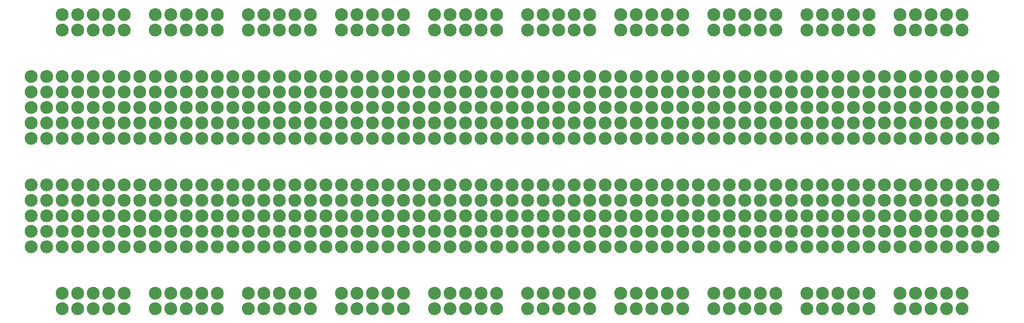
<source format=gbr>
G04 #@! TF.GenerationSoftware,KiCad,Pcbnew,(5.1.4)-1*
G04 #@! TF.CreationDate,2020-10-13T06:17:52+02:00*
G04 #@! TF.ProjectId,BreadBoard PCB 830,42726561-6442-46f6-9172-642050434220,rev?*
G04 #@! TF.SameCoordinates,Original*
G04 #@! TF.FileFunction,Soldermask,Bot*
G04 #@! TF.FilePolarity,Negative*
%FSLAX46Y46*%
G04 Gerber Fmt 4.6, Leading zero omitted, Abs format (unit mm)*
G04 Created by KiCad (PCBNEW (5.1.4)-1) date 2020-10-13 06:17:52*
%MOMM*%
%LPD*%
G04 APERTURE LIST*
%ADD10C,0.100000*%
G04 APERTURE END LIST*
D10*
G36*
X155043097Y-131034069D02*
G01*
X155146032Y-131044207D01*
X155344146Y-131104305D01*
X155344149Y-131104306D01*
X155440975Y-131156061D01*
X155526729Y-131201897D01*
X155686765Y-131333235D01*
X155818103Y-131493271D01*
X155863939Y-131579025D01*
X155915694Y-131675851D01*
X155915695Y-131675854D01*
X155975793Y-131873968D01*
X155996085Y-132080000D01*
X155975793Y-132286032D01*
X155915695Y-132484146D01*
X155915694Y-132484149D01*
X155863939Y-132580975D01*
X155818103Y-132666729D01*
X155686765Y-132826765D01*
X155526729Y-132958103D01*
X155440975Y-133003939D01*
X155344149Y-133055694D01*
X155344146Y-133055695D01*
X155146032Y-133115793D01*
X155043097Y-133125931D01*
X154991631Y-133131000D01*
X154888369Y-133131000D01*
X154836903Y-133125931D01*
X154733968Y-133115793D01*
X154535854Y-133055695D01*
X154535851Y-133055694D01*
X154439025Y-133003939D01*
X154353271Y-132958103D01*
X154193235Y-132826765D01*
X154061897Y-132666729D01*
X154016061Y-132580975D01*
X153964306Y-132484149D01*
X153964305Y-132484146D01*
X153904207Y-132286032D01*
X153883915Y-132080000D01*
X153904207Y-131873968D01*
X153964305Y-131675854D01*
X153964306Y-131675851D01*
X154016061Y-131579025D01*
X154061897Y-131493271D01*
X154193235Y-131333235D01*
X154353271Y-131201897D01*
X154439025Y-131156061D01*
X154535851Y-131104306D01*
X154535854Y-131104305D01*
X154733968Y-131044207D01*
X154836903Y-131034069D01*
X154888369Y-131029000D01*
X154991631Y-131029000D01*
X155043097Y-131034069D01*
X155043097Y-131034069D01*
G37*
G36*
X152503097Y-131034069D02*
G01*
X152606032Y-131044207D01*
X152804146Y-131104305D01*
X152804149Y-131104306D01*
X152900975Y-131156061D01*
X152986729Y-131201897D01*
X153146765Y-131333235D01*
X153278103Y-131493271D01*
X153323939Y-131579025D01*
X153375694Y-131675851D01*
X153375695Y-131675854D01*
X153435793Y-131873968D01*
X153456085Y-132080000D01*
X153435793Y-132286032D01*
X153375695Y-132484146D01*
X153375694Y-132484149D01*
X153323939Y-132580975D01*
X153278103Y-132666729D01*
X153146765Y-132826765D01*
X152986729Y-132958103D01*
X152900975Y-133003939D01*
X152804149Y-133055694D01*
X152804146Y-133055695D01*
X152606032Y-133115793D01*
X152503097Y-133125931D01*
X152451631Y-133131000D01*
X152348369Y-133131000D01*
X152296903Y-133125931D01*
X152193968Y-133115793D01*
X151995854Y-133055695D01*
X151995851Y-133055694D01*
X151899025Y-133003939D01*
X151813271Y-132958103D01*
X151653235Y-132826765D01*
X151521897Y-132666729D01*
X151476061Y-132580975D01*
X151424306Y-132484149D01*
X151424305Y-132484146D01*
X151364207Y-132286032D01*
X151343915Y-132080000D01*
X151364207Y-131873968D01*
X151424305Y-131675854D01*
X151424306Y-131675851D01*
X151476061Y-131579025D01*
X151521897Y-131493271D01*
X151653235Y-131333235D01*
X151813271Y-131201897D01*
X151899025Y-131156061D01*
X151995851Y-131104306D01*
X151995854Y-131104305D01*
X152193968Y-131044207D01*
X152296903Y-131034069D01*
X152348369Y-131029000D01*
X152451631Y-131029000D01*
X152503097Y-131034069D01*
X152503097Y-131034069D01*
G37*
G36*
X205843097Y-131034069D02*
G01*
X205946032Y-131044207D01*
X206144146Y-131104305D01*
X206144149Y-131104306D01*
X206240975Y-131156061D01*
X206326729Y-131201897D01*
X206486765Y-131333235D01*
X206618103Y-131493271D01*
X206663939Y-131579025D01*
X206715694Y-131675851D01*
X206715695Y-131675854D01*
X206775793Y-131873968D01*
X206796085Y-132080000D01*
X206775793Y-132286032D01*
X206715695Y-132484146D01*
X206715694Y-132484149D01*
X206663939Y-132580975D01*
X206618103Y-132666729D01*
X206486765Y-132826765D01*
X206326729Y-132958103D01*
X206240975Y-133003939D01*
X206144149Y-133055694D01*
X206144146Y-133055695D01*
X205946032Y-133115793D01*
X205843097Y-133125931D01*
X205791631Y-133131000D01*
X205688369Y-133131000D01*
X205636903Y-133125931D01*
X205533968Y-133115793D01*
X205335854Y-133055695D01*
X205335851Y-133055694D01*
X205239025Y-133003939D01*
X205153271Y-132958103D01*
X204993235Y-132826765D01*
X204861897Y-132666729D01*
X204816061Y-132580975D01*
X204764306Y-132484149D01*
X204764305Y-132484146D01*
X204704207Y-132286032D01*
X204683915Y-132080000D01*
X204704207Y-131873968D01*
X204764305Y-131675854D01*
X204764306Y-131675851D01*
X204816061Y-131579025D01*
X204861897Y-131493271D01*
X204993235Y-131333235D01*
X205153271Y-131201897D01*
X205239025Y-131156061D01*
X205335851Y-131104306D01*
X205335854Y-131104305D01*
X205533968Y-131044207D01*
X205636903Y-131034069D01*
X205688369Y-131029000D01*
X205791631Y-131029000D01*
X205843097Y-131034069D01*
X205843097Y-131034069D01*
G37*
G36*
X190603097Y-131034069D02*
G01*
X190706032Y-131044207D01*
X190904146Y-131104305D01*
X190904149Y-131104306D01*
X191000975Y-131156061D01*
X191086729Y-131201897D01*
X191246765Y-131333235D01*
X191378103Y-131493271D01*
X191423939Y-131579025D01*
X191475694Y-131675851D01*
X191475695Y-131675854D01*
X191535793Y-131873968D01*
X191556085Y-132080000D01*
X191535793Y-132286032D01*
X191475695Y-132484146D01*
X191475694Y-132484149D01*
X191423939Y-132580975D01*
X191378103Y-132666729D01*
X191246765Y-132826765D01*
X191086729Y-132958103D01*
X191000975Y-133003939D01*
X190904149Y-133055694D01*
X190904146Y-133055695D01*
X190706032Y-133115793D01*
X190603097Y-133125931D01*
X190551631Y-133131000D01*
X190448369Y-133131000D01*
X190396903Y-133125931D01*
X190293968Y-133115793D01*
X190095854Y-133055695D01*
X190095851Y-133055694D01*
X189999025Y-133003939D01*
X189913271Y-132958103D01*
X189753235Y-132826765D01*
X189621897Y-132666729D01*
X189576061Y-132580975D01*
X189524306Y-132484149D01*
X189524305Y-132484146D01*
X189464207Y-132286032D01*
X189443915Y-132080000D01*
X189464207Y-131873968D01*
X189524305Y-131675854D01*
X189524306Y-131675851D01*
X189576061Y-131579025D01*
X189621897Y-131493271D01*
X189753235Y-131333235D01*
X189913271Y-131201897D01*
X189999025Y-131156061D01*
X190095851Y-131104306D01*
X190095854Y-131104305D01*
X190293968Y-131044207D01*
X190396903Y-131034069D01*
X190448369Y-131029000D01*
X190551631Y-131029000D01*
X190603097Y-131034069D01*
X190603097Y-131034069D01*
G37*
G36*
X188063097Y-131034069D02*
G01*
X188166032Y-131044207D01*
X188364146Y-131104305D01*
X188364149Y-131104306D01*
X188460975Y-131156061D01*
X188546729Y-131201897D01*
X188706765Y-131333235D01*
X188838103Y-131493271D01*
X188883939Y-131579025D01*
X188935694Y-131675851D01*
X188935695Y-131675854D01*
X188995793Y-131873968D01*
X189016085Y-132080000D01*
X188995793Y-132286032D01*
X188935695Y-132484146D01*
X188935694Y-132484149D01*
X188883939Y-132580975D01*
X188838103Y-132666729D01*
X188706765Y-132826765D01*
X188546729Y-132958103D01*
X188460975Y-133003939D01*
X188364149Y-133055694D01*
X188364146Y-133055695D01*
X188166032Y-133115793D01*
X188063097Y-133125931D01*
X188011631Y-133131000D01*
X187908369Y-133131000D01*
X187856903Y-133125931D01*
X187753968Y-133115793D01*
X187555854Y-133055695D01*
X187555851Y-133055694D01*
X187459025Y-133003939D01*
X187373271Y-132958103D01*
X187213235Y-132826765D01*
X187081897Y-132666729D01*
X187036061Y-132580975D01*
X186984306Y-132484149D01*
X186984305Y-132484146D01*
X186924207Y-132286032D01*
X186903915Y-132080000D01*
X186924207Y-131873968D01*
X186984305Y-131675854D01*
X186984306Y-131675851D01*
X187036061Y-131579025D01*
X187081897Y-131493271D01*
X187213235Y-131333235D01*
X187373271Y-131201897D01*
X187459025Y-131156061D01*
X187555851Y-131104306D01*
X187555854Y-131104305D01*
X187753968Y-131044207D01*
X187856903Y-131034069D01*
X187908369Y-131029000D01*
X188011631Y-131029000D01*
X188063097Y-131034069D01*
X188063097Y-131034069D01*
G37*
G36*
X185523097Y-131034069D02*
G01*
X185626032Y-131044207D01*
X185824146Y-131104305D01*
X185824149Y-131104306D01*
X185920975Y-131156061D01*
X186006729Y-131201897D01*
X186166765Y-131333235D01*
X186298103Y-131493271D01*
X186343939Y-131579025D01*
X186395694Y-131675851D01*
X186395695Y-131675854D01*
X186455793Y-131873968D01*
X186476085Y-132080000D01*
X186455793Y-132286032D01*
X186395695Y-132484146D01*
X186395694Y-132484149D01*
X186343939Y-132580975D01*
X186298103Y-132666729D01*
X186166765Y-132826765D01*
X186006729Y-132958103D01*
X185920975Y-133003939D01*
X185824149Y-133055694D01*
X185824146Y-133055695D01*
X185626032Y-133115793D01*
X185523097Y-133125931D01*
X185471631Y-133131000D01*
X185368369Y-133131000D01*
X185316903Y-133125931D01*
X185213968Y-133115793D01*
X185015854Y-133055695D01*
X185015851Y-133055694D01*
X184919025Y-133003939D01*
X184833271Y-132958103D01*
X184673235Y-132826765D01*
X184541897Y-132666729D01*
X184496061Y-132580975D01*
X184444306Y-132484149D01*
X184444305Y-132484146D01*
X184384207Y-132286032D01*
X184363915Y-132080000D01*
X184384207Y-131873968D01*
X184444305Y-131675854D01*
X184444306Y-131675851D01*
X184496061Y-131579025D01*
X184541897Y-131493271D01*
X184673235Y-131333235D01*
X184833271Y-131201897D01*
X184919025Y-131156061D01*
X185015851Y-131104306D01*
X185015854Y-131104305D01*
X185213968Y-131044207D01*
X185316903Y-131034069D01*
X185368369Y-131029000D01*
X185471631Y-131029000D01*
X185523097Y-131034069D01*
X185523097Y-131034069D01*
G37*
G36*
X182983097Y-131034069D02*
G01*
X183086032Y-131044207D01*
X183284146Y-131104305D01*
X183284149Y-131104306D01*
X183380975Y-131156061D01*
X183466729Y-131201897D01*
X183626765Y-131333235D01*
X183758103Y-131493271D01*
X183803939Y-131579025D01*
X183855694Y-131675851D01*
X183855695Y-131675854D01*
X183915793Y-131873968D01*
X183936085Y-132080000D01*
X183915793Y-132286032D01*
X183855695Y-132484146D01*
X183855694Y-132484149D01*
X183803939Y-132580975D01*
X183758103Y-132666729D01*
X183626765Y-132826765D01*
X183466729Y-132958103D01*
X183380975Y-133003939D01*
X183284149Y-133055694D01*
X183284146Y-133055695D01*
X183086032Y-133115793D01*
X182983097Y-133125931D01*
X182931631Y-133131000D01*
X182828369Y-133131000D01*
X182776903Y-133125931D01*
X182673968Y-133115793D01*
X182475854Y-133055695D01*
X182475851Y-133055694D01*
X182379025Y-133003939D01*
X182293271Y-132958103D01*
X182133235Y-132826765D01*
X182001897Y-132666729D01*
X181956061Y-132580975D01*
X181904306Y-132484149D01*
X181904305Y-132484146D01*
X181844207Y-132286032D01*
X181823915Y-132080000D01*
X181844207Y-131873968D01*
X181904305Y-131675854D01*
X181904306Y-131675851D01*
X181956061Y-131579025D01*
X182001897Y-131493271D01*
X182133235Y-131333235D01*
X182293271Y-131201897D01*
X182379025Y-131156061D01*
X182475851Y-131104306D01*
X182475854Y-131104305D01*
X182673968Y-131044207D01*
X182776903Y-131034069D01*
X182828369Y-131029000D01*
X182931631Y-131029000D01*
X182983097Y-131034069D01*
X182983097Y-131034069D01*
G37*
G36*
X180443097Y-131034069D02*
G01*
X180546032Y-131044207D01*
X180744146Y-131104305D01*
X180744149Y-131104306D01*
X180840975Y-131156061D01*
X180926729Y-131201897D01*
X181086765Y-131333235D01*
X181218103Y-131493271D01*
X181263939Y-131579025D01*
X181315694Y-131675851D01*
X181315695Y-131675854D01*
X181375793Y-131873968D01*
X181396085Y-132080000D01*
X181375793Y-132286032D01*
X181315695Y-132484146D01*
X181315694Y-132484149D01*
X181263939Y-132580975D01*
X181218103Y-132666729D01*
X181086765Y-132826765D01*
X180926729Y-132958103D01*
X180840975Y-133003939D01*
X180744149Y-133055694D01*
X180744146Y-133055695D01*
X180546032Y-133115793D01*
X180443097Y-133125931D01*
X180391631Y-133131000D01*
X180288369Y-133131000D01*
X180236903Y-133125931D01*
X180133968Y-133115793D01*
X179935854Y-133055695D01*
X179935851Y-133055694D01*
X179839025Y-133003939D01*
X179753271Y-132958103D01*
X179593235Y-132826765D01*
X179461897Y-132666729D01*
X179416061Y-132580975D01*
X179364306Y-132484149D01*
X179364305Y-132484146D01*
X179304207Y-132286032D01*
X179283915Y-132080000D01*
X179304207Y-131873968D01*
X179364305Y-131675854D01*
X179364306Y-131675851D01*
X179416061Y-131579025D01*
X179461897Y-131493271D01*
X179593235Y-131333235D01*
X179753271Y-131201897D01*
X179839025Y-131156061D01*
X179935851Y-131104306D01*
X179935854Y-131104305D01*
X180133968Y-131044207D01*
X180236903Y-131034069D01*
X180288369Y-131029000D01*
X180391631Y-131029000D01*
X180443097Y-131034069D01*
X180443097Y-131034069D01*
G37*
G36*
X195683097Y-131034069D02*
G01*
X195786032Y-131044207D01*
X195984146Y-131104305D01*
X195984149Y-131104306D01*
X196080975Y-131156061D01*
X196166729Y-131201897D01*
X196326765Y-131333235D01*
X196458103Y-131493271D01*
X196503939Y-131579025D01*
X196555694Y-131675851D01*
X196555695Y-131675854D01*
X196615793Y-131873968D01*
X196636085Y-132080000D01*
X196615793Y-132286032D01*
X196555695Y-132484146D01*
X196555694Y-132484149D01*
X196503939Y-132580975D01*
X196458103Y-132666729D01*
X196326765Y-132826765D01*
X196166729Y-132958103D01*
X196080975Y-133003939D01*
X195984149Y-133055694D01*
X195984146Y-133055695D01*
X195786032Y-133115793D01*
X195683097Y-133125931D01*
X195631631Y-133131000D01*
X195528369Y-133131000D01*
X195476903Y-133125931D01*
X195373968Y-133115793D01*
X195175854Y-133055695D01*
X195175851Y-133055694D01*
X195079025Y-133003939D01*
X194993271Y-132958103D01*
X194833235Y-132826765D01*
X194701897Y-132666729D01*
X194656061Y-132580975D01*
X194604306Y-132484149D01*
X194604305Y-132484146D01*
X194544207Y-132286032D01*
X194523915Y-132080000D01*
X194544207Y-131873968D01*
X194604305Y-131675854D01*
X194604306Y-131675851D01*
X194656061Y-131579025D01*
X194701897Y-131493271D01*
X194833235Y-131333235D01*
X194993271Y-131201897D01*
X195079025Y-131156061D01*
X195175851Y-131104306D01*
X195175854Y-131104305D01*
X195373968Y-131044207D01*
X195476903Y-131034069D01*
X195528369Y-131029000D01*
X195631631Y-131029000D01*
X195683097Y-131034069D01*
X195683097Y-131034069D01*
G37*
G36*
X198223097Y-131034069D02*
G01*
X198326032Y-131044207D01*
X198524146Y-131104305D01*
X198524149Y-131104306D01*
X198620975Y-131156061D01*
X198706729Y-131201897D01*
X198866765Y-131333235D01*
X198998103Y-131493271D01*
X199043939Y-131579025D01*
X199095694Y-131675851D01*
X199095695Y-131675854D01*
X199155793Y-131873968D01*
X199176085Y-132080000D01*
X199155793Y-132286032D01*
X199095695Y-132484146D01*
X199095694Y-132484149D01*
X199043939Y-132580975D01*
X198998103Y-132666729D01*
X198866765Y-132826765D01*
X198706729Y-132958103D01*
X198620975Y-133003939D01*
X198524149Y-133055694D01*
X198524146Y-133055695D01*
X198326032Y-133115793D01*
X198223097Y-133125931D01*
X198171631Y-133131000D01*
X198068369Y-133131000D01*
X198016903Y-133125931D01*
X197913968Y-133115793D01*
X197715854Y-133055695D01*
X197715851Y-133055694D01*
X197619025Y-133003939D01*
X197533271Y-132958103D01*
X197373235Y-132826765D01*
X197241897Y-132666729D01*
X197196061Y-132580975D01*
X197144306Y-132484149D01*
X197144305Y-132484146D01*
X197084207Y-132286032D01*
X197063915Y-132080000D01*
X197084207Y-131873968D01*
X197144305Y-131675854D01*
X197144306Y-131675851D01*
X197196061Y-131579025D01*
X197241897Y-131493271D01*
X197373235Y-131333235D01*
X197533271Y-131201897D01*
X197619025Y-131156061D01*
X197715851Y-131104306D01*
X197715854Y-131104305D01*
X197913968Y-131044207D01*
X198016903Y-131034069D01*
X198068369Y-131029000D01*
X198171631Y-131029000D01*
X198223097Y-131034069D01*
X198223097Y-131034069D01*
G37*
G36*
X200763097Y-131034069D02*
G01*
X200866032Y-131044207D01*
X201064146Y-131104305D01*
X201064149Y-131104306D01*
X201160975Y-131156061D01*
X201246729Y-131201897D01*
X201406765Y-131333235D01*
X201538103Y-131493271D01*
X201583939Y-131579025D01*
X201635694Y-131675851D01*
X201635695Y-131675854D01*
X201695793Y-131873968D01*
X201716085Y-132080000D01*
X201695793Y-132286032D01*
X201635695Y-132484146D01*
X201635694Y-132484149D01*
X201583939Y-132580975D01*
X201538103Y-132666729D01*
X201406765Y-132826765D01*
X201246729Y-132958103D01*
X201160975Y-133003939D01*
X201064149Y-133055694D01*
X201064146Y-133055695D01*
X200866032Y-133115793D01*
X200763097Y-133125931D01*
X200711631Y-133131000D01*
X200608369Y-133131000D01*
X200556903Y-133125931D01*
X200453968Y-133115793D01*
X200255854Y-133055695D01*
X200255851Y-133055694D01*
X200159025Y-133003939D01*
X200073271Y-132958103D01*
X199913235Y-132826765D01*
X199781897Y-132666729D01*
X199736061Y-132580975D01*
X199684306Y-132484149D01*
X199684305Y-132484146D01*
X199624207Y-132286032D01*
X199603915Y-132080000D01*
X199624207Y-131873968D01*
X199684305Y-131675854D01*
X199684306Y-131675851D01*
X199736061Y-131579025D01*
X199781897Y-131493271D01*
X199913235Y-131333235D01*
X200073271Y-131201897D01*
X200159025Y-131156061D01*
X200255851Y-131104306D01*
X200255854Y-131104305D01*
X200453968Y-131044207D01*
X200556903Y-131034069D01*
X200608369Y-131029000D01*
X200711631Y-131029000D01*
X200763097Y-131034069D01*
X200763097Y-131034069D01*
G37*
G36*
X203303097Y-131034069D02*
G01*
X203406032Y-131044207D01*
X203604146Y-131104305D01*
X203604149Y-131104306D01*
X203700975Y-131156061D01*
X203786729Y-131201897D01*
X203946765Y-131333235D01*
X204078103Y-131493271D01*
X204123939Y-131579025D01*
X204175694Y-131675851D01*
X204175695Y-131675854D01*
X204235793Y-131873968D01*
X204256085Y-132080000D01*
X204235793Y-132286032D01*
X204175695Y-132484146D01*
X204175694Y-132484149D01*
X204123939Y-132580975D01*
X204078103Y-132666729D01*
X203946765Y-132826765D01*
X203786729Y-132958103D01*
X203700975Y-133003939D01*
X203604149Y-133055694D01*
X203604146Y-133055695D01*
X203406032Y-133115793D01*
X203303097Y-133125931D01*
X203251631Y-133131000D01*
X203148369Y-133131000D01*
X203096903Y-133125931D01*
X202993968Y-133115793D01*
X202795854Y-133055695D01*
X202795851Y-133055694D01*
X202699025Y-133003939D01*
X202613271Y-132958103D01*
X202453235Y-132826765D01*
X202321897Y-132666729D01*
X202276061Y-132580975D01*
X202224306Y-132484149D01*
X202224305Y-132484146D01*
X202164207Y-132286032D01*
X202143915Y-132080000D01*
X202164207Y-131873968D01*
X202224305Y-131675854D01*
X202224306Y-131675851D01*
X202276061Y-131579025D01*
X202321897Y-131493271D01*
X202453235Y-131333235D01*
X202613271Y-131201897D01*
X202699025Y-131156061D01*
X202795851Y-131104306D01*
X202795854Y-131104305D01*
X202993968Y-131044207D01*
X203096903Y-131034069D01*
X203148369Y-131029000D01*
X203251631Y-131029000D01*
X203303097Y-131034069D01*
X203303097Y-131034069D01*
G37*
G36*
X149963097Y-131034069D02*
G01*
X150066032Y-131044207D01*
X150264146Y-131104305D01*
X150264149Y-131104306D01*
X150360975Y-131156061D01*
X150446729Y-131201897D01*
X150606765Y-131333235D01*
X150738103Y-131493271D01*
X150783939Y-131579025D01*
X150835694Y-131675851D01*
X150835695Y-131675854D01*
X150895793Y-131873968D01*
X150916085Y-132080000D01*
X150895793Y-132286032D01*
X150835695Y-132484146D01*
X150835694Y-132484149D01*
X150783939Y-132580975D01*
X150738103Y-132666729D01*
X150606765Y-132826765D01*
X150446729Y-132958103D01*
X150360975Y-133003939D01*
X150264149Y-133055694D01*
X150264146Y-133055695D01*
X150066032Y-133115793D01*
X149963097Y-133125931D01*
X149911631Y-133131000D01*
X149808369Y-133131000D01*
X149756903Y-133125931D01*
X149653968Y-133115793D01*
X149455854Y-133055695D01*
X149455851Y-133055694D01*
X149359025Y-133003939D01*
X149273271Y-132958103D01*
X149113235Y-132826765D01*
X148981897Y-132666729D01*
X148936061Y-132580975D01*
X148884306Y-132484149D01*
X148884305Y-132484146D01*
X148824207Y-132286032D01*
X148803915Y-132080000D01*
X148824207Y-131873968D01*
X148884305Y-131675854D01*
X148884306Y-131675851D01*
X148936061Y-131579025D01*
X148981897Y-131493271D01*
X149113235Y-131333235D01*
X149273271Y-131201897D01*
X149359025Y-131156061D01*
X149455851Y-131104306D01*
X149455854Y-131104305D01*
X149653968Y-131044207D01*
X149756903Y-131034069D01*
X149808369Y-131029000D01*
X149911631Y-131029000D01*
X149963097Y-131034069D01*
X149963097Y-131034069D01*
G37*
G36*
X73763097Y-131034069D02*
G01*
X73866032Y-131044207D01*
X74064146Y-131104305D01*
X74064149Y-131104306D01*
X74160975Y-131156061D01*
X74246729Y-131201897D01*
X74406765Y-131333235D01*
X74538103Y-131493271D01*
X74583939Y-131579025D01*
X74635694Y-131675851D01*
X74635695Y-131675854D01*
X74695793Y-131873968D01*
X74716085Y-132080000D01*
X74695793Y-132286032D01*
X74635695Y-132484146D01*
X74635694Y-132484149D01*
X74583939Y-132580975D01*
X74538103Y-132666729D01*
X74406765Y-132826765D01*
X74246729Y-132958103D01*
X74160975Y-133003939D01*
X74064149Y-133055694D01*
X74064146Y-133055695D01*
X73866032Y-133115793D01*
X73763097Y-133125931D01*
X73711631Y-133131000D01*
X73608369Y-133131000D01*
X73556903Y-133125931D01*
X73453968Y-133115793D01*
X73255854Y-133055695D01*
X73255851Y-133055694D01*
X73159025Y-133003939D01*
X73073271Y-132958103D01*
X72913235Y-132826765D01*
X72781897Y-132666729D01*
X72736061Y-132580975D01*
X72684306Y-132484149D01*
X72684305Y-132484146D01*
X72624207Y-132286032D01*
X72603915Y-132080000D01*
X72624207Y-131873968D01*
X72684305Y-131675854D01*
X72684306Y-131675851D01*
X72736061Y-131579025D01*
X72781897Y-131493271D01*
X72913235Y-131333235D01*
X73073271Y-131201897D01*
X73159025Y-131156061D01*
X73255851Y-131104306D01*
X73255854Y-131104305D01*
X73453968Y-131044207D01*
X73556903Y-131034069D01*
X73608369Y-131029000D01*
X73711631Y-131029000D01*
X73763097Y-131034069D01*
X73763097Y-131034069D01*
G37*
G36*
X157583097Y-131034069D02*
G01*
X157686032Y-131044207D01*
X157884146Y-131104305D01*
X157884149Y-131104306D01*
X157980975Y-131156061D01*
X158066729Y-131201897D01*
X158226765Y-131333235D01*
X158358103Y-131493271D01*
X158403939Y-131579025D01*
X158455694Y-131675851D01*
X158455695Y-131675854D01*
X158515793Y-131873968D01*
X158536085Y-132080000D01*
X158515793Y-132286032D01*
X158455695Y-132484146D01*
X158455694Y-132484149D01*
X158403939Y-132580975D01*
X158358103Y-132666729D01*
X158226765Y-132826765D01*
X158066729Y-132958103D01*
X157980975Y-133003939D01*
X157884149Y-133055694D01*
X157884146Y-133055695D01*
X157686032Y-133115793D01*
X157583097Y-133125931D01*
X157531631Y-133131000D01*
X157428369Y-133131000D01*
X157376903Y-133125931D01*
X157273968Y-133115793D01*
X157075854Y-133055695D01*
X157075851Y-133055694D01*
X156979025Y-133003939D01*
X156893271Y-132958103D01*
X156733235Y-132826765D01*
X156601897Y-132666729D01*
X156556061Y-132580975D01*
X156504306Y-132484149D01*
X156504305Y-132484146D01*
X156444207Y-132286032D01*
X156423915Y-132080000D01*
X156444207Y-131873968D01*
X156504305Y-131675854D01*
X156504306Y-131675851D01*
X156556061Y-131579025D01*
X156601897Y-131493271D01*
X156733235Y-131333235D01*
X156893271Y-131201897D01*
X156979025Y-131156061D01*
X157075851Y-131104306D01*
X157075854Y-131104305D01*
X157273968Y-131044207D01*
X157376903Y-131034069D01*
X157428369Y-131029000D01*
X157531631Y-131029000D01*
X157583097Y-131034069D01*
X157583097Y-131034069D01*
G37*
G36*
X160123097Y-131034069D02*
G01*
X160226032Y-131044207D01*
X160424146Y-131104305D01*
X160424149Y-131104306D01*
X160520975Y-131156061D01*
X160606729Y-131201897D01*
X160766765Y-131333235D01*
X160898103Y-131493271D01*
X160943939Y-131579025D01*
X160995694Y-131675851D01*
X160995695Y-131675854D01*
X161055793Y-131873968D01*
X161076085Y-132080000D01*
X161055793Y-132286032D01*
X160995695Y-132484146D01*
X160995694Y-132484149D01*
X160943939Y-132580975D01*
X160898103Y-132666729D01*
X160766765Y-132826765D01*
X160606729Y-132958103D01*
X160520975Y-133003939D01*
X160424149Y-133055694D01*
X160424146Y-133055695D01*
X160226032Y-133115793D01*
X160123097Y-133125931D01*
X160071631Y-133131000D01*
X159968369Y-133131000D01*
X159916903Y-133125931D01*
X159813968Y-133115793D01*
X159615854Y-133055695D01*
X159615851Y-133055694D01*
X159519025Y-133003939D01*
X159433271Y-132958103D01*
X159273235Y-132826765D01*
X159141897Y-132666729D01*
X159096061Y-132580975D01*
X159044306Y-132484149D01*
X159044305Y-132484146D01*
X158984207Y-132286032D01*
X158963915Y-132080000D01*
X158984207Y-131873968D01*
X159044305Y-131675854D01*
X159044306Y-131675851D01*
X159096061Y-131579025D01*
X159141897Y-131493271D01*
X159273235Y-131333235D01*
X159433271Y-131201897D01*
X159519025Y-131156061D01*
X159615851Y-131104306D01*
X159615854Y-131104305D01*
X159813968Y-131044207D01*
X159916903Y-131034069D01*
X159968369Y-131029000D01*
X160071631Y-131029000D01*
X160123097Y-131034069D01*
X160123097Y-131034069D01*
G37*
G36*
X175363097Y-131034069D02*
G01*
X175466032Y-131044207D01*
X175664146Y-131104305D01*
X175664149Y-131104306D01*
X175760975Y-131156061D01*
X175846729Y-131201897D01*
X176006765Y-131333235D01*
X176138103Y-131493271D01*
X176183939Y-131579025D01*
X176235694Y-131675851D01*
X176235695Y-131675854D01*
X176295793Y-131873968D01*
X176316085Y-132080000D01*
X176295793Y-132286032D01*
X176235695Y-132484146D01*
X176235694Y-132484149D01*
X176183939Y-132580975D01*
X176138103Y-132666729D01*
X176006765Y-132826765D01*
X175846729Y-132958103D01*
X175760975Y-133003939D01*
X175664149Y-133055694D01*
X175664146Y-133055695D01*
X175466032Y-133115793D01*
X175363097Y-133125931D01*
X175311631Y-133131000D01*
X175208369Y-133131000D01*
X175156903Y-133125931D01*
X175053968Y-133115793D01*
X174855854Y-133055695D01*
X174855851Y-133055694D01*
X174759025Y-133003939D01*
X174673271Y-132958103D01*
X174513235Y-132826765D01*
X174381897Y-132666729D01*
X174336061Y-132580975D01*
X174284306Y-132484149D01*
X174284305Y-132484146D01*
X174224207Y-132286032D01*
X174203915Y-132080000D01*
X174224207Y-131873968D01*
X174284305Y-131675854D01*
X174284306Y-131675851D01*
X174336061Y-131579025D01*
X174381897Y-131493271D01*
X174513235Y-131333235D01*
X174673271Y-131201897D01*
X174759025Y-131156061D01*
X174855851Y-131104306D01*
X174855854Y-131104305D01*
X175053968Y-131044207D01*
X175156903Y-131034069D01*
X175208369Y-131029000D01*
X175311631Y-131029000D01*
X175363097Y-131034069D01*
X175363097Y-131034069D01*
G37*
G36*
X172823097Y-131034069D02*
G01*
X172926032Y-131044207D01*
X173124146Y-131104305D01*
X173124149Y-131104306D01*
X173220975Y-131156061D01*
X173306729Y-131201897D01*
X173466765Y-131333235D01*
X173598103Y-131493271D01*
X173643939Y-131579025D01*
X173695694Y-131675851D01*
X173695695Y-131675854D01*
X173755793Y-131873968D01*
X173776085Y-132080000D01*
X173755793Y-132286032D01*
X173695695Y-132484146D01*
X173695694Y-132484149D01*
X173643939Y-132580975D01*
X173598103Y-132666729D01*
X173466765Y-132826765D01*
X173306729Y-132958103D01*
X173220975Y-133003939D01*
X173124149Y-133055694D01*
X173124146Y-133055695D01*
X172926032Y-133115793D01*
X172823097Y-133125931D01*
X172771631Y-133131000D01*
X172668369Y-133131000D01*
X172616903Y-133125931D01*
X172513968Y-133115793D01*
X172315854Y-133055695D01*
X172315851Y-133055694D01*
X172219025Y-133003939D01*
X172133271Y-132958103D01*
X171973235Y-132826765D01*
X171841897Y-132666729D01*
X171796061Y-132580975D01*
X171744306Y-132484149D01*
X171744305Y-132484146D01*
X171684207Y-132286032D01*
X171663915Y-132080000D01*
X171684207Y-131873968D01*
X171744305Y-131675854D01*
X171744306Y-131675851D01*
X171796061Y-131579025D01*
X171841897Y-131493271D01*
X171973235Y-131333235D01*
X172133271Y-131201897D01*
X172219025Y-131156061D01*
X172315851Y-131104306D01*
X172315854Y-131104305D01*
X172513968Y-131044207D01*
X172616903Y-131034069D01*
X172668369Y-131029000D01*
X172771631Y-131029000D01*
X172823097Y-131034069D01*
X172823097Y-131034069D01*
G37*
G36*
X170283097Y-131034069D02*
G01*
X170386032Y-131044207D01*
X170584146Y-131104305D01*
X170584149Y-131104306D01*
X170680975Y-131156061D01*
X170766729Y-131201897D01*
X170926765Y-131333235D01*
X171058103Y-131493271D01*
X171103939Y-131579025D01*
X171155694Y-131675851D01*
X171155695Y-131675854D01*
X171215793Y-131873968D01*
X171236085Y-132080000D01*
X171215793Y-132286032D01*
X171155695Y-132484146D01*
X171155694Y-132484149D01*
X171103939Y-132580975D01*
X171058103Y-132666729D01*
X170926765Y-132826765D01*
X170766729Y-132958103D01*
X170680975Y-133003939D01*
X170584149Y-133055694D01*
X170584146Y-133055695D01*
X170386032Y-133115793D01*
X170283097Y-133125931D01*
X170231631Y-133131000D01*
X170128369Y-133131000D01*
X170076903Y-133125931D01*
X169973968Y-133115793D01*
X169775854Y-133055695D01*
X169775851Y-133055694D01*
X169679025Y-133003939D01*
X169593271Y-132958103D01*
X169433235Y-132826765D01*
X169301897Y-132666729D01*
X169256061Y-132580975D01*
X169204306Y-132484149D01*
X169204305Y-132484146D01*
X169144207Y-132286032D01*
X169123915Y-132080000D01*
X169144207Y-131873968D01*
X169204305Y-131675854D01*
X169204306Y-131675851D01*
X169256061Y-131579025D01*
X169301897Y-131493271D01*
X169433235Y-131333235D01*
X169593271Y-131201897D01*
X169679025Y-131156061D01*
X169775851Y-131104306D01*
X169775854Y-131104305D01*
X169973968Y-131044207D01*
X170076903Y-131034069D01*
X170128369Y-131029000D01*
X170231631Y-131029000D01*
X170283097Y-131034069D01*
X170283097Y-131034069D01*
G37*
G36*
X167743097Y-131034069D02*
G01*
X167846032Y-131044207D01*
X168044146Y-131104305D01*
X168044149Y-131104306D01*
X168140975Y-131156061D01*
X168226729Y-131201897D01*
X168386765Y-131333235D01*
X168518103Y-131493271D01*
X168563939Y-131579025D01*
X168615694Y-131675851D01*
X168615695Y-131675854D01*
X168675793Y-131873968D01*
X168696085Y-132080000D01*
X168675793Y-132286032D01*
X168615695Y-132484146D01*
X168615694Y-132484149D01*
X168563939Y-132580975D01*
X168518103Y-132666729D01*
X168386765Y-132826765D01*
X168226729Y-132958103D01*
X168140975Y-133003939D01*
X168044149Y-133055694D01*
X168044146Y-133055695D01*
X167846032Y-133115793D01*
X167743097Y-133125931D01*
X167691631Y-133131000D01*
X167588369Y-133131000D01*
X167536903Y-133125931D01*
X167433968Y-133115793D01*
X167235854Y-133055695D01*
X167235851Y-133055694D01*
X167139025Y-133003939D01*
X167053271Y-132958103D01*
X166893235Y-132826765D01*
X166761897Y-132666729D01*
X166716061Y-132580975D01*
X166664306Y-132484149D01*
X166664305Y-132484146D01*
X166604207Y-132286032D01*
X166583915Y-132080000D01*
X166604207Y-131873968D01*
X166664305Y-131675854D01*
X166664306Y-131675851D01*
X166716061Y-131579025D01*
X166761897Y-131493271D01*
X166893235Y-131333235D01*
X167053271Y-131201897D01*
X167139025Y-131156061D01*
X167235851Y-131104306D01*
X167235854Y-131104305D01*
X167433968Y-131044207D01*
X167536903Y-131034069D01*
X167588369Y-131029000D01*
X167691631Y-131029000D01*
X167743097Y-131034069D01*
X167743097Y-131034069D01*
G37*
G36*
X165203097Y-131034069D02*
G01*
X165306032Y-131044207D01*
X165504146Y-131104305D01*
X165504149Y-131104306D01*
X165600975Y-131156061D01*
X165686729Y-131201897D01*
X165846765Y-131333235D01*
X165978103Y-131493271D01*
X166023939Y-131579025D01*
X166075694Y-131675851D01*
X166075695Y-131675854D01*
X166135793Y-131873968D01*
X166156085Y-132080000D01*
X166135793Y-132286032D01*
X166075695Y-132484146D01*
X166075694Y-132484149D01*
X166023939Y-132580975D01*
X165978103Y-132666729D01*
X165846765Y-132826765D01*
X165686729Y-132958103D01*
X165600975Y-133003939D01*
X165504149Y-133055694D01*
X165504146Y-133055695D01*
X165306032Y-133115793D01*
X165203097Y-133125931D01*
X165151631Y-133131000D01*
X165048369Y-133131000D01*
X164996903Y-133125931D01*
X164893968Y-133115793D01*
X164695854Y-133055695D01*
X164695851Y-133055694D01*
X164599025Y-133003939D01*
X164513271Y-132958103D01*
X164353235Y-132826765D01*
X164221897Y-132666729D01*
X164176061Y-132580975D01*
X164124306Y-132484149D01*
X164124305Y-132484146D01*
X164064207Y-132286032D01*
X164043915Y-132080000D01*
X164064207Y-131873968D01*
X164124305Y-131675854D01*
X164124306Y-131675851D01*
X164176061Y-131579025D01*
X164221897Y-131493271D01*
X164353235Y-131333235D01*
X164513271Y-131201897D01*
X164599025Y-131156061D01*
X164695851Y-131104306D01*
X164695854Y-131104305D01*
X164893968Y-131044207D01*
X164996903Y-131034069D01*
X165048369Y-131029000D01*
X165151631Y-131029000D01*
X165203097Y-131034069D01*
X165203097Y-131034069D01*
G37*
G36*
X134723097Y-131034069D02*
G01*
X134826032Y-131044207D01*
X135024146Y-131104305D01*
X135024149Y-131104306D01*
X135120975Y-131156061D01*
X135206729Y-131201897D01*
X135366765Y-131333235D01*
X135498103Y-131493271D01*
X135543939Y-131579025D01*
X135595694Y-131675851D01*
X135595695Y-131675854D01*
X135655793Y-131873968D01*
X135676085Y-132080000D01*
X135655793Y-132286032D01*
X135595695Y-132484146D01*
X135595694Y-132484149D01*
X135543939Y-132580975D01*
X135498103Y-132666729D01*
X135366765Y-132826765D01*
X135206729Y-132958103D01*
X135120975Y-133003939D01*
X135024149Y-133055694D01*
X135024146Y-133055695D01*
X134826032Y-133115793D01*
X134723097Y-133125931D01*
X134671631Y-133131000D01*
X134568369Y-133131000D01*
X134516903Y-133125931D01*
X134413968Y-133115793D01*
X134215854Y-133055695D01*
X134215851Y-133055694D01*
X134119025Y-133003939D01*
X134033271Y-132958103D01*
X133873235Y-132826765D01*
X133741897Y-132666729D01*
X133696061Y-132580975D01*
X133644306Y-132484149D01*
X133644305Y-132484146D01*
X133584207Y-132286032D01*
X133563915Y-132080000D01*
X133584207Y-131873968D01*
X133644305Y-131675854D01*
X133644306Y-131675851D01*
X133696061Y-131579025D01*
X133741897Y-131493271D01*
X133873235Y-131333235D01*
X134033271Y-131201897D01*
X134119025Y-131156061D01*
X134215851Y-131104306D01*
X134215854Y-131104305D01*
X134413968Y-131044207D01*
X134516903Y-131034069D01*
X134568369Y-131029000D01*
X134671631Y-131029000D01*
X134723097Y-131034069D01*
X134723097Y-131034069D01*
G37*
G36*
X137263097Y-131034069D02*
G01*
X137366032Y-131044207D01*
X137564146Y-131104305D01*
X137564149Y-131104306D01*
X137660975Y-131156061D01*
X137746729Y-131201897D01*
X137906765Y-131333235D01*
X138038103Y-131493271D01*
X138083939Y-131579025D01*
X138135694Y-131675851D01*
X138135695Y-131675854D01*
X138195793Y-131873968D01*
X138216085Y-132080000D01*
X138195793Y-132286032D01*
X138135695Y-132484146D01*
X138135694Y-132484149D01*
X138083939Y-132580975D01*
X138038103Y-132666729D01*
X137906765Y-132826765D01*
X137746729Y-132958103D01*
X137660975Y-133003939D01*
X137564149Y-133055694D01*
X137564146Y-133055695D01*
X137366032Y-133115793D01*
X137263097Y-133125931D01*
X137211631Y-133131000D01*
X137108369Y-133131000D01*
X137056903Y-133125931D01*
X136953968Y-133115793D01*
X136755854Y-133055695D01*
X136755851Y-133055694D01*
X136659025Y-133003939D01*
X136573271Y-132958103D01*
X136413235Y-132826765D01*
X136281897Y-132666729D01*
X136236061Y-132580975D01*
X136184306Y-132484149D01*
X136184305Y-132484146D01*
X136124207Y-132286032D01*
X136103915Y-132080000D01*
X136124207Y-131873968D01*
X136184305Y-131675854D01*
X136184306Y-131675851D01*
X136236061Y-131579025D01*
X136281897Y-131493271D01*
X136413235Y-131333235D01*
X136573271Y-131201897D01*
X136659025Y-131156061D01*
X136755851Y-131104306D01*
X136755854Y-131104305D01*
X136953968Y-131044207D01*
X137056903Y-131034069D01*
X137108369Y-131029000D01*
X137211631Y-131029000D01*
X137263097Y-131034069D01*
X137263097Y-131034069D01*
G37*
G36*
X139803097Y-131034069D02*
G01*
X139906032Y-131044207D01*
X140104146Y-131104305D01*
X140104149Y-131104306D01*
X140200975Y-131156061D01*
X140286729Y-131201897D01*
X140446765Y-131333235D01*
X140578103Y-131493271D01*
X140623939Y-131579025D01*
X140675694Y-131675851D01*
X140675695Y-131675854D01*
X140735793Y-131873968D01*
X140756085Y-132080000D01*
X140735793Y-132286032D01*
X140675695Y-132484146D01*
X140675694Y-132484149D01*
X140623939Y-132580975D01*
X140578103Y-132666729D01*
X140446765Y-132826765D01*
X140286729Y-132958103D01*
X140200975Y-133003939D01*
X140104149Y-133055694D01*
X140104146Y-133055695D01*
X139906032Y-133115793D01*
X139803097Y-133125931D01*
X139751631Y-133131000D01*
X139648369Y-133131000D01*
X139596903Y-133125931D01*
X139493968Y-133115793D01*
X139295854Y-133055695D01*
X139295851Y-133055694D01*
X139199025Y-133003939D01*
X139113271Y-132958103D01*
X138953235Y-132826765D01*
X138821897Y-132666729D01*
X138776061Y-132580975D01*
X138724306Y-132484149D01*
X138724305Y-132484146D01*
X138664207Y-132286032D01*
X138643915Y-132080000D01*
X138664207Y-131873968D01*
X138724305Y-131675854D01*
X138724306Y-131675851D01*
X138776061Y-131579025D01*
X138821897Y-131493271D01*
X138953235Y-131333235D01*
X139113271Y-131201897D01*
X139199025Y-131156061D01*
X139295851Y-131104306D01*
X139295854Y-131104305D01*
X139493968Y-131044207D01*
X139596903Y-131034069D01*
X139648369Y-131029000D01*
X139751631Y-131029000D01*
X139803097Y-131034069D01*
X139803097Y-131034069D01*
G37*
G36*
X142343097Y-131034069D02*
G01*
X142446032Y-131044207D01*
X142644146Y-131104305D01*
X142644149Y-131104306D01*
X142740975Y-131156061D01*
X142826729Y-131201897D01*
X142986765Y-131333235D01*
X143118103Y-131493271D01*
X143163939Y-131579025D01*
X143215694Y-131675851D01*
X143215695Y-131675854D01*
X143275793Y-131873968D01*
X143296085Y-132080000D01*
X143275793Y-132286032D01*
X143215695Y-132484146D01*
X143215694Y-132484149D01*
X143163939Y-132580975D01*
X143118103Y-132666729D01*
X142986765Y-132826765D01*
X142826729Y-132958103D01*
X142740975Y-133003939D01*
X142644149Y-133055694D01*
X142644146Y-133055695D01*
X142446032Y-133115793D01*
X142343097Y-133125931D01*
X142291631Y-133131000D01*
X142188369Y-133131000D01*
X142136903Y-133125931D01*
X142033968Y-133115793D01*
X141835854Y-133055695D01*
X141835851Y-133055694D01*
X141739025Y-133003939D01*
X141653271Y-132958103D01*
X141493235Y-132826765D01*
X141361897Y-132666729D01*
X141316061Y-132580975D01*
X141264306Y-132484149D01*
X141264305Y-132484146D01*
X141204207Y-132286032D01*
X141183915Y-132080000D01*
X141204207Y-131873968D01*
X141264305Y-131675854D01*
X141264306Y-131675851D01*
X141316061Y-131579025D01*
X141361897Y-131493271D01*
X141493235Y-131333235D01*
X141653271Y-131201897D01*
X141739025Y-131156061D01*
X141835851Y-131104306D01*
X141835854Y-131104305D01*
X142033968Y-131044207D01*
X142136903Y-131034069D01*
X142188369Y-131029000D01*
X142291631Y-131029000D01*
X142343097Y-131034069D01*
X142343097Y-131034069D01*
G37*
G36*
X109323097Y-131034069D02*
G01*
X109426032Y-131044207D01*
X109624146Y-131104305D01*
X109624149Y-131104306D01*
X109720975Y-131156061D01*
X109806729Y-131201897D01*
X109966765Y-131333235D01*
X110098103Y-131493271D01*
X110143939Y-131579025D01*
X110195694Y-131675851D01*
X110195695Y-131675854D01*
X110255793Y-131873968D01*
X110276085Y-132080000D01*
X110255793Y-132286032D01*
X110195695Y-132484146D01*
X110195694Y-132484149D01*
X110143939Y-132580975D01*
X110098103Y-132666729D01*
X109966765Y-132826765D01*
X109806729Y-132958103D01*
X109720975Y-133003939D01*
X109624149Y-133055694D01*
X109624146Y-133055695D01*
X109426032Y-133115793D01*
X109323097Y-133125931D01*
X109271631Y-133131000D01*
X109168369Y-133131000D01*
X109116903Y-133125931D01*
X109013968Y-133115793D01*
X108815854Y-133055695D01*
X108815851Y-133055694D01*
X108719025Y-133003939D01*
X108633271Y-132958103D01*
X108473235Y-132826765D01*
X108341897Y-132666729D01*
X108296061Y-132580975D01*
X108244306Y-132484149D01*
X108244305Y-132484146D01*
X108184207Y-132286032D01*
X108163915Y-132080000D01*
X108184207Y-131873968D01*
X108244305Y-131675854D01*
X108244306Y-131675851D01*
X108296061Y-131579025D01*
X108341897Y-131493271D01*
X108473235Y-131333235D01*
X108633271Y-131201897D01*
X108719025Y-131156061D01*
X108815851Y-131104306D01*
X108815854Y-131104305D01*
X109013968Y-131044207D01*
X109116903Y-131034069D01*
X109168369Y-131029000D01*
X109271631Y-131029000D01*
X109323097Y-131034069D01*
X109323097Y-131034069D01*
G37*
G36*
X96623097Y-131034069D02*
G01*
X96726032Y-131044207D01*
X96924146Y-131104305D01*
X96924149Y-131104306D01*
X97020975Y-131156061D01*
X97106729Y-131201897D01*
X97266765Y-131333235D01*
X97398103Y-131493271D01*
X97443939Y-131579025D01*
X97495694Y-131675851D01*
X97495695Y-131675854D01*
X97555793Y-131873968D01*
X97576085Y-132080000D01*
X97555793Y-132286032D01*
X97495695Y-132484146D01*
X97495694Y-132484149D01*
X97443939Y-132580975D01*
X97398103Y-132666729D01*
X97266765Y-132826765D01*
X97106729Y-132958103D01*
X97020975Y-133003939D01*
X96924149Y-133055694D01*
X96924146Y-133055695D01*
X96726032Y-133115793D01*
X96623097Y-133125931D01*
X96571631Y-133131000D01*
X96468369Y-133131000D01*
X96416903Y-133125931D01*
X96313968Y-133115793D01*
X96115854Y-133055695D01*
X96115851Y-133055694D01*
X96019025Y-133003939D01*
X95933271Y-132958103D01*
X95773235Y-132826765D01*
X95641897Y-132666729D01*
X95596061Y-132580975D01*
X95544306Y-132484149D01*
X95544305Y-132484146D01*
X95484207Y-132286032D01*
X95463915Y-132080000D01*
X95484207Y-131873968D01*
X95544305Y-131675854D01*
X95544306Y-131675851D01*
X95596061Y-131579025D01*
X95641897Y-131493271D01*
X95773235Y-131333235D01*
X95933271Y-131201897D01*
X96019025Y-131156061D01*
X96115851Y-131104306D01*
X96115854Y-131104305D01*
X96313968Y-131044207D01*
X96416903Y-131034069D01*
X96468369Y-131029000D01*
X96571631Y-131029000D01*
X96623097Y-131034069D01*
X96623097Y-131034069D01*
G37*
G36*
X99163097Y-131034069D02*
G01*
X99266032Y-131044207D01*
X99464146Y-131104305D01*
X99464149Y-131104306D01*
X99560975Y-131156061D01*
X99646729Y-131201897D01*
X99806765Y-131333235D01*
X99938103Y-131493271D01*
X99983939Y-131579025D01*
X100035694Y-131675851D01*
X100035695Y-131675854D01*
X100095793Y-131873968D01*
X100116085Y-132080000D01*
X100095793Y-132286032D01*
X100035695Y-132484146D01*
X100035694Y-132484149D01*
X99983939Y-132580975D01*
X99938103Y-132666729D01*
X99806765Y-132826765D01*
X99646729Y-132958103D01*
X99560975Y-133003939D01*
X99464149Y-133055694D01*
X99464146Y-133055695D01*
X99266032Y-133115793D01*
X99163097Y-133125931D01*
X99111631Y-133131000D01*
X99008369Y-133131000D01*
X98956903Y-133125931D01*
X98853968Y-133115793D01*
X98655854Y-133055695D01*
X98655851Y-133055694D01*
X98559025Y-133003939D01*
X98473271Y-132958103D01*
X98313235Y-132826765D01*
X98181897Y-132666729D01*
X98136061Y-132580975D01*
X98084306Y-132484149D01*
X98084305Y-132484146D01*
X98024207Y-132286032D01*
X98003915Y-132080000D01*
X98024207Y-131873968D01*
X98084305Y-131675854D01*
X98084306Y-131675851D01*
X98136061Y-131579025D01*
X98181897Y-131493271D01*
X98313235Y-131333235D01*
X98473271Y-131201897D01*
X98559025Y-131156061D01*
X98655851Y-131104306D01*
X98655854Y-131104305D01*
X98853968Y-131044207D01*
X98956903Y-131034069D01*
X99008369Y-131029000D01*
X99111631Y-131029000D01*
X99163097Y-131034069D01*
X99163097Y-131034069D01*
G37*
G36*
X76303097Y-131034069D02*
G01*
X76406032Y-131044207D01*
X76604146Y-131104305D01*
X76604149Y-131104306D01*
X76700975Y-131156061D01*
X76786729Y-131201897D01*
X76946765Y-131333235D01*
X77078103Y-131493271D01*
X77123939Y-131579025D01*
X77175694Y-131675851D01*
X77175695Y-131675854D01*
X77235793Y-131873968D01*
X77256085Y-132080000D01*
X77235793Y-132286032D01*
X77175695Y-132484146D01*
X77175694Y-132484149D01*
X77123939Y-132580975D01*
X77078103Y-132666729D01*
X76946765Y-132826765D01*
X76786729Y-132958103D01*
X76700975Y-133003939D01*
X76604149Y-133055694D01*
X76604146Y-133055695D01*
X76406032Y-133115793D01*
X76303097Y-133125931D01*
X76251631Y-133131000D01*
X76148369Y-133131000D01*
X76096903Y-133125931D01*
X75993968Y-133115793D01*
X75795854Y-133055695D01*
X75795851Y-133055694D01*
X75699025Y-133003939D01*
X75613271Y-132958103D01*
X75453235Y-132826765D01*
X75321897Y-132666729D01*
X75276061Y-132580975D01*
X75224306Y-132484149D01*
X75224305Y-132484146D01*
X75164207Y-132286032D01*
X75143915Y-132080000D01*
X75164207Y-131873968D01*
X75224305Y-131675854D01*
X75224306Y-131675851D01*
X75276061Y-131579025D01*
X75321897Y-131493271D01*
X75453235Y-131333235D01*
X75613271Y-131201897D01*
X75699025Y-131156061D01*
X75795851Y-131104306D01*
X75795854Y-131104305D01*
X75993968Y-131044207D01*
X76096903Y-131034069D01*
X76148369Y-131029000D01*
X76251631Y-131029000D01*
X76303097Y-131034069D01*
X76303097Y-131034069D01*
G37*
G36*
X78843097Y-131034069D02*
G01*
X78946032Y-131044207D01*
X79144146Y-131104305D01*
X79144149Y-131104306D01*
X79240975Y-131156061D01*
X79326729Y-131201897D01*
X79486765Y-131333235D01*
X79618103Y-131493271D01*
X79663939Y-131579025D01*
X79715694Y-131675851D01*
X79715695Y-131675854D01*
X79775793Y-131873968D01*
X79796085Y-132080000D01*
X79775793Y-132286032D01*
X79715695Y-132484146D01*
X79715694Y-132484149D01*
X79663939Y-132580975D01*
X79618103Y-132666729D01*
X79486765Y-132826765D01*
X79326729Y-132958103D01*
X79240975Y-133003939D01*
X79144149Y-133055694D01*
X79144146Y-133055695D01*
X78946032Y-133115793D01*
X78843097Y-133125931D01*
X78791631Y-133131000D01*
X78688369Y-133131000D01*
X78636903Y-133125931D01*
X78533968Y-133115793D01*
X78335854Y-133055695D01*
X78335851Y-133055694D01*
X78239025Y-133003939D01*
X78153271Y-132958103D01*
X77993235Y-132826765D01*
X77861897Y-132666729D01*
X77816061Y-132580975D01*
X77764306Y-132484149D01*
X77764305Y-132484146D01*
X77704207Y-132286032D01*
X77683915Y-132080000D01*
X77704207Y-131873968D01*
X77764305Y-131675854D01*
X77764306Y-131675851D01*
X77816061Y-131579025D01*
X77861897Y-131493271D01*
X77993235Y-131333235D01*
X78153271Y-131201897D01*
X78239025Y-131156061D01*
X78335851Y-131104306D01*
X78335854Y-131104305D01*
X78533968Y-131044207D01*
X78636903Y-131034069D01*
X78688369Y-131029000D01*
X78791631Y-131029000D01*
X78843097Y-131034069D01*
X78843097Y-131034069D01*
G37*
G36*
X81383097Y-131034069D02*
G01*
X81486032Y-131044207D01*
X81684146Y-131104305D01*
X81684149Y-131104306D01*
X81780975Y-131156061D01*
X81866729Y-131201897D01*
X82026765Y-131333235D01*
X82158103Y-131493271D01*
X82203939Y-131579025D01*
X82255694Y-131675851D01*
X82255695Y-131675854D01*
X82315793Y-131873968D01*
X82336085Y-132080000D01*
X82315793Y-132286032D01*
X82255695Y-132484146D01*
X82255694Y-132484149D01*
X82203939Y-132580975D01*
X82158103Y-132666729D01*
X82026765Y-132826765D01*
X81866729Y-132958103D01*
X81780975Y-133003939D01*
X81684149Y-133055694D01*
X81684146Y-133055695D01*
X81486032Y-133115793D01*
X81383097Y-133125931D01*
X81331631Y-133131000D01*
X81228369Y-133131000D01*
X81176903Y-133125931D01*
X81073968Y-133115793D01*
X80875854Y-133055695D01*
X80875851Y-133055694D01*
X80779025Y-133003939D01*
X80693271Y-132958103D01*
X80533235Y-132826765D01*
X80401897Y-132666729D01*
X80356061Y-132580975D01*
X80304306Y-132484149D01*
X80304305Y-132484146D01*
X80244207Y-132286032D01*
X80223915Y-132080000D01*
X80244207Y-131873968D01*
X80304305Y-131675854D01*
X80304306Y-131675851D01*
X80356061Y-131579025D01*
X80401897Y-131493271D01*
X80533235Y-131333235D01*
X80693271Y-131201897D01*
X80779025Y-131156061D01*
X80875851Y-131104306D01*
X80875854Y-131104305D01*
X81073968Y-131044207D01*
X81176903Y-131034069D01*
X81228369Y-131029000D01*
X81331631Y-131029000D01*
X81383097Y-131034069D01*
X81383097Y-131034069D01*
G37*
G36*
X83923097Y-131034069D02*
G01*
X84026032Y-131044207D01*
X84224146Y-131104305D01*
X84224149Y-131104306D01*
X84320975Y-131156061D01*
X84406729Y-131201897D01*
X84566765Y-131333235D01*
X84698103Y-131493271D01*
X84743939Y-131579025D01*
X84795694Y-131675851D01*
X84795695Y-131675854D01*
X84855793Y-131873968D01*
X84876085Y-132080000D01*
X84855793Y-132286032D01*
X84795695Y-132484146D01*
X84795694Y-132484149D01*
X84743939Y-132580975D01*
X84698103Y-132666729D01*
X84566765Y-132826765D01*
X84406729Y-132958103D01*
X84320975Y-133003939D01*
X84224149Y-133055694D01*
X84224146Y-133055695D01*
X84026032Y-133115793D01*
X83923097Y-133125931D01*
X83871631Y-133131000D01*
X83768369Y-133131000D01*
X83716903Y-133125931D01*
X83613968Y-133115793D01*
X83415854Y-133055695D01*
X83415851Y-133055694D01*
X83319025Y-133003939D01*
X83233271Y-132958103D01*
X83073235Y-132826765D01*
X82941897Y-132666729D01*
X82896061Y-132580975D01*
X82844306Y-132484149D01*
X82844305Y-132484146D01*
X82784207Y-132286032D01*
X82763915Y-132080000D01*
X82784207Y-131873968D01*
X82844305Y-131675854D01*
X82844306Y-131675851D01*
X82896061Y-131579025D01*
X82941897Y-131493271D01*
X83073235Y-131333235D01*
X83233271Y-131201897D01*
X83319025Y-131156061D01*
X83415851Y-131104306D01*
X83415854Y-131104305D01*
X83613968Y-131044207D01*
X83716903Y-131034069D01*
X83768369Y-131029000D01*
X83871631Y-131029000D01*
X83923097Y-131034069D01*
X83923097Y-131034069D01*
G37*
G36*
X129643097Y-131034069D02*
G01*
X129746032Y-131044207D01*
X129944146Y-131104305D01*
X129944149Y-131104306D01*
X130040975Y-131156061D01*
X130126729Y-131201897D01*
X130286765Y-131333235D01*
X130418103Y-131493271D01*
X130463939Y-131579025D01*
X130515694Y-131675851D01*
X130515695Y-131675854D01*
X130575793Y-131873968D01*
X130596085Y-132080000D01*
X130575793Y-132286032D01*
X130515695Y-132484146D01*
X130515694Y-132484149D01*
X130463939Y-132580975D01*
X130418103Y-132666729D01*
X130286765Y-132826765D01*
X130126729Y-132958103D01*
X130040975Y-133003939D01*
X129944149Y-133055694D01*
X129944146Y-133055695D01*
X129746032Y-133115793D01*
X129643097Y-133125931D01*
X129591631Y-133131000D01*
X129488369Y-133131000D01*
X129436903Y-133125931D01*
X129333968Y-133115793D01*
X129135854Y-133055695D01*
X129135851Y-133055694D01*
X129039025Y-133003939D01*
X128953271Y-132958103D01*
X128793235Y-132826765D01*
X128661897Y-132666729D01*
X128616061Y-132580975D01*
X128564306Y-132484149D01*
X128564305Y-132484146D01*
X128504207Y-132286032D01*
X128483915Y-132080000D01*
X128504207Y-131873968D01*
X128564305Y-131675854D01*
X128564306Y-131675851D01*
X128616061Y-131579025D01*
X128661897Y-131493271D01*
X128793235Y-131333235D01*
X128953271Y-131201897D01*
X129039025Y-131156061D01*
X129135851Y-131104306D01*
X129135854Y-131104305D01*
X129333968Y-131044207D01*
X129436903Y-131034069D01*
X129488369Y-131029000D01*
X129591631Y-131029000D01*
X129643097Y-131034069D01*
X129643097Y-131034069D01*
G37*
G36*
X127103097Y-131034069D02*
G01*
X127206032Y-131044207D01*
X127404146Y-131104305D01*
X127404149Y-131104306D01*
X127500975Y-131156061D01*
X127586729Y-131201897D01*
X127746765Y-131333235D01*
X127878103Y-131493271D01*
X127923939Y-131579025D01*
X127975694Y-131675851D01*
X127975695Y-131675854D01*
X128035793Y-131873968D01*
X128056085Y-132080000D01*
X128035793Y-132286032D01*
X127975695Y-132484146D01*
X127975694Y-132484149D01*
X127923939Y-132580975D01*
X127878103Y-132666729D01*
X127746765Y-132826765D01*
X127586729Y-132958103D01*
X127500975Y-133003939D01*
X127404149Y-133055694D01*
X127404146Y-133055695D01*
X127206032Y-133115793D01*
X127103097Y-133125931D01*
X127051631Y-133131000D01*
X126948369Y-133131000D01*
X126896903Y-133125931D01*
X126793968Y-133115793D01*
X126595854Y-133055695D01*
X126595851Y-133055694D01*
X126499025Y-133003939D01*
X126413271Y-132958103D01*
X126253235Y-132826765D01*
X126121897Y-132666729D01*
X126076061Y-132580975D01*
X126024306Y-132484149D01*
X126024305Y-132484146D01*
X125964207Y-132286032D01*
X125943915Y-132080000D01*
X125964207Y-131873968D01*
X126024305Y-131675854D01*
X126024306Y-131675851D01*
X126076061Y-131579025D01*
X126121897Y-131493271D01*
X126253235Y-131333235D01*
X126413271Y-131201897D01*
X126499025Y-131156061D01*
X126595851Y-131104306D01*
X126595854Y-131104305D01*
X126793968Y-131044207D01*
X126896903Y-131034069D01*
X126948369Y-131029000D01*
X127051631Y-131029000D01*
X127103097Y-131034069D01*
X127103097Y-131034069D01*
G37*
G36*
X124563097Y-131034069D02*
G01*
X124666032Y-131044207D01*
X124864146Y-131104305D01*
X124864149Y-131104306D01*
X124960975Y-131156061D01*
X125046729Y-131201897D01*
X125206765Y-131333235D01*
X125338103Y-131493271D01*
X125383939Y-131579025D01*
X125435694Y-131675851D01*
X125435695Y-131675854D01*
X125495793Y-131873968D01*
X125516085Y-132080000D01*
X125495793Y-132286032D01*
X125435695Y-132484146D01*
X125435694Y-132484149D01*
X125383939Y-132580975D01*
X125338103Y-132666729D01*
X125206765Y-132826765D01*
X125046729Y-132958103D01*
X124960975Y-133003939D01*
X124864149Y-133055694D01*
X124864146Y-133055695D01*
X124666032Y-133115793D01*
X124563097Y-133125931D01*
X124511631Y-133131000D01*
X124408369Y-133131000D01*
X124356903Y-133125931D01*
X124253968Y-133115793D01*
X124055854Y-133055695D01*
X124055851Y-133055694D01*
X123959025Y-133003939D01*
X123873271Y-132958103D01*
X123713235Y-132826765D01*
X123581897Y-132666729D01*
X123536061Y-132580975D01*
X123484306Y-132484149D01*
X123484305Y-132484146D01*
X123424207Y-132286032D01*
X123403915Y-132080000D01*
X123424207Y-131873968D01*
X123484305Y-131675854D01*
X123484306Y-131675851D01*
X123536061Y-131579025D01*
X123581897Y-131493271D01*
X123713235Y-131333235D01*
X123873271Y-131201897D01*
X123959025Y-131156061D01*
X124055851Y-131104306D01*
X124055854Y-131104305D01*
X124253968Y-131044207D01*
X124356903Y-131034069D01*
X124408369Y-131029000D01*
X124511631Y-131029000D01*
X124563097Y-131034069D01*
X124563097Y-131034069D01*
G37*
G36*
X122023097Y-131034069D02*
G01*
X122126032Y-131044207D01*
X122324146Y-131104305D01*
X122324149Y-131104306D01*
X122420975Y-131156061D01*
X122506729Y-131201897D01*
X122666765Y-131333235D01*
X122798103Y-131493271D01*
X122843939Y-131579025D01*
X122895694Y-131675851D01*
X122895695Y-131675854D01*
X122955793Y-131873968D01*
X122976085Y-132080000D01*
X122955793Y-132286032D01*
X122895695Y-132484146D01*
X122895694Y-132484149D01*
X122843939Y-132580975D01*
X122798103Y-132666729D01*
X122666765Y-132826765D01*
X122506729Y-132958103D01*
X122420975Y-133003939D01*
X122324149Y-133055694D01*
X122324146Y-133055695D01*
X122126032Y-133115793D01*
X122023097Y-133125931D01*
X121971631Y-133131000D01*
X121868369Y-133131000D01*
X121816903Y-133125931D01*
X121713968Y-133115793D01*
X121515854Y-133055695D01*
X121515851Y-133055694D01*
X121419025Y-133003939D01*
X121333271Y-132958103D01*
X121173235Y-132826765D01*
X121041897Y-132666729D01*
X120996061Y-132580975D01*
X120944306Y-132484149D01*
X120944305Y-132484146D01*
X120884207Y-132286032D01*
X120863915Y-132080000D01*
X120884207Y-131873968D01*
X120944305Y-131675854D01*
X120944306Y-131675851D01*
X120996061Y-131579025D01*
X121041897Y-131493271D01*
X121173235Y-131333235D01*
X121333271Y-131201897D01*
X121419025Y-131156061D01*
X121515851Y-131104306D01*
X121515854Y-131104305D01*
X121713968Y-131044207D01*
X121816903Y-131034069D01*
X121868369Y-131029000D01*
X121971631Y-131029000D01*
X122023097Y-131034069D01*
X122023097Y-131034069D01*
G37*
G36*
X119483097Y-131034069D02*
G01*
X119586032Y-131044207D01*
X119784146Y-131104305D01*
X119784149Y-131104306D01*
X119880975Y-131156061D01*
X119966729Y-131201897D01*
X120126765Y-131333235D01*
X120258103Y-131493271D01*
X120303939Y-131579025D01*
X120355694Y-131675851D01*
X120355695Y-131675854D01*
X120415793Y-131873968D01*
X120436085Y-132080000D01*
X120415793Y-132286032D01*
X120355695Y-132484146D01*
X120355694Y-132484149D01*
X120303939Y-132580975D01*
X120258103Y-132666729D01*
X120126765Y-132826765D01*
X119966729Y-132958103D01*
X119880975Y-133003939D01*
X119784149Y-133055694D01*
X119784146Y-133055695D01*
X119586032Y-133115793D01*
X119483097Y-133125931D01*
X119431631Y-133131000D01*
X119328369Y-133131000D01*
X119276903Y-133125931D01*
X119173968Y-133115793D01*
X118975854Y-133055695D01*
X118975851Y-133055694D01*
X118879025Y-133003939D01*
X118793271Y-132958103D01*
X118633235Y-132826765D01*
X118501897Y-132666729D01*
X118456061Y-132580975D01*
X118404306Y-132484149D01*
X118404305Y-132484146D01*
X118344207Y-132286032D01*
X118323915Y-132080000D01*
X118344207Y-131873968D01*
X118404305Y-131675854D01*
X118404306Y-131675851D01*
X118456061Y-131579025D01*
X118501897Y-131493271D01*
X118633235Y-131333235D01*
X118793271Y-131201897D01*
X118879025Y-131156061D01*
X118975851Y-131104306D01*
X118975854Y-131104305D01*
X119173968Y-131044207D01*
X119276903Y-131034069D01*
X119328369Y-131029000D01*
X119431631Y-131029000D01*
X119483097Y-131034069D01*
X119483097Y-131034069D01*
G37*
G36*
X114403097Y-131034069D02*
G01*
X114506032Y-131044207D01*
X114704146Y-131104305D01*
X114704149Y-131104306D01*
X114800975Y-131156061D01*
X114886729Y-131201897D01*
X115046765Y-131333235D01*
X115178103Y-131493271D01*
X115223939Y-131579025D01*
X115275694Y-131675851D01*
X115275695Y-131675854D01*
X115335793Y-131873968D01*
X115356085Y-132080000D01*
X115335793Y-132286032D01*
X115275695Y-132484146D01*
X115275694Y-132484149D01*
X115223939Y-132580975D01*
X115178103Y-132666729D01*
X115046765Y-132826765D01*
X114886729Y-132958103D01*
X114800975Y-133003939D01*
X114704149Y-133055694D01*
X114704146Y-133055695D01*
X114506032Y-133115793D01*
X114403097Y-133125931D01*
X114351631Y-133131000D01*
X114248369Y-133131000D01*
X114196903Y-133125931D01*
X114093968Y-133115793D01*
X113895854Y-133055695D01*
X113895851Y-133055694D01*
X113799025Y-133003939D01*
X113713271Y-132958103D01*
X113553235Y-132826765D01*
X113421897Y-132666729D01*
X113376061Y-132580975D01*
X113324306Y-132484149D01*
X113324305Y-132484146D01*
X113264207Y-132286032D01*
X113243915Y-132080000D01*
X113264207Y-131873968D01*
X113324305Y-131675854D01*
X113324306Y-131675851D01*
X113376061Y-131579025D01*
X113421897Y-131493271D01*
X113553235Y-131333235D01*
X113713271Y-131201897D01*
X113799025Y-131156061D01*
X113895851Y-131104306D01*
X113895854Y-131104305D01*
X114093968Y-131044207D01*
X114196903Y-131034069D01*
X114248369Y-131029000D01*
X114351631Y-131029000D01*
X114403097Y-131034069D01*
X114403097Y-131034069D01*
G37*
G36*
X111863097Y-131034069D02*
G01*
X111966032Y-131044207D01*
X112164146Y-131104305D01*
X112164149Y-131104306D01*
X112260975Y-131156061D01*
X112346729Y-131201897D01*
X112506765Y-131333235D01*
X112638103Y-131493271D01*
X112683939Y-131579025D01*
X112735694Y-131675851D01*
X112735695Y-131675854D01*
X112795793Y-131873968D01*
X112816085Y-132080000D01*
X112795793Y-132286032D01*
X112735695Y-132484146D01*
X112735694Y-132484149D01*
X112683939Y-132580975D01*
X112638103Y-132666729D01*
X112506765Y-132826765D01*
X112346729Y-132958103D01*
X112260975Y-133003939D01*
X112164149Y-133055694D01*
X112164146Y-133055695D01*
X111966032Y-133115793D01*
X111863097Y-133125931D01*
X111811631Y-133131000D01*
X111708369Y-133131000D01*
X111656903Y-133125931D01*
X111553968Y-133115793D01*
X111355854Y-133055695D01*
X111355851Y-133055694D01*
X111259025Y-133003939D01*
X111173271Y-132958103D01*
X111013235Y-132826765D01*
X110881897Y-132666729D01*
X110836061Y-132580975D01*
X110784306Y-132484149D01*
X110784305Y-132484146D01*
X110724207Y-132286032D01*
X110703915Y-132080000D01*
X110724207Y-131873968D01*
X110784305Y-131675854D01*
X110784306Y-131675851D01*
X110836061Y-131579025D01*
X110881897Y-131493271D01*
X111013235Y-131333235D01*
X111173271Y-131201897D01*
X111259025Y-131156061D01*
X111355851Y-131104306D01*
X111355854Y-131104305D01*
X111553968Y-131044207D01*
X111656903Y-131034069D01*
X111708369Y-131029000D01*
X111811631Y-131029000D01*
X111863097Y-131034069D01*
X111863097Y-131034069D01*
G37*
G36*
X106783097Y-131034069D02*
G01*
X106886032Y-131044207D01*
X107084146Y-131104305D01*
X107084149Y-131104306D01*
X107180975Y-131156061D01*
X107266729Y-131201897D01*
X107426765Y-131333235D01*
X107558103Y-131493271D01*
X107603939Y-131579025D01*
X107655694Y-131675851D01*
X107655695Y-131675854D01*
X107715793Y-131873968D01*
X107736085Y-132080000D01*
X107715793Y-132286032D01*
X107655695Y-132484146D01*
X107655694Y-132484149D01*
X107603939Y-132580975D01*
X107558103Y-132666729D01*
X107426765Y-132826765D01*
X107266729Y-132958103D01*
X107180975Y-133003939D01*
X107084149Y-133055694D01*
X107084146Y-133055695D01*
X106886032Y-133115793D01*
X106783097Y-133125931D01*
X106731631Y-133131000D01*
X106628369Y-133131000D01*
X106576903Y-133125931D01*
X106473968Y-133115793D01*
X106275854Y-133055695D01*
X106275851Y-133055694D01*
X106179025Y-133003939D01*
X106093271Y-132958103D01*
X105933235Y-132826765D01*
X105801897Y-132666729D01*
X105756061Y-132580975D01*
X105704306Y-132484149D01*
X105704305Y-132484146D01*
X105644207Y-132286032D01*
X105623915Y-132080000D01*
X105644207Y-131873968D01*
X105704305Y-131675854D01*
X105704306Y-131675851D01*
X105756061Y-131579025D01*
X105801897Y-131493271D01*
X105933235Y-131333235D01*
X106093271Y-131201897D01*
X106179025Y-131156061D01*
X106275851Y-131104306D01*
X106275854Y-131104305D01*
X106473968Y-131044207D01*
X106576903Y-131034069D01*
X106628369Y-131029000D01*
X106731631Y-131029000D01*
X106783097Y-131034069D01*
X106783097Y-131034069D01*
G37*
G36*
X144883097Y-131034069D02*
G01*
X144986032Y-131044207D01*
X145184146Y-131104305D01*
X145184149Y-131104306D01*
X145280975Y-131156061D01*
X145366729Y-131201897D01*
X145526765Y-131333235D01*
X145658103Y-131493271D01*
X145703939Y-131579025D01*
X145755694Y-131675851D01*
X145755695Y-131675854D01*
X145815793Y-131873968D01*
X145836085Y-132080000D01*
X145815793Y-132286032D01*
X145755695Y-132484146D01*
X145755694Y-132484149D01*
X145703939Y-132580975D01*
X145658103Y-132666729D01*
X145526765Y-132826765D01*
X145366729Y-132958103D01*
X145280975Y-133003939D01*
X145184149Y-133055694D01*
X145184146Y-133055695D01*
X144986032Y-133115793D01*
X144883097Y-133125931D01*
X144831631Y-133131000D01*
X144728369Y-133131000D01*
X144676903Y-133125931D01*
X144573968Y-133115793D01*
X144375854Y-133055695D01*
X144375851Y-133055694D01*
X144279025Y-133003939D01*
X144193271Y-132958103D01*
X144033235Y-132826765D01*
X143901897Y-132666729D01*
X143856061Y-132580975D01*
X143804306Y-132484149D01*
X143804305Y-132484146D01*
X143744207Y-132286032D01*
X143723915Y-132080000D01*
X143744207Y-131873968D01*
X143804305Y-131675854D01*
X143804306Y-131675851D01*
X143856061Y-131579025D01*
X143901897Y-131493271D01*
X144033235Y-131333235D01*
X144193271Y-131201897D01*
X144279025Y-131156061D01*
X144375851Y-131104306D01*
X144375854Y-131104305D01*
X144573968Y-131044207D01*
X144676903Y-131034069D01*
X144728369Y-131029000D01*
X144831631Y-131029000D01*
X144883097Y-131034069D01*
X144883097Y-131034069D01*
G37*
G36*
X94083097Y-131034069D02*
G01*
X94186032Y-131044207D01*
X94384146Y-131104305D01*
X94384149Y-131104306D01*
X94480975Y-131156061D01*
X94566729Y-131201897D01*
X94726765Y-131333235D01*
X94858103Y-131493271D01*
X94903939Y-131579025D01*
X94955694Y-131675851D01*
X94955695Y-131675854D01*
X95015793Y-131873968D01*
X95036085Y-132080000D01*
X95015793Y-132286032D01*
X94955695Y-132484146D01*
X94955694Y-132484149D01*
X94903939Y-132580975D01*
X94858103Y-132666729D01*
X94726765Y-132826765D01*
X94566729Y-132958103D01*
X94480975Y-133003939D01*
X94384149Y-133055694D01*
X94384146Y-133055695D01*
X94186032Y-133115793D01*
X94083097Y-133125931D01*
X94031631Y-133131000D01*
X93928369Y-133131000D01*
X93876903Y-133125931D01*
X93773968Y-133115793D01*
X93575854Y-133055695D01*
X93575851Y-133055694D01*
X93479025Y-133003939D01*
X93393271Y-132958103D01*
X93233235Y-132826765D01*
X93101897Y-132666729D01*
X93056061Y-132580975D01*
X93004306Y-132484149D01*
X93004305Y-132484146D01*
X92944207Y-132286032D01*
X92923915Y-132080000D01*
X92944207Y-131873968D01*
X93004305Y-131675854D01*
X93004306Y-131675851D01*
X93056061Y-131579025D01*
X93101897Y-131493271D01*
X93233235Y-131333235D01*
X93393271Y-131201897D01*
X93479025Y-131156061D01*
X93575851Y-131104306D01*
X93575854Y-131104305D01*
X93773968Y-131044207D01*
X93876903Y-131034069D01*
X93928369Y-131029000D01*
X94031631Y-131029000D01*
X94083097Y-131034069D01*
X94083097Y-131034069D01*
G37*
G36*
X91543097Y-131034069D02*
G01*
X91646032Y-131044207D01*
X91844146Y-131104305D01*
X91844149Y-131104306D01*
X91940975Y-131156061D01*
X92026729Y-131201897D01*
X92186765Y-131333235D01*
X92318103Y-131493271D01*
X92363939Y-131579025D01*
X92415694Y-131675851D01*
X92415695Y-131675854D01*
X92475793Y-131873968D01*
X92496085Y-132080000D01*
X92475793Y-132286032D01*
X92415695Y-132484146D01*
X92415694Y-132484149D01*
X92363939Y-132580975D01*
X92318103Y-132666729D01*
X92186765Y-132826765D01*
X92026729Y-132958103D01*
X91940975Y-133003939D01*
X91844149Y-133055694D01*
X91844146Y-133055695D01*
X91646032Y-133115793D01*
X91543097Y-133125931D01*
X91491631Y-133131000D01*
X91388369Y-133131000D01*
X91336903Y-133125931D01*
X91233968Y-133115793D01*
X91035854Y-133055695D01*
X91035851Y-133055694D01*
X90939025Y-133003939D01*
X90853271Y-132958103D01*
X90693235Y-132826765D01*
X90561897Y-132666729D01*
X90516061Y-132580975D01*
X90464306Y-132484149D01*
X90464305Y-132484146D01*
X90404207Y-132286032D01*
X90383915Y-132080000D01*
X90404207Y-131873968D01*
X90464305Y-131675854D01*
X90464306Y-131675851D01*
X90516061Y-131579025D01*
X90561897Y-131493271D01*
X90693235Y-131333235D01*
X90853271Y-131201897D01*
X90939025Y-131156061D01*
X91035851Y-131104306D01*
X91035854Y-131104305D01*
X91233968Y-131044207D01*
X91336903Y-131034069D01*
X91388369Y-131029000D01*
X91491631Y-131029000D01*
X91543097Y-131034069D01*
X91543097Y-131034069D01*
G37*
G36*
X89003097Y-131034069D02*
G01*
X89106032Y-131044207D01*
X89304146Y-131104305D01*
X89304149Y-131104306D01*
X89400975Y-131156061D01*
X89486729Y-131201897D01*
X89646765Y-131333235D01*
X89778103Y-131493271D01*
X89823939Y-131579025D01*
X89875694Y-131675851D01*
X89875695Y-131675854D01*
X89935793Y-131873968D01*
X89956085Y-132080000D01*
X89935793Y-132286032D01*
X89875695Y-132484146D01*
X89875694Y-132484149D01*
X89823939Y-132580975D01*
X89778103Y-132666729D01*
X89646765Y-132826765D01*
X89486729Y-132958103D01*
X89400975Y-133003939D01*
X89304149Y-133055694D01*
X89304146Y-133055695D01*
X89106032Y-133115793D01*
X89003097Y-133125931D01*
X88951631Y-133131000D01*
X88848369Y-133131000D01*
X88796903Y-133125931D01*
X88693968Y-133115793D01*
X88495854Y-133055695D01*
X88495851Y-133055694D01*
X88399025Y-133003939D01*
X88313271Y-132958103D01*
X88153235Y-132826765D01*
X88021897Y-132666729D01*
X87976061Y-132580975D01*
X87924306Y-132484149D01*
X87924305Y-132484146D01*
X87864207Y-132286032D01*
X87843915Y-132080000D01*
X87864207Y-131873968D01*
X87924305Y-131675854D01*
X87924306Y-131675851D01*
X87976061Y-131579025D01*
X88021897Y-131493271D01*
X88153235Y-131333235D01*
X88313271Y-131201897D01*
X88399025Y-131156061D01*
X88495851Y-131104306D01*
X88495854Y-131104305D01*
X88693968Y-131044207D01*
X88796903Y-131034069D01*
X88848369Y-131029000D01*
X88951631Y-131029000D01*
X89003097Y-131034069D01*
X89003097Y-131034069D01*
G37*
G36*
X58523097Y-131034069D02*
G01*
X58626032Y-131044207D01*
X58824146Y-131104305D01*
X58824149Y-131104306D01*
X58920975Y-131156061D01*
X59006729Y-131201897D01*
X59166765Y-131333235D01*
X59298103Y-131493271D01*
X59343939Y-131579025D01*
X59395694Y-131675851D01*
X59395695Y-131675854D01*
X59455793Y-131873968D01*
X59476085Y-132080000D01*
X59455793Y-132286032D01*
X59395695Y-132484146D01*
X59395694Y-132484149D01*
X59343939Y-132580975D01*
X59298103Y-132666729D01*
X59166765Y-132826765D01*
X59006729Y-132958103D01*
X58920975Y-133003939D01*
X58824149Y-133055694D01*
X58824146Y-133055695D01*
X58626032Y-133115793D01*
X58523097Y-133125931D01*
X58471631Y-133131000D01*
X58368369Y-133131000D01*
X58316903Y-133125931D01*
X58213968Y-133115793D01*
X58015854Y-133055695D01*
X58015851Y-133055694D01*
X57919025Y-133003939D01*
X57833271Y-132958103D01*
X57673235Y-132826765D01*
X57541897Y-132666729D01*
X57496061Y-132580975D01*
X57444306Y-132484149D01*
X57444305Y-132484146D01*
X57384207Y-132286032D01*
X57363915Y-132080000D01*
X57384207Y-131873968D01*
X57444305Y-131675854D01*
X57444306Y-131675851D01*
X57496061Y-131579025D01*
X57541897Y-131493271D01*
X57673235Y-131333235D01*
X57833271Y-131201897D01*
X57919025Y-131156061D01*
X58015851Y-131104306D01*
X58015854Y-131104305D01*
X58213968Y-131044207D01*
X58316903Y-131034069D01*
X58368369Y-131029000D01*
X58471631Y-131029000D01*
X58523097Y-131034069D01*
X58523097Y-131034069D01*
G37*
G36*
X61063097Y-131034069D02*
G01*
X61166032Y-131044207D01*
X61364146Y-131104305D01*
X61364149Y-131104306D01*
X61460975Y-131156061D01*
X61546729Y-131201897D01*
X61706765Y-131333235D01*
X61838103Y-131493271D01*
X61883939Y-131579025D01*
X61935694Y-131675851D01*
X61935695Y-131675854D01*
X61995793Y-131873968D01*
X62016085Y-132080000D01*
X61995793Y-132286032D01*
X61935695Y-132484146D01*
X61935694Y-132484149D01*
X61883939Y-132580975D01*
X61838103Y-132666729D01*
X61706765Y-132826765D01*
X61546729Y-132958103D01*
X61460975Y-133003939D01*
X61364149Y-133055694D01*
X61364146Y-133055695D01*
X61166032Y-133115793D01*
X61063097Y-133125931D01*
X61011631Y-133131000D01*
X60908369Y-133131000D01*
X60856903Y-133125931D01*
X60753968Y-133115793D01*
X60555854Y-133055695D01*
X60555851Y-133055694D01*
X60459025Y-133003939D01*
X60373271Y-132958103D01*
X60213235Y-132826765D01*
X60081897Y-132666729D01*
X60036061Y-132580975D01*
X59984306Y-132484149D01*
X59984305Y-132484146D01*
X59924207Y-132286032D01*
X59903915Y-132080000D01*
X59924207Y-131873968D01*
X59984305Y-131675854D01*
X59984306Y-131675851D01*
X60036061Y-131579025D01*
X60081897Y-131493271D01*
X60213235Y-131333235D01*
X60373271Y-131201897D01*
X60459025Y-131156061D01*
X60555851Y-131104306D01*
X60555854Y-131104305D01*
X60753968Y-131044207D01*
X60856903Y-131034069D01*
X60908369Y-131029000D01*
X61011631Y-131029000D01*
X61063097Y-131034069D01*
X61063097Y-131034069D01*
G37*
G36*
X63603097Y-131034069D02*
G01*
X63706032Y-131044207D01*
X63904146Y-131104305D01*
X63904149Y-131104306D01*
X64000975Y-131156061D01*
X64086729Y-131201897D01*
X64246765Y-131333235D01*
X64378103Y-131493271D01*
X64423939Y-131579025D01*
X64475694Y-131675851D01*
X64475695Y-131675854D01*
X64535793Y-131873968D01*
X64556085Y-132080000D01*
X64535793Y-132286032D01*
X64475695Y-132484146D01*
X64475694Y-132484149D01*
X64423939Y-132580975D01*
X64378103Y-132666729D01*
X64246765Y-132826765D01*
X64086729Y-132958103D01*
X64000975Y-133003939D01*
X63904149Y-133055694D01*
X63904146Y-133055695D01*
X63706032Y-133115793D01*
X63603097Y-133125931D01*
X63551631Y-133131000D01*
X63448369Y-133131000D01*
X63396903Y-133125931D01*
X63293968Y-133115793D01*
X63095854Y-133055695D01*
X63095851Y-133055694D01*
X62999025Y-133003939D01*
X62913271Y-132958103D01*
X62753235Y-132826765D01*
X62621897Y-132666729D01*
X62576061Y-132580975D01*
X62524306Y-132484149D01*
X62524305Y-132484146D01*
X62464207Y-132286032D01*
X62443915Y-132080000D01*
X62464207Y-131873968D01*
X62524305Y-131675854D01*
X62524306Y-131675851D01*
X62576061Y-131579025D01*
X62621897Y-131493271D01*
X62753235Y-131333235D01*
X62913271Y-131201897D01*
X62999025Y-131156061D01*
X63095851Y-131104306D01*
X63095854Y-131104305D01*
X63293968Y-131044207D01*
X63396903Y-131034069D01*
X63448369Y-131029000D01*
X63551631Y-131029000D01*
X63603097Y-131034069D01*
X63603097Y-131034069D01*
G37*
G36*
X66143097Y-131034069D02*
G01*
X66246032Y-131044207D01*
X66444146Y-131104305D01*
X66444149Y-131104306D01*
X66540975Y-131156061D01*
X66626729Y-131201897D01*
X66786765Y-131333235D01*
X66918103Y-131493271D01*
X66963939Y-131579025D01*
X67015694Y-131675851D01*
X67015695Y-131675854D01*
X67075793Y-131873968D01*
X67096085Y-132080000D01*
X67075793Y-132286032D01*
X67015695Y-132484146D01*
X67015694Y-132484149D01*
X66963939Y-132580975D01*
X66918103Y-132666729D01*
X66786765Y-132826765D01*
X66626729Y-132958103D01*
X66540975Y-133003939D01*
X66444149Y-133055694D01*
X66444146Y-133055695D01*
X66246032Y-133115793D01*
X66143097Y-133125931D01*
X66091631Y-133131000D01*
X65988369Y-133131000D01*
X65936903Y-133125931D01*
X65833968Y-133115793D01*
X65635854Y-133055695D01*
X65635851Y-133055694D01*
X65539025Y-133003939D01*
X65453271Y-132958103D01*
X65293235Y-132826765D01*
X65161897Y-132666729D01*
X65116061Y-132580975D01*
X65064306Y-132484149D01*
X65064305Y-132484146D01*
X65004207Y-132286032D01*
X64983915Y-132080000D01*
X65004207Y-131873968D01*
X65064305Y-131675854D01*
X65064306Y-131675851D01*
X65116061Y-131579025D01*
X65161897Y-131493271D01*
X65293235Y-131333235D01*
X65453271Y-131201897D01*
X65539025Y-131156061D01*
X65635851Y-131104306D01*
X65635854Y-131104305D01*
X65833968Y-131044207D01*
X65936903Y-131034069D01*
X65988369Y-131029000D01*
X66091631Y-131029000D01*
X66143097Y-131034069D01*
X66143097Y-131034069D01*
G37*
G36*
X68683097Y-131034069D02*
G01*
X68786032Y-131044207D01*
X68984146Y-131104305D01*
X68984149Y-131104306D01*
X69080975Y-131156061D01*
X69166729Y-131201897D01*
X69326765Y-131333235D01*
X69458103Y-131493271D01*
X69503939Y-131579025D01*
X69555694Y-131675851D01*
X69555695Y-131675854D01*
X69615793Y-131873968D01*
X69636085Y-132080000D01*
X69615793Y-132286032D01*
X69555695Y-132484146D01*
X69555694Y-132484149D01*
X69503939Y-132580975D01*
X69458103Y-132666729D01*
X69326765Y-132826765D01*
X69166729Y-132958103D01*
X69080975Y-133003939D01*
X68984149Y-133055694D01*
X68984146Y-133055695D01*
X68786032Y-133115793D01*
X68683097Y-133125931D01*
X68631631Y-133131000D01*
X68528369Y-133131000D01*
X68476903Y-133125931D01*
X68373968Y-133115793D01*
X68175854Y-133055695D01*
X68175851Y-133055694D01*
X68079025Y-133003939D01*
X67993271Y-132958103D01*
X67833235Y-132826765D01*
X67701897Y-132666729D01*
X67656061Y-132580975D01*
X67604306Y-132484149D01*
X67604305Y-132484146D01*
X67544207Y-132286032D01*
X67523915Y-132080000D01*
X67544207Y-131873968D01*
X67604305Y-131675854D01*
X67604306Y-131675851D01*
X67656061Y-131579025D01*
X67701897Y-131493271D01*
X67833235Y-131333235D01*
X67993271Y-131201897D01*
X68079025Y-131156061D01*
X68175851Y-131104306D01*
X68175854Y-131104305D01*
X68373968Y-131044207D01*
X68476903Y-131034069D01*
X68528369Y-131029000D01*
X68631631Y-131029000D01*
X68683097Y-131034069D01*
X68683097Y-131034069D01*
G37*
G36*
X104243097Y-131034069D02*
G01*
X104346032Y-131044207D01*
X104544146Y-131104305D01*
X104544149Y-131104306D01*
X104640975Y-131156061D01*
X104726729Y-131201897D01*
X104886765Y-131333235D01*
X105018103Y-131493271D01*
X105063939Y-131579025D01*
X105115694Y-131675851D01*
X105115695Y-131675854D01*
X105175793Y-131873968D01*
X105196085Y-132080000D01*
X105175793Y-132286032D01*
X105115695Y-132484146D01*
X105115694Y-132484149D01*
X105063939Y-132580975D01*
X105018103Y-132666729D01*
X104886765Y-132826765D01*
X104726729Y-132958103D01*
X104640975Y-133003939D01*
X104544149Y-133055694D01*
X104544146Y-133055695D01*
X104346032Y-133115793D01*
X104243097Y-133125931D01*
X104191631Y-133131000D01*
X104088369Y-133131000D01*
X104036903Y-133125931D01*
X103933968Y-133115793D01*
X103735854Y-133055695D01*
X103735851Y-133055694D01*
X103639025Y-133003939D01*
X103553271Y-132958103D01*
X103393235Y-132826765D01*
X103261897Y-132666729D01*
X103216061Y-132580975D01*
X103164306Y-132484149D01*
X103164305Y-132484146D01*
X103104207Y-132286032D01*
X103083915Y-132080000D01*
X103104207Y-131873968D01*
X103164305Y-131675854D01*
X103164306Y-131675851D01*
X103216061Y-131579025D01*
X103261897Y-131493271D01*
X103393235Y-131333235D01*
X103553271Y-131201897D01*
X103639025Y-131156061D01*
X103735851Y-131104306D01*
X103735854Y-131104305D01*
X103933968Y-131044207D01*
X104036903Y-131034069D01*
X104088369Y-131029000D01*
X104191631Y-131029000D01*
X104243097Y-131034069D01*
X104243097Y-131034069D01*
G37*
G36*
X152503097Y-128494069D02*
G01*
X152606032Y-128504207D01*
X152804146Y-128564305D01*
X152804149Y-128564306D01*
X152900975Y-128616061D01*
X152986729Y-128661897D01*
X153146765Y-128793235D01*
X153278103Y-128953271D01*
X153323939Y-129039025D01*
X153375694Y-129135851D01*
X153375695Y-129135854D01*
X153435793Y-129333968D01*
X153456085Y-129540000D01*
X153435793Y-129746032D01*
X153375695Y-129944146D01*
X153375694Y-129944149D01*
X153323939Y-130040975D01*
X153278103Y-130126729D01*
X153146765Y-130286765D01*
X152986729Y-130418103D01*
X152900975Y-130463939D01*
X152804149Y-130515694D01*
X152804146Y-130515695D01*
X152606032Y-130575793D01*
X152503097Y-130585931D01*
X152451631Y-130591000D01*
X152348369Y-130591000D01*
X152296903Y-130585931D01*
X152193968Y-130575793D01*
X151995854Y-130515695D01*
X151995851Y-130515694D01*
X151899025Y-130463939D01*
X151813271Y-130418103D01*
X151653235Y-130286765D01*
X151521897Y-130126729D01*
X151476061Y-130040975D01*
X151424306Y-129944149D01*
X151424305Y-129944146D01*
X151364207Y-129746032D01*
X151343915Y-129540000D01*
X151364207Y-129333968D01*
X151424305Y-129135854D01*
X151424306Y-129135851D01*
X151476061Y-129039025D01*
X151521897Y-128953271D01*
X151653235Y-128793235D01*
X151813271Y-128661897D01*
X151899025Y-128616061D01*
X151995851Y-128564306D01*
X151995854Y-128564305D01*
X152193968Y-128504207D01*
X152296903Y-128494069D01*
X152348369Y-128489000D01*
X152451631Y-128489000D01*
X152503097Y-128494069D01*
X152503097Y-128494069D01*
G37*
G36*
X155043097Y-128494069D02*
G01*
X155146032Y-128504207D01*
X155344146Y-128564305D01*
X155344149Y-128564306D01*
X155440975Y-128616061D01*
X155526729Y-128661897D01*
X155686765Y-128793235D01*
X155818103Y-128953271D01*
X155863939Y-129039025D01*
X155915694Y-129135851D01*
X155915695Y-129135854D01*
X155975793Y-129333968D01*
X155996085Y-129540000D01*
X155975793Y-129746032D01*
X155915695Y-129944146D01*
X155915694Y-129944149D01*
X155863939Y-130040975D01*
X155818103Y-130126729D01*
X155686765Y-130286765D01*
X155526729Y-130418103D01*
X155440975Y-130463939D01*
X155344149Y-130515694D01*
X155344146Y-130515695D01*
X155146032Y-130575793D01*
X155043097Y-130585931D01*
X154991631Y-130591000D01*
X154888369Y-130591000D01*
X154836903Y-130585931D01*
X154733968Y-130575793D01*
X154535854Y-130515695D01*
X154535851Y-130515694D01*
X154439025Y-130463939D01*
X154353271Y-130418103D01*
X154193235Y-130286765D01*
X154061897Y-130126729D01*
X154016061Y-130040975D01*
X153964306Y-129944149D01*
X153964305Y-129944146D01*
X153904207Y-129746032D01*
X153883915Y-129540000D01*
X153904207Y-129333968D01*
X153964305Y-129135854D01*
X153964306Y-129135851D01*
X154016061Y-129039025D01*
X154061897Y-128953271D01*
X154193235Y-128793235D01*
X154353271Y-128661897D01*
X154439025Y-128616061D01*
X154535851Y-128564306D01*
X154535854Y-128564305D01*
X154733968Y-128504207D01*
X154836903Y-128494069D01*
X154888369Y-128489000D01*
X154991631Y-128489000D01*
X155043097Y-128494069D01*
X155043097Y-128494069D01*
G37*
G36*
X157583097Y-128494069D02*
G01*
X157686032Y-128504207D01*
X157884146Y-128564305D01*
X157884149Y-128564306D01*
X157980975Y-128616061D01*
X158066729Y-128661897D01*
X158226765Y-128793235D01*
X158358103Y-128953271D01*
X158403939Y-129039025D01*
X158455694Y-129135851D01*
X158455695Y-129135854D01*
X158515793Y-129333968D01*
X158536085Y-129540000D01*
X158515793Y-129746032D01*
X158455695Y-129944146D01*
X158455694Y-129944149D01*
X158403939Y-130040975D01*
X158358103Y-130126729D01*
X158226765Y-130286765D01*
X158066729Y-130418103D01*
X157980975Y-130463939D01*
X157884149Y-130515694D01*
X157884146Y-130515695D01*
X157686032Y-130575793D01*
X157583097Y-130585931D01*
X157531631Y-130591000D01*
X157428369Y-130591000D01*
X157376903Y-130585931D01*
X157273968Y-130575793D01*
X157075854Y-130515695D01*
X157075851Y-130515694D01*
X156979025Y-130463939D01*
X156893271Y-130418103D01*
X156733235Y-130286765D01*
X156601897Y-130126729D01*
X156556061Y-130040975D01*
X156504306Y-129944149D01*
X156504305Y-129944146D01*
X156444207Y-129746032D01*
X156423915Y-129540000D01*
X156444207Y-129333968D01*
X156504305Y-129135854D01*
X156504306Y-129135851D01*
X156556061Y-129039025D01*
X156601897Y-128953271D01*
X156733235Y-128793235D01*
X156893271Y-128661897D01*
X156979025Y-128616061D01*
X157075851Y-128564306D01*
X157075854Y-128564305D01*
X157273968Y-128504207D01*
X157376903Y-128494069D01*
X157428369Y-128489000D01*
X157531631Y-128489000D01*
X157583097Y-128494069D01*
X157583097Y-128494069D01*
G37*
G36*
X129643097Y-128494069D02*
G01*
X129746032Y-128504207D01*
X129944146Y-128564305D01*
X129944149Y-128564306D01*
X130040975Y-128616061D01*
X130126729Y-128661897D01*
X130286765Y-128793235D01*
X130418103Y-128953271D01*
X130463939Y-129039025D01*
X130515694Y-129135851D01*
X130515695Y-129135854D01*
X130575793Y-129333968D01*
X130596085Y-129540000D01*
X130575793Y-129746032D01*
X130515695Y-129944146D01*
X130515694Y-129944149D01*
X130463939Y-130040975D01*
X130418103Y-130126729D01*
X130286765Y-130286765D01*
X130126729Y-130418103D01*
X130040975Y-130463939D01*
X129944149Y-130515694D01*
X129944146Y-130515695D01*
X129746032Y-130575793D01*
X129643097Y-130585931D01*
X129591631Y-130591000D01*
X129488369Y-130591000D01*
X129436903Y-130585931D01*
X129333968Y-130575793D01*
X129135854Y-130515695D01*
X129135851Y-130515694D01*
X129039025Y-130463939D01*
X128953271Y-130418103D01*
X128793235Y-130286765D01*
X128661897Y-130126729D01*
X128616061Y-130040975D01*
X128564306Y-129944149D01*
X128564305Y-129944146D01*
X128504207Y-129746032D01*
X128483915Y-129540000D01*
X128504207Y-129333968D01*
X128564305Y-129135854D01*
X128564306Y-129135851D01*
X128616061Y-129039025D01*
X128661897Y-128953271D01*
X128793235Y-128793235D01*
X128953271Y-128661897D01*
X129039025Y-128616061D01*
X129135851Y-128564306D01*
X129135854Y-128564305D01*
X129333968Y-128504207D01*
X129436903Y-128494069D01*
X129488369Y-128489000D01*
X129591631Y-128489000D01*
X129643097Y-128494069D01*
X129643097Y-128494069D01*
G37*
G36*
X96623097Y-128494069D02*
G01*
X96726032Y-128504207D01*
X96924146Y-128564305D01*
X96924149Y-128564306D01*
X97020975Y-128616061D01*
X97106729Y-128661897D01*
X97266765Y-128793235D01*
X97398103Y-128953271D01*
X97443939Y-129039025D01*
X97495694Y-129135851D01*
X97495695Y-129135854D01*
X97555793Y-129333968D01*
X97576085Y-129540000D01*
X97555793Y-129746032D01*
X97495695Y-129944146D01*
X97495694Y-129944149D01*
X97443939Y-130040975D01*
X97398103Y-130126729D01*
X97266765Y-130286765D01*
X97106729Y-130418103D01*
X97020975Y-130463939D01*
X96924149Y-130515694D01*
X96924146Y-130515695D01*
X96726032Y-130575793D01*
X96623097Y-130585931D01*
X96571631Y-130591000D01*
X96468369Y-130591000D01*
X96416903Y-130585931D01*
X96313968Y-130575793D01*
X96115854Y-130515695D01*
X96115851Y-130515694D01*
X96019025Y-130463939D01*
X95933271Y-130418103D01*
X95773235Y-130286765D01*
X95641897Y-130126729D01*
X95596061Y-130040975D01*
X95544306Y-129944149D01*
X95544305Y-129944146D01*
X95484207Y-129746032D01*
X95463915Y-129540000D01*
X95484207Y-129333968D01*
X95544305Y-129135854D01*
X95544306Y-129135851D01*
X95596061Y-129039025D01*
X95641897Y-128953271D01*
X95773235Y-128793235D01*
X95933271Y-128661897D01*
X96019025Y-128616061D01*
X96115851Y-128564306D01*
X96115854Y-128564305D01*
X96313968Y-128504207D01*
X96416903Y-128494069D01*
X96468369Y-128489000D01*
X96571631Y-128489000D01*
X96623097Y-128494069D01*
X96623097Y-128494069D01*
G37*
G36*
X99163097Y-128494069D02*
G01*
X99266032Y-128504207D01*
X99464146Y-128564305D01*
X99464149Y-128564306D01*
X99560975Y-128616061D01*
X99646729Y-128661897D01*
X99806765Y-128793235D01*
X99938103Y-128953271D01*
X99983939Y-129039025D01*
X100035694Y-129135851D01*
X100035695Y-129135854D01*
X100095793Y-129333968D01*
X100116085Y-129540000D01*
X100095793Y-129746032D01*
X100035695Y-129944146D01*
X100035694Y-129944149D01*
X99983939Y-130040975D01*
X99938103Y-130126729D01*
X99806765Y-130286765D01*
X99646729Y-130418103D01*
X99560975Y-130463939D01*
X99464149Y-130515694D01*
X99464146Y-130515695D01*
X99266032Y-130575793D01*
X99163097Y-130585931D01*
X99111631Y-130591000D01*
X99008369Y-130591000D01*
X98956903Y-130585931D01*
X98853968Y-130575793D01*
X98655854Y-130515695D01*
X98655851Y-130515694D01*
X98559025Y-130463939D01*
X98473271Y-130418103D01*
X98313235Y-130286765D01*
X98181897Y-130126729D01*
X98136061Y-130040975D01*
X98084306Y-129944149D01*
X98084305Y-129944146D01*
X98024207Y-129746032D01*
X98003915Y-129540000D01*
X98024207Y-129333968D01*
X98084305Y-129135854D01*
X98084306Y-129135851D01*
X98136061Y-129039025D01*
X98181897Y-128953271D01*
X98313235Y-128793235D01*
X98473271Y-128661897D01*
X98559025Y-128616061D01*
X98655851Y-128564306D01*
X98655854Y-128564305D01*
X98853968Y-128504207D01*
X98956903Y-128494069D01*
X99008369Y-128489000D01*
X99111631Y-128489000D01*
X99163097Y-128494069D01*
X99163097Y-128494069D01*
G37*
G36*
X91543097Y-128494069D02*
G01*
X91646032Y-128504207D01*
X91844146Y-128564305D01*
X91844149Y-128564306D01*
X91940975Y-128616061D01*
X92026729Y-128661897D01*
X92186765Y-128793235D01*
X92318103Y-128953271D01*
X92363939Y-129039025D01*
X92415694Y-129135851D01*
X92415695Y-129135854D01*
X92475793Y-129333968D01*
X92496085Y-129540000D01*
X92475793Y-129746032D01*
X92415695Y-129944146D01*
X92415694Y-129944149D01*
X92363939Y-130040975D01*
X92318103Y-130126729D01*
X92186765Y-130286765D01*
X92026729Y-130418103D01*
X91940975Y-130463939D01*
X91844149Y-130515694D01*
X91844146Y-130515695D01*
X91646032Y-130575793D01*
X91543097Y-130585931D01*
X91491631Y-130591000D01*
X91388369Y-130591000D01*
X91336903Y-130585931D01*
X91233968Y-130575793D01*
X91035854Y-130515695D01*
X91035851Y-130515694D01*
X90939025Y-130463939D01*
X90853271Y-130418103D01*
X90693235Y-130286765D01*
X90561897Y-130126729D01*
X90516061Y-130040975D01*
X90464306Y-129944149D01*
X90464305Y-129944146D01*
X90404207Y-129746032D01*
X90383915Y-129540000D01*
X90404207Y-129333968D01*
X90464305Y-129135854D01*
X90464306Y-129135851D01*
X90516061Y-129039025D01*
X90561897Y-128953271D01*
X90693235Y-128793235D01*
X90853271Y-128661897D01*
X90939025Y-128616061D01*
X91035851Y-128564306D01*
X91035854Y-128564305D01*
X91233968Y-128504207D01*
X91336903Y-128494069D01*
X91388369Y-128489000D01*
X91491631Y-128489000D01*
X91543097Y-128494069D01*
X91543097Y-128494069D01*
G37*
G36*
X89003097Y-128494069D02*
G01*
X89106032Y-128504207D01*
X89304146Y-128564305D01*
X89304149Y-128564306D01*
X89400975Y-128616061D01*
X89486729Y-128661897D01*
X89646765Y-128793235D01*
X89778103Y-128953271D01*
X89823939Y-129039025D01*
X89875694Y-129135851D01*
X89875695Y-129135854D01*
X89935793Y-129333968D01*
X89956085Y-129540000D01*
X89935793Y-129746032D01*
X89875695Y-129944146D01*
X89875694Y-129944149D01*
X89823939Y-130040975D01*
X89778103Y-130126729D01*
X89646765Y-130286765D01*
X89486729Y-130418103D01*
X89400975Y-130463939D01*
X89304149Y-130515694D01*
X89304146Y-130515695D01*
X89106032Y-130575793D01*
X89003097Y-130585931D01*
X88951631Y-130591000D01*
X88848369Y-130591000D01*
X88796903Y-130585931D01*
X88693968Y-130575793D01*
X88495854Y-130515695D01*
X88495851Y-130515694D01*
X88399025Y-130463939D01*
X88313271Y-130418103D01*
X88153235Y-130286765D01*
X88021897Y-130126729D01*
X87976061Y-130040975D01*
X87924306Y-129944149D01*
X87924305Y-129944146D01*
X87864207Y-129746032D01*
X87843915Y-129540000D01*
X87864207Y-129333968D01*
X87924305Y-129135854D01*
X87924306Y-129135851D01*
X87976061Y-129039025D01*
X88021897Y-128953271D01*
X88153235Y-128793235D01*
X88313271Y-128661897D01*
X88399025Y-128616061D01*
X88495851Y-128564306D01*
X88495854Y-128564305D01*
X88693968Y-128504207D01*
X88796903Y-128494069D01*
X88848369Y-128489000D01*
X88951631Y-128489000D01*
X89003097Y-128494069D01*
X89003097Y-128494069D01*
G37*
G36*
X68683097Y-128494069D02*
G01*
X68786032Y-128504207D01*
X68984146Y-128564305D01*
X68984149Y-128564306D01*
X69080975Y-128616061D01*
X69166729Y-128661897D01*
X69326765Y-128793235D01*
X69458103Y-128953271D01*
X69503939Y-129039025D01*
X69555694Y-129135851D01*
X69555695Y-129135854D01*
X69615793Y-129333968D01*
X69636085Y-129540000D01*
X69615793Y-129746032D01*
X69555695Y-129944146D01*
X69555694Y-129944149D01*
X69503939Y-130040975D01*
X69458103Y-130126729D01*
X69326765Y-130286765D01*
X69166729Y-130418103D01*
X69080975Y-130463939D01*
X68984149Y-130515694D01*
X68984146Y-130515695D01*
X68786032Y-130575793D01*
X68683097Y-130585931D01*
X68631631Y-130591000D01*
X68528369Y-130591000D01*
X68476903Y-130585931D01*
X68373968Y-130575793D01*
X68175854Y-130515695D01*
X68175851Y-130515694D01*
X68079025Y-130463939D01*
X67993271Y-130418103D01*
X67833235Y-130286765D01*
X67701897Y-130126729D01*
X67656061Y-130040975D01*
X67604306Y-129944149D01*
X67604305Y-129944146D01*
X67544207Y-129746032D01*
X67523915Y-129540000D01*
X67544207Y-129333968D01*
X67604305Y-129135854D01*
X67604306Y-129135851D01*
X67656061Y-129039025D01*
X67701897Y-128953271D01*
X67833235Y-128793235D01*
X67993271Y-128661897D01*
X68079025Y-128616061D01*
X68175851Y-128564306D01*
X68175854Y-128564305D01*
X68373968Y-128504207D01*
X68476903Y-128494069D01*
X68528369Y-128489000D01*
X68631631Y-128489000D01*
X68683097Y-128494069D01*
X68683097Y-128494069D01*
G37*
G36*
X66143097Y-128494069D02*
G01*
X66246032Y-128504207D01*
X66444146Y-128564305D01*
X66444149Y-128564306D01*
X66540975Y-128616061D01*
X66626729Y-128661897D01*
X66786765Y-128793235D01*
X66918103Y-128953271D01*
X66963939Y-129039025D01*
X67015694Y-129135851D01*
X67015695Y-129135854D01*
X67075793Y-129333968D01*
X67096085Y-129540000D01*
X67075793Y-129746032D01*
X67015695Y-129944146D01*
X67015694Y-129944149D01*
X66963939Y-130040975D01*
X66918103Y-130126729D01*
X66786765Y-130286765D01*
X66626729Y-130418103D01*
X66540975Y-130463939D01*
X66444149Y-130515694D01*
X66444146Y-130515695D01*
X66246032Y-130575793D01*
X66143097Y-130585931D01*
X66091631Y-130591000D01*
X65988369Y-130591000D01*
X65936903Y-130585931D01*
X65833968Y-130575793D01*
X65635854Y-130515695D01*
X65635851Y-130515694D01*
X65539025Y-130463939D01*
X65453271Y-130418103D01*
X65293235Y-130286765D01*
X65161897Y-130126729D01*
X65116061Y-130040975D01*
X65064306Y-129944149D01*
X65064305Y-129944146D01*
X65004207Y-129746032D01*
X64983915Y-129540000D01*
X65004207Y-129333968D01*
X65064305Y-129135854D01*
X65064306Y-129135851D01*
X65116061Y-129039025D01*
X65161897Y-128953271D01*
X65293235Y-128793235D01*
X65453271Y-128661897D01*
X65539025Y-128616061D01*
X65635851Y-128564306D01*
X65635854Y-128564305D01*
X65833968Y-128504207D01*
X65936903Y-128494069D01*
X65988369Y-128489000D01*
X66091631Y-128489000D01*
X66143097Y-128494069D01*
X66143097Y-128494069D01*
G37*
G36*
X63603097Y-128494069D02*
G01*
X63706032Y-128504207D01*
X63904146Y-128564305D01*
X63904149Y-128564306D01*
X64000975Y-128616061D01*
X64086729Y-128661897D01*
X64246765Y-128793235D01*
X64378103Y-128953271D01*
X64423939Y-129039025D01*
X64475694Y-129135851D01*
X64475695Y-129135854D01*
X64535793Y-129333968D01*
X64556085Y-129540000D01*
X64535793Y-129746032D01*
X64475695Y-129944146D01*
X64475694Y-129944149D01*
X64423939Y-130040975D01*
X64378103Y-130126729D01*
X64246765Y-130286765D01*
X64086729Y-130418103D01*
X64000975Y-130463939D01*
X63904149Y-130515694D01*
X63904146Y-130515695D01*
X63706032Y-130575793D01*
X63603097Y-130585931D01*
X63551631Y-130591000D01*
X63448369Y-130591000D01*
X63396903Y-130585931D01*
X63293968Y-130575793D01*
X63095854Y-130515695D01*
X63095851Y-130515694D01*
X62999025Y-130463939D01*
X62913271Y-130418103D01*
X62753235Y-130286765D01*
X62621897Y-130126729D01*
X62576061Y-130040975D01*
X62524306Y-129944149D01*
X62524305Y-129944146D01*
X62464207Y-129746032D01*
X62443915Y-129540000D01*
X62464207Y-129333968D01*
X62524305Y-129135854D01*
X62524306Y-129135851D01*
X62576061Y-129039025D01*
X62621897Y-128953271D01*
X62753235Y-128793235D01*
X62913271Y-128661897D01*
X62999025Y-128616061D01*
X63095851Y-128564306D01*
X63095854Y-128564305D01*
X63293968Y-128504207D01*
X63396903Y-128494069D01*
X63448369Y-128489000D01*
X63551631Y-128489000D01*
X63603097Y-128494069D01*
X63603097Y-128494069D01*
G37*
G36*
X139803097Y-128494069D02*
G01*
X139906032Y-128504207D01*
X140104146Y-128564305D01*
X140104149Y-128564306D01*
X140200975Y-128616061D01*
X140286729Y-128661897D01*
X140446765Y-128793235D01*
X140578103Y-128953271D01*
X140623939Y-129039025D01*
X140675694Y-129135851D01*
X140675695Y-129135854D01*
X140735793Y-129333968D01*
X140756085Y-129540000D01*
X140735793Y-129746032D01*
X140675695Y-129944146D01*
X140675694Y-129944149D01*
X140623939Y-130040975D01*
X140578103Y-130126729D01*
X140446765Y-130286765D01*
X140286729Y-130418103D01*
X140200975Y-130463939D01*
X140104149Y-130515694D01*
X140104146Y-130515695D01*
X139906032Y-130575793D01*
X139803097Y-130585931D01*
X139751631Y-130591000D01*
X139648369Y-130591000D01*
X139596903Y-130585931D01*
X139493968Y-130575793D01*
X139295854Y-130515695D01*
X139295851Y-130515694D01*
X139199025Y-130463939D01*
X139113271Y-130418103D01*
X138953235Y-130286765D01*
X138821897Y-130126729D01*
X138776061Y-130040975D01*
X138724306Y-129944149D01*
X138724305Y-129944146D01*
X138664207Y-129746032D01*
X138643915Y-129540000D01*
X138664207Y-129333968D01*
X138724305Y-129135854D01*
X138724306Y-129135851D01*
X138776061Y-129039025D01*
X138821897Y-128953271D01*
X138953235Y-128793235D01*
X139113271Y-128661897D01*
X139199025Y-128616061D01*
X139295851Y-128564306D01*
X139295854Y-128564305D01*
X139493968Y-128504207D01*
X139596903Y-128494069D01*
X139648369Y-128489000D01*
X139751631Y-128489000D01*
X139803097Y-128494069D01*
X139803097Y-128494069D01*
G37*
G36*
X149963097Y-128494069D02*
G01*
X150066032Y-128504207D01*
X150264146Y-128564305D01*
X150264149Y-128564306D01*
X150360975Y-128616061D01*
X150446729Y-128661897D01*
X150606765Y-128793235D01*
X150738103Y-128953271D01*
X150783939Y-129039025D01*
X150835694Y-129135851D01*
X150835695Y-129135854D01*
X150895793Y-129333968D01*
X150916085Y-129540000D01*
X150895793Y-129746032D01*
X150835695Y-129944146D01*
X150835694Y-129944149D01*
X150783939Y-130040975D01*
X150738103Y-130126729D01*
X150606765Y-130286765D01*
X150446729Y-130418103D01*
X150360975Y-130463939D01*
X150264149Y-130515694D01*
X150264146Y-130515695D01*
X150066032Y-130575793D01*
X149963097Y-130585931D01*
X149911631Y-130591000D01*
X149808369Y-130591000D01*
X149756903Y-130585931D01*
X149653968Y-130575793D01*
X149455854Y-130515695D01*
X149455851Y-130515694D01*
X149359025Y-130463939D01*
X149273271Y-130418103D01*
X149113235Y-130286765D01*
X148981897Y-130126729D01*
X148936061Y-130040975D01*
X148884306Y-129944149D01*
X148884305Y-129944146D01*
X148824207Y-129746032D01*
X148803915Y-129540000D01*
X148824207Y-129333968D01*
X148884305Y-129135854D01*
X148884306Y-129135851D01*
X148936061Y-129039025D01*
X148981897Y-128953271D01*
X149113235Y-128793235D01*
X149273271Y-128661897D01*
X149359025Y-128616061D01*
X149455851Y-128564306D01*
X149455854Y-128564305D01*
X149653968Y-128504207D01*
X149756903Y-128494069D01*
X149808369Y-128489000D01*
X149911631Y-128489000D01*
X149963097Y-128494069D01*
X149963097Y-128494069D01*
G37*
G36*
X119483097Y-128494069D02*
G01*
X119586032Y-128504207D01*
X119784146Y-128564305D01*
X119784149Y-128564306D01*
X119880975Y-128616061D01*
X119966729Y-128661897D01*
X120126765Y-128793235D01*
X120258103Y-128953271D01*
X120303939Y-129039025D01*
X120355694Y-129135851D01*
X120355695Y-129135854D01*
X120415793Y-129333968D01*
X120436085Y-129540000D01*
X120415793Y-129746032D01*
X120355695Y-129944146D01*
X120355694Y-129944149D01*
X120303939Y-130040975D01*
X120258103Y-130126729D01*
X120126765Y-130286765D01*
X119966729Y-130418103D01*
X119880975Y-130463939D01*
X119784149Y-130515694D01*
X119784146Y-130515695D01*
X119586032Y-130575793D01*
X119483097Y-130585931D01*
X119431631Y-130591000D01*
X119328369Y-130591000D01*
X119276903Y-130585931D01*
X119173968Y-130575793D01*
X118975854Y-130515695D01*
X118975851Y-130515694D01*
X118879025Y-130463939D01*
X118793271Y-130418103D01*
X118633235Y-130286765D01*
X118501897Y-130126729D01*
X118456061Y-130040975D01*
X118404306Y-129944149D01*
X118404305Y-129944146D01*
X118344207Y-129746032D01*
X118323915Y-129540000D01*
X118344207Y-129333968D01*
X118404305Y-129135854D01*
X118404306Y-129135851D01*
X118456061Y-129039025D01*
X118501897Y-128953271D01*
X118633235Y-128793235D01*
X118793271Y-128661897D01*
X118879025Y-128616061D01*
X118975851Y-128564306D01*
X118975854Y-128564305D01*
X119173968Y-128504207D01*
X119276903Y-128494069D01*
X119328369Y-128489000D01*
X119431631Y-128489000D01*
X119483097Y-128494069D01*
X119483097Y-128494069D01*
G37*
G36*
X122023097Y-128494069D02*
G01*
X122126032Y-128504207D01*
X122324146Y-128564305D01*
X122324149Y-128564306D01*
X122420975Y-128616061D01*
X122506729Y-128661897D01*
X122666765Y-128793235D01*
X122798103Y-128953271D01*
X122843939Y-129039025D01*
X122895694Y-129135851D01*
X122895695Y-129135854D01*
X122955793Y-129333968D01*
X122976085Y-129540000D01*
X122955793Y-129746032D01*
X122895695Y-129944146D01*
X122895694Y-129944149D01*
X122843939Y-130040975D01*
X122798103Y-130126729D01*
X122666765Y-130286765D01*
X122506729Y-130418103D01*
X122420975Y-130463939D01*
X122324149Y-130515694D01*
X122324146Y-130515695D01*
X122126032Y-130575793D01*
X122023097Y-130585931D01*
X121971631Y-130591000D01*
X121868369Y-130591000D01*
X121816903Y-130585931D01*
X121713968Y-130575793D01*
X121515854Y-130515695D01*
X121515851Y-130515694D01*
X121419025Y-130463939D01*
X121333271Y-130418103D01*
X121173235Y-130286765D01*
X121041897Y-130126729D01*
X120996061Y-130040975D01*
X120944306Y-129944149D01*
X120944305Y-129944146D01*
X120884207Y-129746032D01*
X120863915Y-129540000D01*
X120884207Y-129333968D01*
X120944305Y-129135854D01*
X120944306Y-129135851D01*
X120996061Y-129039025D01*
X121041897Y-128953271D01*
X121173235Y-128793235D01*
X121333271Y-128661897D01*
X121419025Y-128616061D01*
X121515851Y-128564306D01*
X121515854Y-128564305D01*
X121713968Y-128504207D01*
X121816903Y-128494069D01*
X121868369Y-128489000D01*
X121971631Y-128489000D01*
X122023097Y-128494069D01*
X122023097Y-128494069D01*
G37*
G36*
X124563097Y-128494069D02*
G01*
X124666032Y-128504207D01*
X124864146Y-128564305D01*
X124864149Y-128564306D01*
X124960975Y-128616061D01*
X125046729Y-128661897D01*
X125206765Y-128793235D01*
X125338103Y-128953271D01*
X125383939Y-129039025D01*
X125435694Y-129135851D01*
X125435695Y-129135854D01*
X125495793Y-129333968D01*
X125516085Y-129540000D01*
X125495793Y-129746032D01*
X125435695Y-129944146D01*
X125435694Y-129944149D01*
X125383939Y-130040975D01*
X125338103Y-130126729D01*
X125206765Y-130286765D01*
X125046729Y-130418103D01*
X124960975Y-130463939D01*
X124864149Y-130515694D01*
X124864146Y-130515695D01*
X124666032Y-130575793D01*
X124563097Y-130585931D01*
X124511631Y-130591000D01*
X124408369Y-130591000D01*
X124356903Y-130585931D01*
X124253968Y-130575793D01*
X124055854Y-130515695D01*
X124055851Y-130515694D01*
X123959025Y-130463939D01*
X123873271Y-130418103D01*
X123713235Y-130286765D01*
X123581897Y-130126729D01*
X123536061Y-130040975D01*
X123484306Y-129944149D01*
X123484305Y-129944146D01*
X123424207Y-129746032D01*
X123403915Y-129540000D01*
X123424207Y-129333968D01*
X123484305Y-129135854D01*
X123484306Y-129135851D01*
X123536061Y-129039025D01*
X123581897Y-128953271D01*
X123713235Y-128793235D01*
X123873271Y-128661897D01*
X123959025Y-128616061D01*
X124055851Y-128564306D01*
X124055854Y-128564305D01*
X124253968Y-128504207D01*
X124356903Y-128494069D01*
X124408369Y-128489000D01*
X124511631Y-128489000D01*
X124563097Y-128494069D01*
X124563097Y-128494069D01*
G37*
G36*
X94083097Y-128494069D02*
G01*
X94186032Y-128504207D01*
X94384146Y-128564305D01*
X94384149Y-128564306D01*
X94480975Y-128616061D01*
X94566729Y-128661897D01*
X94726765Y-128793235D01*
X94858103Y-128953271D01*
X94903939Y-129039025D01*
X94955694Y-129135851D01*
X94955695Y-129135854D01*
X95015793Y-129333968D01*
X95036085Y-129540000D01*
X95015793Y-129746032D01*
X94955695Y-129944146D01*
X94955694Y-129944149D01*
X94903939Y-130040975D01*
X94858103Y-130126729D01*
X94726765Y-130286765D01*
X94566729Y-130418103D01*
X94480975Y-130463939D01*
X94384149Y-130515694D01*
X94384146Y-130515695D01*
X94186032Y-130575793D01*
X94083097Y-130585931D01*
X94031631Y-130591000D01*
X93928369Y-130591000D01*
X93876903Y-130585931D01*
X93773968Y-130575793D01*
X93575854Y-130515695D01*
X93575851Y-130515694D01*
X93479025Y-130463939D01*
X93393271Y-130418103D01*
X93233235Y-130286765D01*
X93101897Y-130126729D01*
X93056061Y-130040975D01*
X93004306Y-129944149D01*
X93004305Y-129944146D01*
X92944207Y-129746032D01*
X92923915Y-129540000D01*
X92944207Y-129333968D01*
X93004305Y-129135854D01*
X93004306Y-129135851D01*
X93056061Y-129039025D01*
X93101897Y-128953271D01*
X93233235Y-128793235D01*
X93393271Y-128661897D01*
X93479025Y-128616061D01*
X93575851Y-128564306D01*
X93575854Y-128564305D01*
X93773968Y-128504207D01*
X93876903Y-128494069D01*
X93928369Y-128489000D01*
X94031631Y-128489000D01*
X94083097Y-128494069D01*
X94083097Y-128494069D01*
G37*
G36*
X160123097Y-128494069D02*
G01*
X160226032Y-128504207D01*
X160424146Y-128564305D01*
X160424149Y-128564306D01*
X160520975Y-128616061D01*
X160606729Y-128661897D01*
X160766765Y-128793235D01*
X160898103Y-128953271D01*
X160943939Y-129039025D01*
X160995694Y-129135851D01*
X160995695Y-129135854D01*
X161055793Y-129333968D01*
X161076085Y-129540000D01*
X161055793Y-129746032D01*
X160995695Y-129944146D01*
X160995694Y-129944149D01*
X160943939Y-130040975D01*
X160898103Y-130126729D01*
X160766765Y-130286765D01*
X160606729Y-130418103D01*
X160520975Y-130463939D01*
X160424149Y-130515694D01*
X160424146Y-130515695D01*
X160226032Y-130575793D01*
X160123097Y-130585931D01*
X160071631Y-130591000D01*
X159968369Y-130591000D01*
X159916903Y-130585931D01*
X159813968Y-130575793D01*
X159615854Y-130515695D01*
X159615851Y-130515694D01*
X159519025Y-130463939D01*
X159433271Y-130418103D01*
X159273235Y-130286765D01*
X159141897Y-130126729D01*
X159096061Y-130040975D01*
X159044306Y-129944149D01*
X159044305Y-129944146D01*
X158984207Y-129746032D01*
X158963915Y-129540000D01*
X158984207Y-129333968D01*
X159044305Y-129135854D01*
X159044306Y-129135851D01*
X159096061Y-129039025D01*
X159141897Y-128953271D01*
X159273235Y-128793235D01*
X159433271Y-128661897D01*
X159519025Y-128616061D01*
X159615851Y-128564306D01*
X159615854Y-128564305D01*
X159813968Y-128504207D01*
X159916903Y-128494069D01*
X159968369Y-128489000D01*
X160071631Y-128489000D01*
X160123097Y-128494069D01*
X160123097Y-128494069D01*
G37*
G36*
X83923097Y-128494069D02*
G01*
X84026032Y-128504207D01*
X84224146Y-128564305D01*
X84224149Y-128564306D01*
X84320975Y-128616061D01*
X84406729Y-128661897D01*
X84566765Y-128793235D01*
X84698103Y-128953271D01*
X84743939Y-129039025D01*
X84795694Y-129135851D01*
X84795695Y-129135854D01*
X84855793Y-129333968D01*
X84876085Y-129540000D01*
X84855793Y-129746032D01*
X84795695Y-129944146D01*
X84795694Y-129944149D01*
X84743939Y-130040975D01*
X84698103Y-130126729D01*
X84566765Y-130286765D01*
X84406729Y-130418103D01*
X84320975Y-130463939D01*
X84224149Y-130515694D01*
X84224146Y-130515695D01*
X84026032Y-130575793D01*
X83923097Y-130585931D01*
X83871631Y-130591000D01*
X83768369Y-130591000D01*
X83716903Y-130585931D01*
X83613968Y-130575793D01*
X83415854Y-130515695D01*
X83415851Y-130515694D01*
X83319025Y-130463939D01*
X83233271Y-130418103D01*
X83073235Y-130286765D01*
X82941897Y-130126729D01*
X82896061Y-130040975D01*
X82844306Y-129944149D01*
X82844305Y-129944146D01*
X82784207Y-129746032D01*
X82763915Y-129540000D01*
X82784207Y-129333968D01*
X82844305Y-129135854D01*
X82844306Y-129135851D01*
X82896061Y-129039025D01*
X82941897Y-128953271D01*
X83073235Y-128793235D01*
X83233271Y-128661897D01*
X83319025Y-128616061D01*
X83415851Y-128564306D01*
X83415854Y-128564305D01*
X83613968Y-128504207D01*
X83716903Y-128494069D01*
X83768369Y-128489000D01*
X83871631Y-128489000D01*
X83923097Y-128494069D01*
X83923097Y-128494069D01*
G37*
G36*
X81383097Y-128494069D02*
G01*
X81486032Y-128504207D01*
X81684146Y-128564305D01*
X81684149Y-128564306D01*
X81780975Y-128616061D01*
X81866729Y-128661897D01*
X82026765Y-128793235D01*
X82158103Y-128953271D01*
X82203939Y-129039025D01*
X82255694Y-129135851D01*
X82255695Y-129135854D01*
X82315793Y-129333968D01*
X82336085Y-129540000D01*
X82315793Y-129746032D01*
X82255695Y-129944146D01*
X82255694Y-129944149D01*
X82203939Y-130040975D01*
X82158103Y-130126729D01*
X82026765Y-130286765D01*
X81866729Y-130418103D01*
X81780975Y-130463939D01*
X81684149Y-130515694D01*
X81684146Y-130515695D01*
X81486032Y-130575793D01*
X81383097Y-130585931D01*
X81331631Y-130591000D01*
X81228369Y-130591000D01*
X81176903Y-130585931D01*
X81073968Y-130575793D01*
X80875854Y-130515695D01*
X80875851Y-130515694D01*
X80779025Y-130463939D01*
X80693271Y-130418103D01*
X80533235Y-130286765D01*
X80401897Y-130126729D01*
X80356061Y-130040975D01*
X80304306Y-129944149D01*
X80304305Y-129944146D01*
X80244207Y-129746032D01*
X80223915Y-129540000D01*
X80244207Y-129333968D01*
X80304305Y-129135854D01*
X80304306Y-129135851D01*
X80356061Y-129039025D01*
X80401897Y-128953271D01*
X80533235Y-128793235D01*
X80693271Y-128661897D01*
X80779025Y-128616061D01*
X80875851Y-128564306D01*
X80875854Y-128564305D01*
X81073968Y-128504207D01*
X81176903Y-128494069D01*
X81228369Y-128489000D01*
X81331631Y-128489000D01*
X81383097Y-128494069D01*
X81383097Y-128494069D01*
G37*
G36*
X78843097Y-128494069D02*
G01*
X78946032Y-128504207D01*
X79144146Y-128564305D01*
X79144149Y-128564306D01*
X79240975Y-128616061D01*
X79326729Y-128661897D01*
X79486765Y-128793235D01*
X79618103Y-128953271D01*
X79663939Y-129039025D01*
X79715694Y-129135851D01*
X79715695Y-129135854D01*
X79775793Y-129333968D01*
X79796085Y-129540000D01*
X79775793Y-129746032D01*
X79715695Y-129944146D01*
X79715694Y-129944149D01*
X79663939Y-130040975D01*
X79618103Y-130126729D01*
X79486765Y-130286765D01*
X79326729Y-130418103D01*
X79240975Y-130463939D01*
X79144149Y-130515694D01*
X79144146Y-130515695D01*
X78946032Y-130575793D01*
X78843097Y-130585931D01*
X78791631Y-130591000D01*
X78688369Y-130591000D01*
X78636903Y-130585931D01*
X78533968Y-130575793D01*
X78335854Y-130515695D01*
X78335851Y-130515694D01*
X78239025Y-130463939D01*
X78153271Y-130418103D01*
X77993235Y-130286765D01*
X77861897Y-130126729D01*
X77816061Y-130040975D01*
X77764306Y-129944149D01*
X77764305Y-129944146D01*
X77704207Y-129746032D01*
X77683915Y-129540000D01*
X77704207Y-129333968D01*
X77764305Y-129135854D01*
X77764306Y-129135851D01*
X77816061Y-129039025D01*
X77861897Y-128953271D01*
X77993235Y-128793235D01*
X78153271Y-128661897D01*
X78239025Y-128616061D01*
X78335851Y-128564306D01*
X78335854Y-128564305D01*
X78533968Y-128504207D01*
X78636903Y-128494069D01*
X78688369Y-128489000D01*
X78791631Y-128489000D01*
X78843097Y-128494069D01*
X78843097Y-128494069D01*
G37*
G36*
X76303097Y-128494069D02*
G01*
X76406032Y-128504207D01*
X76604146Y-128564305D01*
X76604149Y-128564306D01*
X76700975Y-128616061D01*
X76786729Y-128661897D01*
X76946765Y-128793235D01*
X77078103Y-128953271D01*
X77123939Y-129039025D01*
X77175694Y-129135851D01*
X77175695Y-129135854D01*
X77235793Y-129333968D01*
X77256085Y-129540000D01*
X77235793Y-129746032D01*
X77175695Y-129944146D01*
X77175694Y-129944149D01*
X77123939Y-130040975D01*
X77078103Y-130126729D01*
X76946765Y-130286765D01*
X76786729Y-130418103D01*
X76700975Y-130463939D01*
X76604149Y-130515694D01*
X76604146Y-130515695D01*
X76406032Y-130575793D01*
X76303097Y-130585931D01*
X76251631Y-130591000D01*
X76148369Y-130591000D01*
X76096903Y-130585931D01*
X75993968Y-130575793D01*
X75795854Y-130515695D01*
X75795851Y-130515694D01*
X75699025Y-130463939D01*
X75613271Y-130418103D01*
X75453235Y-130286765D01*
X75321897Y-130126729D01*
X75276061Y-130040975D01*
X75224306Y-129944149D01*
X75224305Y-129944146D01*
X75164207Y-129746032D01*
X75143915Y-129540000D01*
X75164207Y-129333968D01*
X75224305Y-129135854D01*
X75224306Y-129135851D01*
X75276061Y-129039025D01*
X75321897Y-128953271D01*
X75453235Y-128793235D01*
X75613271Y-128661897D01*
X75699025Y-128616061D01*
X75795851Y-128564306D01*
X75795854Y-128564305D01*
X75993968Y-128504207D01*
X76096903Y-128494069D01*
X76148369Y-128489000D01*
X76251631Y-128489000D01*
X76303097Y-128494069D01*
X76303097Y-128494069D01*
G37*
G36*
X144883097Y-128494069D02*
G01*
X144986032Y-128504207D01*
X145184146Y-128564305D01*
X145184149Y-128564306D01*
X145280975Y-128616061D01*
X145366729Y-128661897D01*
X145526765Y-128793235D01*
X145658103Y-128953271D01*
X145703939Y-129039025D01*
X145755694Y-129135851D01*
X145755695Y-129135854D01*
X145815793Y-129333968D01*
X145836085Y-129540000D01*
X145815793Y-129746032D01*
X145755695Y-129944146D01*
X145755694Y-129944149D01*
X145703939Y-130040975D01*
X145658103Y-130126729D01*
X145526765Y-130286765D01*
X145366729Y-130418103D01*
X145280975Y-130463939D01*
X145184149Y-130515694D01*
X145184146Y-130515695D01*
X144986032Y-130575793D01*
X144883097Y-130585931D01*
X144831631Y-130591000D01*
X144728369Y-130591000D01*
X144676903Y-130585931D01*
X144573968Y-130575793D01*
X144375854Y-130515695D01*
X144375851Y-130515694D01*
X144279025Y-130463939D01*
X144193271Y-130418103D01*
X144033235Y-130286765D01*
X143901897Y-130126729D01*
X143856061Y-130040975D01*
X143804306Y-129944149D01*
X143804305Y-129944146D01*
X143744207Y-129746032D01*
X143723915Y-129540000D01*
X143744207Y-129333968D01*
X143804305Y-129135854D01*
X143804306Y-129135851D01*
X143856061Y-129039025D01*
X143901897Y-128953271D01*
X144033235Y-128793235D01*
X144193271Y-128661897D01*
X144279025Y-128616061D01*
X144375851Y-128564306D01*
X144375854Y-128564305D01*
X144573968Y-128504207D01*
X144676903Y-128494069D01*
X144728369Y-128489000D01*
X144831631Y-128489000D01*
X144883097Y-128494069D01*
X144883097Y-128494069D01*
G37*
G36*
X142343097Y-128494069D02*
G01*
X142446032Y-128504207D01*
X142644146Y-128564305D01*
X142644149Y-128564306D01*
X142740975Y-128616061D01*
X142826729Y-128661897D01*
X142986765Y-128793235D01*
X143118103Y-128953271D01*
X143163939Y-129039025D01*
X143215694Y-129135851D01*
X143215695Y-129135854D01*
X143275793Y-129333968D01*
X143296085Y-129540000D01*
X143275793Y-129746032D01*
X143215695Y-129944146D01*
X143215694Y-129944149D01*
X143163939Y-130040975D01*
X143118103Y-130126729D01*
X142986765Y-130286765D01*
X142826729Y-130418103D01*
X142740975Y-130463939D01*
X142644149Y-130515694D01*
X142644146Y-130515695D01*
X142446032Y-130575793D01*
X142343097Y-130585931D01*
X142291631Y-130591000D01*
X142188369Y-130591000D01*
X142136903Y-130585931D01*
X142033968Y-130575793D01*
X141835854Y-130515695D01*
X141835851Y-130515694D01*
X141739025Y-130463939D01*
X141653271Y-130418103D01*
X141493235Y-130286765D01*
X141361897Y-130126729D01*
X141316061Y-130040975D01*
X141264306Y-129944149D01*
X141264305Y-129944146D01*
X141204207Y-129746032D01*
X141183915Y-129540000D01*
X141204207Y-129333968D01*
X141264305Y-129135854D01*
X141264306Y-129135851D01*
X141316061Y-129039025D01*
X141361897Y-128953271D01*
X141493235Y-128793235D01*
X141653271Y-128661897D01*
X141739025Y-128616061D01*
X141835851Y-128564306D01*
X141835854Y-128564305D01*
X142033968Y-128504207D01*
X142136903Y-128494069D01*
X142188369Y-128489000D01*
X142291631Y-128489000D01*
X142343097Y-128494069D01*
X142343097Y-128494069D01*
G37*
G36*
X73763097Y-128494069D02*
G01*
X73866032Y-128504207D01*
X74064146Y-128564305D01*
X74064149Y-128564306D01*
X74160975Y-128616061D01*
X74246729Y-128661897D01*
X74406765Y-128793235D01*
X74538103Y-128953271D01*
X74583939Y-129039025D01*
X74635694Y-129135851D01*
X74635695Y-129135854D01*
X74695793Y-129333968D01*
X74716085Y-129540000D01*
X74695793Y-129746032D01*
X74635695Y-129944146D01*
X74635694Y-129944149D01*
X74583939Y-130040975D01*
X74538103Y-130126729D01*
X74406765Y-130286765D01*
X74246729Y-130418103D01*
X74160975Y-130463939D01*
X74064149Y-130515694D01*
X74064146Y-130515695D01*
X73866032Y-130575793D01*
X73763097Y-130585931D01*
X73711631Y-130591000D01*
X73608369Y-130591000D01*
X73556903Y-130585931D01*
X73453968Y-130575793D01*
X73255854Y-130515695D01*
X73255851Y-130515694D01*
X73159025Y-130463939D01*
X73073271Y-130418103D01*
X72913235Y-130286765D01*
X72781897Y-130126729D01*
X72736061Y-130040975D01*
X72684306Y-129944149D01*
X72684305Y-129944146D01*
X72624207Y-129746032D01*
X72603915Y-129540000D01*
X72624207Y-129333968D01*
X72684305Y-129135854D01*
X72684306Y-129135851D01*
X72736061Y-129039025D01*
X72781897Y-128953271D01*
X72913235Y-128793235D01*
X73073271Y-128661897D01*
X73159025Y-128616061D01*
X73255851Y-128564306D01*
X73255854Y-128564305D01*
X73453968Y-128504207D01*
X73556903Y-128494069D01*
X73608369Y-128489000D01*
X73711631Y-128489000D01*
X73763097Y-128494069D01*
X73763097Y-128494069D01*
G37*
G36*
X114403097Y-128494069D02*
G01*
X114506032Y-128504207D01*
X114704146Y-128564305D01*
X114704149Y-128564306D01*
X114800975Y-128616061D01*
X114886729Y-128661897D01*
X115046765Y-128793235D01*
X115178103Y-128953271D01*
X115223939Y-129039025D01*
X115275694Y-129135851D01*
X115275695Y-129135854D01*
X115335793Y-129333968D01*
X115356085Y-129540000D01*
X115335793Y-129746032D01*
X115275695Y-129944146D01*
X115275694Y-129944149D01*
X115223939Y-130040975D01*
X115178103Y-130126729D01*
X115046765Y-130286765D01*
X114886729Y-130418103D01*
X114800975Y-130463939D01*
X114704149Y-130515694D01*
X114704146Y-130515695D01*
X114506032Y-130575793D01*
X114403097Y-130585931D01*
X114351631Y-130591000D01*
X114248369Y-130591000D01*
X114196903Y-130585931D01*
X114093968Y-130575793D01*
X113895854Y-130515695D01*
X113895851Y-130515694D01*
X113799025Y-130463939D01*
X113713271Y-130418103D01*
X113553235Y-130286765D01*
X113421897Y-130126729D01*
X113376061Y-130040975D01*
X113324306Y-129944149D01*
X113324305Y-129944146D01*
X113264207Y-129746032D01*
X113243915Y-129540000D01*
X113264207Y-129333968D01*
X113324305Y-129135854D01*
X113324306Y-129135851D01*
X113376061Y-129039025D01*
X113421897Y-128953271D01*
X113553235Y-128793235D01*
X113713271Y-128661897D01*
X113799025Y-128616061D01*
X113895851Y-128564306D01*
X113895854Y-128564305D01*
X114093968Y-128504207D01*
X114196903Y-128494069D01*
X114248369Y-128489000D01*
X114351631Y-128489000D01*
X114403097Y-128494069D01*
X114403097Y-128494069D01*
G37*
G36*
X58523097Y-128494069D02*
G01*
X58626032Y-128504207D01*
X58824146Y-128564305D01*
X58824149Y-128564306D01*
X58920975Y-128616061D01*
X59006729Y-128661897D01*
X59166765Y-128793235D01*
X59298103Y-128953271D01*
X59343939Y-129039025D01*
X59395694Y-129135851D01*
X59395695Y-129135854D01*
X59455793Y-129333968D01*
X59476085Y-129540000D01*
X59455793Y-129746032D01*
X59395695Y-129944146D01*
X59395694Y-129944149D01*
X59343939Y-130040975D01*
X59298103Y-130126729D01*
X59166765Y-130286765D01*
X59006729Y-130418103D01*
X58920975Y-130463939D01*
X58824149Y-130515694D01*
X58824146Y-130515695D01*
X58626032Y-130575793D01*
X58523097Y-130585931D01*
X58471631Y-130591000D01*
X58368369Y-130591000D01*
X58316903Y-130585931D01*
X58213968Y-130575793D01*
X58015854Y-130515695D01*
X58015851Y-130515694D01*
X57919025Y-130463939D01*
X57833271Y-130418103D01*
X57673235Y-130286765D01*
X57541897Y-130126729D01*
X57496061Y-130040975D01*
X57444306Y-129944149D01*
X57444305Y-129944146D01*
X57384207Y-129746032D01*
X57363915Y-129540000D01*
X57384207Y-129333968D01*
X57444305Y-129135854D01*
X57444306Y-129135851D01*
X57496061Y-129039025D01*
X57541897Y-128953271D01*
X57673235Y-128793235D01*
X57833271Y-128661897D01*
X57919025Y-128616061D01*
X58015851Y-128564306D01*
X58015854Y-128564305D01*
X58213968Y-128504207D01*
X58316903Y-128494069D01*
X58368369Y-128489000D01*
X58471631Y-128489000D01*
X58523097Y-128494069D01*
X58523097Y-128494069D01*
G37*
G36*
X198223097Y-128494069D02*
G01*
X198326032Y-128504207D01*
X198524146Y-128564305D01*
X198524149Y-128564306D01*
X198620975Y-128616061D01*
X198706729Y-128661897D01*
X198866765Y-128793235D01*
X198998103Y-128953271D01*
X199043939Y-129039025D01*
X199095694Y-129135851D01*
X199095695Y-129135854D01*
X199155793Y-129333968D01*
X199176085Y-129540000D01*
X199155793Y-129746032D01*
X199095695Y-129944146D01*
X199095694Y-129944149D01*
X199043939Y-130040975D01*
X198998103Y-130126729D01*
X198866765Y-130286765D01*
X198706729Y-130418103D01*
X198620975Y-130463939D01*
X198524149Y-130515694D01*
X198524146Y-130515695D01*
X198326032Y-130575793D01*
X198223097Y-130585931D01*
X198171631Y-130591000D01*
X198068369Y-130591000D01*
X198016903Y-130585931D01*
X197913968Y-130575793D01*
X197715854Y-130515695D01*
X197715851Y-130515694D01*
X197619025Y-130463939D01*
X197533271Y-130418103D01*
X197373235Y-130286765D01*
X197241897Y-130126729D01*
X197196061Y-130040975D01*
X197144306Y-129944149D01*
X197144305Y-129944146D01*
X197084207Y-129746032D01*
X197063915Y-129540000D01*
X197084207Y-129333968D01*
X197144305Y-129135854D01*
X197144306Y-129135851D01*
X197196061Y-129039025D01*
X197241897Y-128953271D01*
X197373235Y-128793235D01*
X197533271Y-128661897D01*
X197619025Y-128616061D01*
X197715851Y-128564306D01*
X197715854Y-128564305D01*
X197913968Y-128504207D01*
X198016903Y-128494069D01*
X198068369Y-128489000D01*
X198171631Y-128489000D01*
X198223097Y-128494069D01*
X198223097Y-128494069D01*
G37*
G36*
X200763097Y-128494069D02*
G01*
X200866032Y-128504207D01*
X201064146Y-128564305D01*
X201064149Y-128564306D01*
X201160975Y-128616061D01*
X201246729Y-128661897D01*
X201406765Y-128793235D01*
X201538103Y-128953271D01*
X201583939Y-129039025D01*
X201635694Y-129135851D01*
X201635695Y-129135854D01*
X201695793Y-129333968D01*
X201716085Y-129540000D01*
X201695793Y-129746032D01*
X201635695Y-129944146D01*
X201635694Y-129944149D01*
X201583939Y-130040975D01*
X201538103Y-130126729D01*
X201406765Y-130286765D01*
X201246729Y-130418103D01*
X201160975Y-130463939D01*
X201064149Y-130515694D01*
X201064146Y-130515695D01*
X200866032Y-130575793D01*
X200763097Y-130585931D01*
X200711631Y-130591000D01*
X200608369Y-130591000D01*
X200556903Y-130585931D01*
X200453968Y-130575793D01*
X200255854Y-130515695D01*
X200255851Y-130515694D01*
X200159025Y-130463939D01*
X200073271Y-130418103D01*
X199913235Y-130286765D01*
X199781897Y-130126729D01*
X199736061Y-130040975D01*
X199684306Y-129944149D01*
X199684305Y-129944146D01*
X199624207Y-129746032D01*
X199603915Y-129540000D01*
X199624207Y-129333968D01*
X199684305Y-129135854D01*
X199684306Y-129135851D01*
X199736061Y-129039025D01*
X199781897Y-128953271D01*
X199913235Y-128793235D01*
X200073271Y-128661897D01*
X200159025Y-128616061D01*
X200255851Y-128564306D01*
X200255854Y-128564305D01*
X200453968Y-128504207D01*
X200556903Y-128494069D01*
X200608369Y-128489000D01*
X200711631Y-128489000D01*
X200763097Y-128494069D01*
X200763097Y-128494069D01*
G37*
G36*
X170283097Y-128494069D02*
G01*
X170386032Y-128504207D01*
X170584146Y-128564305D01*
X170584149Y-128564306D01*
X170680975Y-128616061D01*
X170766729Y-128661897D01*
X170926765Y-128793235D01*
X171058103Y-128953271D01*
X171103939Y-129039025D01*
X171155694Y-129135851D01*
X171155695Y-129135854D01*
X171215793Y-129333968D01*
X171236085Y-129540000D01*
X171215793Y-129746032D01*
X171155695Y-129944146D01*
X171155694Y-129944149D01*
X171103939Y-130040975D01*
X171058103Y-130126729D01*
X170926765Y-130286765D01*
X170766729Y-130418103D01*
X170680975Y-130463939D01*
X170584149Y-130515694D01*
X170584146Y-130515695D01*
X170386032Y-130575793D01*
X170283097Y-130585931D01*
X170231631Y-130591000D01*
X170128369Y-130591000D01*
X170076903Y-130585931D01*
X169973968Y-130575793D01*
X169775854Y-130515695D01*
X169775851Y-130515694D01*
X169679025Y-130463939D01*
X169593271Y-130418103D01*
X169433235Y-130286765D01*
X169301897Y-130126729D01*
X169256061Y-130040975D01*
X169204306Y-129944149D01*
X169204305Y-129944146D01*
X169144207Y-129746032D01*
X169123915Y-129540000D01*
X169144207Y-129333968D01*
X169204305Y-129135854D01*
X169204306Y-129135851D01*
X169256061Y-129039025D01*
X169301897Y-128953271D01*
X169433235Y-128793235D01*
X169593271Y-128661897D01*
X169679025Y-128616061D01*
X169775851Y-128564306D01*
X169775854Y-128564305D01*
X169973968Y-128504207D01*
X170076903Y-128494069D01*
X170128369Y-128489000D01*
X170231631Y-128489000D01*
X170283097Y-128494069D01*
X170283097Y-128494069D01*
G37*
G36*
X203303097Y-128494069D02*
G01*
X203406032Y-128504207D01*
X203604146Y-128564305D01*
X203604149Y-128564306D01*
X203700975Y-128616061D01*
X203786729Y-128661897D01*
X203946765Y-128793235D01*
X204078103Y-128953271D01*
X204123939Y-129039025D01*
X204175694Y-129135851D01*
X204175695Y-129135854D01*
X204235793Y-129333968D01*
X204256085Y-129540000D01*
X204235793Y-129746032D01*
X204175695Y-129944146D01*
X204175694Y-129944149D01*
X204123939Y-130040975D01*
X204078103Y-130126729D01*
X203946765Y-130286765D01*
X203786729Y-130418103D01*
X203700975Y-130463939D01*
X203604149Y-130515694D01*
X203604146Y-130515695D01*
X203406032Y-130575793D01*
X203303097Y-130585931D01*
X203251631Y-130591000D01*
X203148369Y-130591000D01*
X203096903Y-130585931D01*
X202993968Y-130575793D01*
X202795854Y-130515695D01*
X202795851Y-130515694D01*
X202699025Y-130463939D01*
X202613271Y-130418103D01*
X202453235Y-130286765D01*
X202321897Y-130126729D01*
X202276061Y-130040975D01*
X202224306Y-129944149D01*
X202224305Y-129944146D01*
X202164207Y-129746032D01*
X202143915Y-129540000D01*
X202164207Y-129333968D01*
X202224305Y-129135854D01*
X202224306Y-129135851D01*
X202276061Y-129039025D01*
X202321897Y-128953271D01*
X202453235Y-128793235D01*
X202613271Y-128661897D01*
X202699025Y-128616061D01*
X202795851Y-128564306D01*
X202795854Y-128564305D01*
X202993968Y-128504207D01*
X203096903Y-128494069D01*
X203148369Y-128489000D01*
X203251631Y-128489000D01*
X203303097Y-128494069D01*
X203303097Y-128494069D01*
G37*
G36*
X205843097Y-128494069D02*
G01*
X205946032Y-128504207D01*
X206144146Y-128564305D01*
X206144149Y-128564306D01*
X206240975Y-128616061D01*
X206326729Y-128661897D01*
X206486765Y-128793235D01*
X206618103Y-128953271D01*
X206663939Y-129039025D01*
X206715694Y-129135851D01*
X206715695Y-129135854D01*
X206775793Y-129333968D01*
X206796085Y-129540000D01*
X206775793Y-129746032D01*
X206715695Y-129944146D01*
X206715694Y-129944149D01*
X206663939Y-130040975D01*
X206618103Y-130126729D01*
X206486765Y-130286765D01*
X206326729Y-130418103D01*
X206240975Y-130463939D01*
X206144149Y-130515694D01*
X206144146Y-130515695D01*
X205946032Y-130575793D01*
X205843097Y-130585931D01*
X205791631Y-130591000D01*
X205688369Y-130591000D01*
X205636903Y-130585931D01*
X205533968Y-130575793D01*
X205335854Y-130515695D01*
X205335851Y-130515694D01*
X205239025Y-130463939D01*
X205153271Y-130418103D01*
X204993235Y-130286765D01*
X204861897Y-130126729D01*
X204816061Y-130040975D01*
X204764306Y-129944149D01*
X204764305Y-129944146D01*
X204704207Y-129746032D01*
X204683915Y-129540000D01*
X204704207Y-129333968D01*
X204764305Y-129135854D01*
X204764306Y-129135851D01*
X204816061Y-129039025D01*
X204861897Y-128953271D01*
X204993235Y-128793235D01*
X205153271Y-128661897D01*
X205239025Y-128616061D01*
X205335851Y-128564306D01*
X205335854Y-128564305D01*
X205533968Y-128504207D01*
X205636903Y-128494069D01*
X205688369Y-128489000D01*
X205791631Y-128489000D01*
X205843097Y-128494069D01*
X205843097Y-128494069D01*
G37*
G36*
X195683097Y-128494069D02*
G01*
X195786032Y-128504207D01*
X195984146Y-128564305D01*
X195984149Y-128564306D01*
X196080975Y-128616061D01*
X196166729Y-128661897D01*
X196326765Y-128793235D01*
X196458103Y-128953271D01*
X196503939Y-129039025D01*
X196555694Y-129135851D01*
X196555695Y-129135854D01*
X196615793Y-129333968D01*
X196636085Y-129540000D01*
X196615793Y-129746032D01*
X196555695Y-129944146D01*
X196555694Y-129944149D01*
X196503939Y-130040975D01*
X196458103Y-130126729D01*
X196326765Y-130286765D01*
X196166729Y-130418103D01*
X196080975Y-130463939D01*
X195984149Y-130515694D01*
X195984146Y-130515695D01*
X195786032Y-130575793D01*
X195683097Y-130585931D01*
X195631631Y-130591000D01*
X195528369Y-130591000D01*
X195476903Y-130585931D01*
X195373968Y-130575793D01*
X195175854Y-130515695D01*
X195175851Y-130515694D01*
X195079025Y-130463939D01*
X194993271Y-130418103D01*
X194833235Y-130286765D01*
X194701897Y-130126729D01*
X194656061Y-130040975D01*
X194604306Y-129944149D01*
X194604305Y-129944146D01*
X194544207Y-129746032D01*
X194523915Y-129540000D01*
X194544207Y-129333968D01*
X194604305Y-129135854D01*
X194604306Y-129135851D01*
X194656061Y-129039025D01*
X194701897Y-128953271D01*
X194833235Y-128793235D01*
X194993271Y-128661897D01*
X195079025Y-128616061D01*
X195175851Y-128564306D01*
X195175854Y-128564305D01*
X195373968Y-128504207D01*
X195476903Y-128494069D01*
X195528369Y-128489000D01*
X195631631Y-128489000D01*
X195683097Y-128494069D01*
X195683097Y-128494069D01*
G37*
G36*
X175363097Y-128494069D02*
G01*
X175466032Y-128504207D01*
X175664146Y-128564305D01*
X175664149Y-128564306D01*
X175760975Y-128616061D01*
X175846729Y-128661897D01*
X176006765Y-128793235D01*
X176138103Y-128953271D01*
X176183939Y-129039025D01*
X176235694Y-129135851D01*
X176235695Y-129135854D01*
X176295793Y-129333968D01*
X176316085Y-129540000D01*
X176295793Y-129746032D01*
X176235695Y-129944146D01*
X176235694Y-129944149D01*
X176183939Y-130040975D01*
X176138103Y-130126729D01*
X176006765Y-130286765D01*
X175846729Y-130418103D01*
X175760975Y-130463939D01*
X175664149Y-130515694D01*
X175664146Y-130515695D01*
X175466032Y-130575793D01*
X175363097Y-130585931D01*
X175311631Y-130591000D01*
X175208369Y-130591000D01*
X175156903Y-130585931D01*
X175053968Y-130575793D01*
X174855854Y-130515695D01*
X174855851Y-130515694D01*
X174759025Y-130463939D01*
X174673271Y-130418103D01*
X174513235Y-130286765D01*
X174381897Y-130126729D01*
X174336061Y-130040975D01*
X174284306Y-129944149D01*
X174284305Y-129944146D01*
X174224207Y-129746032D01*
X174203915Y-129540000D01*
X174224207Y-129333968D01*
X174284305Y-129135854D01*
X174284306Y-129135851D01*
X174336061Y-129039025D01*
X174381897Y-128953271D01*
X174513235Y-128793235D01*
X174673271Y-128661897D01*
X174759025Y-128616061D01*
X174855851Y-128564306D01*
X174855854Y-128564305D01*
X175053968Y-128504207D01*
X175156903Y-128494069D01*
X175208369Y-128489000D01*
X175311631Y-128489000D01*
X175363097Y-128494069D01*
X175363097Y-128494069D01*
G37*
G36*
X172823097Y-128494069D02*
G01*
X172926032Y-128504207D01*
X173124146Y-128564305D01*
X173124149Y-128564306D01*
X173220975Y-128616061D01*
X173306729Y-128661897D01*
X173466765Y-128793235D01*
X173598103Y-128953271D01*
X173643939Y-129039025D01*
X173695694Y-129135851D01*
X173695695Y-129135854D01*
X173755793Y-129333968D01*
X173776085Y-129540000D01*
X173755793Y-129746032D01*
X173695695Y-129944146D01*
X173695694Y-129944149D01*
X173643939Y-130040975D01*
X173598103Y-130126729D01*
X173466765Y-130286765D01*
X173306729Y-130418103D01*
X173220975Y-130463939D01*
X173124149Y-130515694D01*
X173124146Y-130515695D01*
X172926032Y-130575793D01*
X172823097Y-130585931D01*
X172771631Y-130591000D01*
X172668369Y-130591000D01*
X172616903Y-130585931D01*
X172513968Y-130575793D01*
X172315854Y-130515695D01*
X172315851Y-130515694D01*
X172219025Y-130463939D01*
X172133271Y-130418103D01*
X171973235Y-130286765D01*
X171841897Y-130126729D01*
X171796061Y-130040975D01*
X171744306Y-129944149D01*
X171744305Y-129944146D01*
X171684207Y-129746032D01*
X171663915Y-129540000D01*
X171684207Y-129333968D01*
X171744305Y-129135854D01*
X171744306Y-129135851D01*
X171796061Y-129039025D01*
X171841897Y-128953271D01*
X171973235Y-128793235D01*
X172133271Y-128661897D01*
X172219025Y-128616061D01*
X172315851Y-128564306D01*
X172315854Y-128564305D01*
X172513968Y-128504207D01*
X172616903Y-128494069D01*
X172668369Y-128489000D01*
X172771631Y-128489000D01*
X172823097Y-128494069D01*
X172823097Y-128494069D01*
G37*
G36*
X167743097Y-128494069D02*
G01*
X167846032Y-128504207D01*
X168044146Y-128564305D01*
X168044149Y-128564306D01*
X168140975Y-128616061D01*
X168226729Y-128661897D01*
X168386765Y-128793235D01*
X168518103Y-128953271D01*
X168563939Y-129039025D01*
X168615694Y-129135851D01*
X168615695Y-129135854D01*
X168675793Y-129333968D01*
X168696085Y-129540000D01*
X168675793Y-129746032D01*
X168615695Y-129944146D01*
X168615694Y-129944149D01*
X168563939Y-130040975D01*
X168518103Y-130126729D01*
X168386765Y-130286765D01*
X168226729Y-130418103D01*
X168140975Y-130463939D01*
X168044149Y-130515694D01*
X168044146Y-130515695D01*
X167846032Y-130575793D01*
X167743097Y-130585931D01*
X167691631Y-130591000D01*
X167588369Y-130591000D01*
X167536903Y-130585931D01*
X167433968Y-130575793D01*
X167235854Y-130515695D01*
X167235851Y-130515694D01*
X167139025Y-130463939D01*
X167053271Y-130418103D01*
X166893235Y-130286765D01*
X166761897Y-130126729D01*
X166716061Y-130040975D01*
X166664306Y-129944149D01*
X166664305Y-129944146D01*
X166604207Y-129746032D01*
X166583915Y-129540000D01*
X166604207Y-129333968D01*
X166664305Y-129135854D01*
X166664306Y-129135851D01*
X166716061Y-129039025D01*
X166761897Y-128953271D01*
X166893235Y-128793235D01*
X167053271Y-128661897D01*
X167139025Y-128616061D01*
X167235851Y-128564306D01*
X167235854Y-128564305D01*
X167433968Y-128504207D01*
X167536903Y-128494069D01*
X167588369Y-128489000D01*
X167691631Y-128489000D01*
X167743097Y-128494069D01*
X167743097Y-128494069D01*
G37*
G36*
X165203097Y-128494069D02*
G01*
X165306032Y-128504207D01*
X165504146Y-128564305D01*
X165504149Y-128564306D01*
X165600975Y-128616061D01*
X165686729Y-128661897D01*
X165846765Y-128793235D01*
X165978103Y-128953271D01*
X166023939Y-129039025D01*
X166075694Y-129135851D01*
X166075695Y-129135854D01*
X166135793Y-129333968D01*
X166156085Y-129540000D01*
X166135793Y-129746032D01*
X166075695Y-129944146D01*
X166075694Y-129944149D01*
X166023939Y-130040975D01*
X165978103Y-130126729D01*
X165846765Y-130286765D01*
X165686729Y-130418103D01*
X165600975Y-130463939D01*
X165504149Y-130515694D01*
X165504146Y-130515695D01*
X165306032Y-130575793D01*
X165203097Y-130585931D01*
X165151631Y-130591000D01*
X165048369Y-130591000D01*
X164996903Y-130585931D01*
X164893968Y-130575793D01*
X164695854Y-130515695D01*
X164695851Y-130515694D01*
X164599025Y-130463939D01*
X164513271Y-130418103D01*
X164353235Y-130286765D01*
X164221897Y-130126729D01*
X164176061Y-130040975D01*
X164124306Y-129944149D01*
X164124305Y-129944146D01*
X164064207Y-129746032D01*
X164043915Y-129540000D01*
X164064207Y-129333968D01*
X164124305Y-129135854D01*
X164124306Y-129135851D01*
X164176061Y-129039025D01*
X164221897Y-128953271D01*
X164353235Y-128793235D01*
X164513271Y-128661897D01*
X164599025Y-128616061D01*
X164695851Y-128564306D01*
X164695854Y-128564305D01*
X164893968Y-128504207D01*
X164996903Y-128494069D01*
X165048369Y-128489000D01*
X165151631Y-128489000D01*
X165203097Y-128494069D01*
X165203097Y-128494069D01*
G37*
G36*
X180443097Y-128494069D02*
G01*
X180546032Y-128504207D01*
X180744146Y-128564305D01*
X180744149Y-128564306D01*
X180840975Y-128616061D01*
X180926729Y-128661897D01*
X181086765Y-128793235D01*
X181218103Y-128953271D01*
X181263939Y-129039025D01*
X181315694Y-129135851D01*
X181315695Y-129135854D01*
X181375793Y-129333968D01*
X181396085Y-129540000D01*
X181375793Y-129746032D01*
X181315695Y-129944146D01*
X181315694Y-129944149D01*
X181263939Y-130040975D01*
X181218103Y-130126729D01*
X181086765Y-130286765D01*
X180926729Y-130418103D01*
X180840975Y-130463939D01*
X180744149Y-130515694D01*
X180744146Y-130515695D01*
X180546032Y-130575793D01*
X180443097Y-130585931D01*
X180391631Y-130591000D01*
X180288369Y-130591000D01*
X180236903Y-130585931D01*
X180133968Y-130575793D01*
X179935854Y-130515695D01*
X179935851Y-130515694D01*
X179839025Y-130463939D01*
X179753271Y-130418103D01*
X179593235Y-130286765D01*
X179461897Y-130126729D01*
X179416061Y-130040975D01*
X179364306Y-129944149D01*
X179364305Y-129944146D01*
X179304207Y-129746032D01*
X179283915Y-129540000D01*
X179304207Y-129333968D01*
X179364305Y-129135854D01*
X179364306Y-129135851D01*
X179416061Y-129039025D01*
X179461897Y-128953271D01*
X179593235Y-128793235D01*
X179753271Y-128661897D01*
X179839025Y-128616061D01*
X179935851Y-128564306D01*
X179935854Y-128564305D01*
X180133968Y-128504207D01*
X180236903Y-128494069D01*
X180288369Y-128489000D01*
X180391631Y-128489000D01*
X180443097Y-128494069D01*
X180443097Y-128494069D01*
G37*
G36*
X185523097Y-128494069D02*
G01*
X185626032Y-128504207D01*
X185824146Y-128564305D01*
X185824149Y-128564306D01*
X185920975Y-128616061D01*
X186006729Y-128661897D01*
X186166765Y-128793235D01*
X186298103Y-128953271D01*
X186343939Y-129039025D01*
X186395694Y-129135851D01*
X186395695Y-129135854D01*
X186455793Y-129333968D01*
X186476085Y-129540000D01*
X186455793Y-129746032D01*
X186395695Y-129944146D01*
X186395694Y-129944149D01*
X186343939Y-130040975D01*
X186298103Y-130126729D01*
X186166765Y-130286765D01*
X186006729Y-130418103D01*
X185920975Y-130463939D01*
X185824149Y-130515694D01*
X185824146Y-130515695D01*
X185626032Y-130575793D01*
X185523097Y-130585931D01*
X185471631Y-130591000D01*
X185368369Y-130591000D01*
X185316903Y-130585931D01*
X185213968Y-130575793D01*
X185015854Y-130515695D01*
X185015851Y-130515694D01*
X184919025Y-130463939D01*
X184833271Y-130418103D01*
X184673235Y-130286765D01*
X184541897Y-130126729D01*
X184496061Y-130040975D01*
X184444306Y-129944149D01*
X184444305Y-129944146D01*
X184384207Y-129746032D01*
X184363915Y-129540000D01*
X184384207Y-129333968D01*
X184444305Y-129135854D01*
X184444306Y-129135851D01*
X184496061Y-129039025D01*
X184541897Y-128953271D01*
X184673235Y-128793235D01*
X184833271Y-128661897D01*
X184919025Y-128616061D01*
X185015851Y-128564306D01*
X185015854Y-128564305D01*
X185213968Y-128504207D01*
X185316903Y-128494069D01*
X185368369Y-128489000D01*
X185471631Y-128489000D01*
X185523097Y-128494069D01*
X185523097Y-128494069D01*
G37*
G36*
X182983097Y-128494069D02*
G01*
X183086032Y-128504207D01*
X183284146Y-128564305D01*
X183284149Y-128564306D01*
X183380975Y-128616061D01*
X183466729Y-128661897D01*
X183626765Y-128793235D01*
X183758103Y-128953271D01*
X183803939Y-129039025D01*
X183855694Y-129135851D01*
X183855695Y-129135854D01*
X183915793Y-129333968D01*
X183936085Y-129540000D01*
X183915793Y-129746032D01*
X183855695Y-129944146D01*
X183855694Y-129944149D01*
X183803939Y-130040975D01*
X183758103Y-130126729D01*
X183626765Y-130286765D01*
X183466729Y-130418103D01*
X183380975Y-130463939D01*
X183284149Y-130515694D01*
X183284146Y-130515695D01*
X183086032Y-130575793D01*
X182983097Y-130585931D01*
X182931631Y-130591000D01*
X182828369Y-130591000D01*
X182776903Y-130585931D01*
X182673968Y-130575793D01*
X182475854Y-130515695D01*
X182475851Y-130515694D01*
X182379025Y-130463939D01*
X182293271Y-130418103D01*
X182133235Y-130286765D01*
X182001897Y-130126729D01*
X181956061Y-130040975D01*
X181904306Y-129944149D01*
X181904305Y-129944146D01*
X181844207Y-129746032D01*
X181823915Y-129540000D01*
X181844207Y-129333968D01*
X181904305Y-129135854D01*
X181904306Y-129135851D01*
X181956061Y-129039025D01*
X182001897Y-128953271D01*
X182133235Y-128793235D01*
X182293271Y-128661897D01*
X182379025Y-128616061D01*
X182475851Y-128564306D01*
X182475854Y-128564305D01*
X182673968Y-128504207D01*
X182776903Y-128494069D01*
X182828369Y-128489000D01*
X182931631Y-128489000D01*
X182983097Y-128494069D01*
X182983097Y-128494069D01*
G37*
G36*
X111863097Y-128494069D02*
G01*
X111966032Y-128504207D01*
X112164146Y-128564305D01*
X112164149Y-128564306D01*
X112260975Y-128616061D01*
X112346729Y-128661897D01*
X112506765Y-128793235D01*
X112638103Y-128953271D01*
X112683939Y-129039025D01*
X112735694Y-129135851D01*
X112735695Y-129135854D01*
X112795793Y-129333968D01*
X112816085Y-129540000D01*
X112795793Y-129746032D01*
X112735695Y-129944146D01*
X112735694Y-129944149D01*
X112683939Y-130040975D01*
X112638103Y-130126729D01*
X112506765Y-130286765D01*
X112346729Y-130418103D01*
X112260975Y-130463939D01*
X112164149Y-130515694D01*
X112164146Y-130515695D01*
X111966032Y-130575793D01*
X111863097Y-130585931D01*
X111811631Y-130591000D01*
X111708369Y-130591000D01*
X111656903Y-130585931D01*
X111553968Y-130575793D01*
X111355854Y-130515695D01*
X111355851Y-130515694D01*
X111259025Y-130463939D01*
X111173271Y-130418103D01*
X111013235Y-130286765D01*
X110881897Y-130126729D01*
X110836061Y-130040975D01*
X110784306Y-129944149D01*
X110784305Y-129944146D01*
X110724207Y-129746032D01*
X110703915Y-129540000D01*
X110724207Y-129333968D01*
X110784305Y-129135854D01*
X110784306Y-129135851D01*
X110836061Y-129039025D01*
X110881897Y-128953271D01*
X111013235Y-128793235D01*
X111173271Y-128661897D01*
X111259025Y-128616061D01*
X111355851Y-128564306D01*
X111355854Y-128564305D01*
X111553968Y-128504207D01*
X111656903Y-128494069D01*
X111708369Y-128489000D01*
X111811631Y-128489000D01*
X111863097Y-128494069D01*
X111863097Y-128494069D01*
G37*
G36*
X109323097Y-128494069D02*
G01*
X109426032Y-128504207D01*
X109624146Y-128564305D01*
X109624149Y-128564306D01*
X109720975Y-128616061D01*
X109806729Y-128661897D01*
X109966765Y-128793235D01*
X110098103Y-128953271D01*
X110143939Y-129039025D01*
X110195694Y-129135851D01*
X110195695Y-129135854D01*
X110255793Y-129333968D01*
X110276085Y-129540000D01*
X110255793Y-129746032D01*
X110195695Y-129944146D01*
X110195694Y-129944149D01*
X110143939Y-130040975D01*
X110098103Y-130126729D01*
X109966765Y-130286765D01*
X109806729Y-130418103D01*
X109720975Y-130463939D01*
X109624149Y-130515694D01*
X109624146Y-130515695D01*
X109426032Y-130575793D01*
X109323097Y-130585931D01*
X109271631Y-130591000D01*
X109168369Y-130591000D01*
X109116903Y-130585931D01*
X109013968Y-130575793D01*
X108815854Y-130515695D01*
X108815851Y-130515694D01*
X108719025Y-130463939D01*
X108633271Y-130418103D01*
X108473235Y-130286765D01*
X108341897Y-130126729D01*
X108296061Y-130040975D01*
X108244306Y-129944149D01*
X108244305Y-129944146D01*
X108184207Y-129746032D01*
X108163915Y-129540000D01*
X108184207Y-129333968D01*
X108244305Y-129135854D01*
X108244306Y-129135851D01*
X108296061Y-129039025D01*
X108341897Y-128953271D01*
X108473235Y-128793235D01*
X108633271Y-128661897D01*
X108719025Y-128616061D01*
X108815851Y-128564306D01*
X108815854Y-128564305D01*
X109013968Y-128504207D01*
X109116903Y-128494069D01*
X109168369Y-128489000D01*
X109271631Y-128489000D01*
X109323097Y-128494069D01*
X109323097Y-128494069D01*
G37*
G36*
X106783097Y-128494069D02*
G01*
X106886032Y-128504207D01*
X107084146Y-128564305D01*
X107084149Y-128564306D01*
X107180975Y-128616061D01*
X107266729Y-128661897D01*
X107426765Y-128793235D01*
X107558103Y-128953271D01*
X107603939Y-129039025D01*
X107655694Y-129135851D01*
X107655695Y-129135854D01*
X107715793Y-129333968D01*
X107736085Y-129540000D01*
X107715793Y-129746032D01*
X107655695Y-129944146D01*
X107655694Y-129944149D01*
X107603939Y-130040975D01*
X107558103Y-130126729D01*
X107426765Y-130286765D01*
X107266729Y-130418103D01*
X107180975Y-130463939D01*
X107084149Y-130515694D01*
X107084146Y-130515695D01*
X106886032Y-130575793D01*
X106783097Y-130585931D01*
X106731631Y-130591000D01*
X106628369Y-130591000D01*
X106576903Y-130585931D01*
X106473968Y-130575793D01*
X106275854Y-130515695D01*
X106275851Y-130515694D01*
X106179025Y-130463939D01*
X106093271Y-130418103D01*
X105933235Y-130286765D01*
X105801897Y-130126729D01*
X105756061Y-130040975D01*
X105704306Y-129944149D01*
X105704305Y-129944146D01*
X105644207Y-129746032D01*
X105623915Y-129540000D01*
X105644207Y-129333968D01*
X105704305Y-129135854D01*
X105704306Y-129135851D01*
X105756061Y-129039025D01*
X105801897Y-128953271D01*
X105933235Y-128793235D01*
X106093271Y-128661897D01*
X106179025Y-128616061D01*
X106275851Y-128564306D01*
X106275854Y-128564305D01*
X106473968Y-128504207D01*
X106576903Y-128494069D01*
X106628369Y-128489000D01*
X106731631Y-128489000D01*
X106783097Y-128494069D01*
X106783097Y-128494069D01*
G37*
G36*
X104243097Y-128494069D02*
G01*
X104346032Y-128504207D01*
X104544146Y-128564305D01*
X104544149Y-128564306D01*
X104640975Y-128616061D01*
X104726729Y-128661897D01*
X104886765Y-128793235D01*
X105018103Y-128953271D01*
X105063939Y-129039025D01*
X105115694Y-129135851D01*
X105115695Y-129135854D01*
X105175793Y-129333968D01*
X105196085Y-129540000D01*
X105175793Y-129746032D01*
X105115695Y-129944146D01*
X105115694Y-129944149D01*
X105063939Y-130040975D01*
X105018103Y-130126729D01*
X104886765Y-130286765D01*
X104726729Y-130418103D01*
X104640975Y-130463939D01*
X104544149Y-130515694D01*
X104544146Y-130515695D01*
X104346032Y-130575793D01*
X104243097Y-130585931D01*
X104191631Y-130591000D01*
X104088369Y-130591000D01*
X104036903Y-130585931D01*
X103933968Y-130575793D01*
X103735854Y-130515695D01*
X103735851Y-130515694D01*
X103639025Y-130463939D01*
X103553271Y-130418103D01*
X103393235Y-130286765D01*
X103261897Y-130126729D01*
X103216061Y-130040975D01*
X103164306Y-129944149D01*
X103164305Y-129944146D01*
X103104207Y-129746032D01*
X103083915Y-129540000D01*
X103104207Y-129333968D01*
X103164305Y-129135854D01*
X103164306Y-129135851D01*
X103216061Y-129039025D01*
X103261897Y-128953271D01*
X103393235Y-128793235D01*
X103553271Y-128661897D01*
X103639025Y-128616061D01*
X103735851Y-128564306D01*
X103735854Y-128564305D01*
X103933968Y-128504207D01*
X104036903Y-128494069D01*
X104088369Y-128489000D01*
X104191631Y-128489000D01*
X104243097Y-128494069D01*
X104243097Y-128494069D01*
G37*
G36*
X134723097Y-128494069D02*
G01*
X134826032Y-128504207D01*
X135024146Y-128564305D01*
X135024149Y-128564306D01*
X135120975Y-128616061D01*
X135206729Y-128661897D01*
X135366765Y-128793235D01*
X135498103Y-128953271D01*
X135543939Y-129039025D01*
X135595694Y-129135851D01*
X135595695Y-129135854D01*
X135655793Y-129333968D01*
X135676085Y-129540000D01*
X135655793Y-129746032D01*
X135595695Y-129944146D01*
X135595694Y-129944149D01*
X135543939Y-130040975D01*
X135498103Y-130126729D01*
X135366765Y-130286765D01*
X135206729Y-130418103D01*
X135120975Y-130463939D01*
X135024149Y-130515694D01*
X135024146Y-130515695D01*
X134826032Y-130575793D01*
X134723097Y-130585931D01*
X134671631Y-130591000D01*
X134568369Y-130591000D01*
X134516903Y-130585931D01*
X134413968Y-130575793D01*
X134215854Y-130515695D01*
X134215851Y-130515694D01*
X134119025Y-130463939D01*
X134033271Y-130418103D01*
X133873235Y-130286765D01*
X133741897Y-130126729D01*
X133696061Y-130040975D01*
X133644306Y-129944149D01*
X133644305Y-129944146D01*
X133584207Y-129746032D01*
X133563915Y-129540000D01*
X133584207Y-129333968D01*
X133644305Y-129135854D01*
X133644306Y-129135851D01*
X133696061Y-129039025D01*
X133741897Y-128953271D01*
X133873235Y-128793235D01*
X134033271Y-128661897D01*
X134119025Y-128616061D01*
X134215851Y-128564306D01*
X134215854Y-128564305D01*
X134413968Y-128504207D01*
X134516903Y-128494069D01*
X134568369Y-128489000D01*
X134671631Y-128489000D01*
X134723097Y-128494069D01*
X134723097Y-128494069D01*
G37*
G36*
X137263097Y-128494069D02*
G01*
X137366032Y-128504207D01*
X137564146Y-128564305D01*
X137564149Y-128564306D01*
X137660975Y-128616061D01*
X137746729Y-128661897D01*
X137906765Y-128793235D01*
X138038103Y-128953271D01*
X138083939Y-129039025D01*
X138135694Y-129135851D01*
X138135695Y-129135854D01*
X138195793Y-129333968D01*
X138216085Y-129540000D01*
X138195793Y-129746032D01*
X138135695Y-129944146D01*
X138135694Y-129944149D01*
X138083939Y-130040975D01*
X138038103Y-130126729D01*
X137906765Y-130286765D01*
X137746729Y-130418103D01*
X137660975Y-130463939D01*
X137564149Y-130515694D01*
X137564146Y-130515695D01*
X137366032Y-130575793D01*
X137263097Y-130585931D01*
X137211631Y-130591000D01*
X137108369Y-130591000D01*
X137056903Y-130585931D01*
X136953968Y-130575793D01*
X136755854Y-130515695D01*
X136755851Y-130515694D01*
X136659025Y-130463939D01*
X136573271Y-130418103D01*
X136413235Y-130286765D01*
X136281897Y-130126729D01*
X136236061Y-130040975D01*
X136184306Y-129944149D01*
X136184305Y-129944146D01*
X136124207Y-129746032D01*
X136103915Y-129540000D01*
X136124207Y-129333968D01*
X136184305Y-129135854D01*
X136184306Y-129135851D01*
X136236061Y-129039025D01*
X136281897Y-128953271D01*
X136413235Y-128793235D01*
X136573271Y-128661897D01*
X136659025Y-128616061D01*
X136755851Y-128564306D01*
X136755854Y-128564305D01*
X136953968Y-128504207D01*
X137056903Y-128494069D01*
X137108369Y-128489000D01*
X137211631Y-128489000D01*
X137263097Y-128494069D01*
X137263097Y-128494069D01*
G37*
G36*
X61063097Y-128494069D02*
G01*
X61166032Y-128504207D01*
X61364146Y-128564305D01*
X61364149Y-128564306D01*
X61460975Y-128616061D01*
X61546729Y-128661897D01*
X61706765Y-128793235D01*
X61838103Y-128953271D01*
X61883939Y-129039025D01*
X61935694Y-129135851D01*
X61935695Y-129135854D01*
X61995793Y-129333968D01*
X62016085Y-129540000D01*
X61995793Y-129746032D01*
X61935695Y-129944146D01*
X61935694Y-129944149D01*
X61883939Y-130040975D01*
X61838103Y-130126729D01*
X61706765Y-130286765D01*
X61546729Y-130418103D01*
X61460975Y-130463939D01*
X61364149Y-130515694D01*
X61364146Y-130515695D01*
X61166032Y-130575793D01*
X61063097Y-130585931D01*
X61011631Y-130591000D01*
X60908369Y-130591000D01*
X60856903Y-130585931D01*
X60753968Y-130575793D01*
X60555854Y-130515695D01*
X60555851Y-130515694D01*
X60459025Y-130463939D01*
X60373271Y-130418103D01*
X60213235Y-130286765D01*
X60081897Y-130126729D01*
X60036061Y-130040975D01*
X59984306Y-129944149D01*
X59984305Y-129944146D01*
X59924207Y-129746032D01*
X59903915Y-129540000D01*
X59924207Y-129333968D01*
X59984305Y-129135854D01*
X59984306Y-129135851D01*
X60036061Y-129039025D01*
X60081897Y-128953271D01*
X60213235Y-128793235D01*
X60373271Y-128661897D01*
X60459025Y-128616061D01*
X60555851Y-128564306D01*
X60555854Y-128564305D01*
X60753968Y-128504207D01*
X60856903Y-128494069D01*
X60908369Y-128489000D01*
X61011631Y-128489000D01*
X61063097Y-128494069D01*
X61063097Y-128494069D01*
G37*
G36*
X190603097Y-128494069D02*
G01*
X190706032Y-128504207D01*
X190904146Y-128564305D01*
X190904149Y-128564306D01*
X191000975Y-128616061D01*
X191086729Y-128661897D01*
X191246765Y-128793235D01*
X191378103Y-128953271D01*
X191423939Y-129039025D01*
X191475694Y-129135851D01*
X191475695Y-129135854D01*
X191535793Y-129333968D01*
X191556085Y-129540000D01*
X191535793Y-129746032D01*
X191475695Y-129944146D01*
X191475694Y-129944149D01*
X191423939Y-130040975D01*
X191378103Y-130126729D01*
X191246765Y-130286765D01*
X191086729Y-130418103D01*
X191000975Y-130463939D01*
X190904149Y-130515694D01*
X190904146Y-130515695D01*
X190706032Y-130575793D01*
X190603097Y-130585931D01*
X190551631Y-130591000D01*
X190448369Y-130591000D01*
X190396903Y-130585931D01*
X190293968Y-130575793D01*
X190095854Y-130515695D01*
X190095851Y-130515694D01*
X189999025Y-130463939D01*
X189913271Y-130418103D01*
X189753235Y-130286765D01*
X189621897Y-130126729D01*
X189576061Y-130040975D01*
X189524306Y-129944149D01*
X189524305Y-129944146D01*
X189464207Y-129746032D01*
X189443915Y-129540000D01*
X189464207Y-129333968D01*
X189524305Y-129135854D01*
X189524306Y-129135851D01*
X189576061Y-129039025D01*
X189621897Y-128953271D01*
X189753235Y-128793235D01*
X189913271Y-128661897D01*
X189999025Y-128616061D01*
X190095851Y-128564306D01*
X190095854Y-128564305D01*
X190293968Y-128504207D01*
X190396903Y-128494069D01*
X190448369Y-128489000D01*
X190551631Y-128489000D01*
X190603097Y-128494069D01*
X190603097Y-128494069D01*
G37*
G36*
X188063097Y-128494069D02*
G01*
X188166032Y-128504207D01*
X188364146Y-128564305D01*
X188364149Y-128564306D01*
X188460975Y-128616061D01*
X188546729Y-128661897D01*
X188706765Y-128793235D01*
X188838103Y-128953271D01*
X188883939Y-129039025D01*
X188935694Y-129135851D01*
X188935695Y-129135854D01*
X188995793Y-129333968D01*
X189016085Y-129540000D01*
X188995793Y-129746032D01*
X188935695Y-129944146D01*
X188935694Y-129944149D01*
X188883939Y-130040975D01*
X188838103Y-130126729D01*
X188706765Y-130286765D01*
X188546729Y-130418103D01*
X188460975Y-130463939D01*
X188364149Y-130515694D01*
X188364146Y-130515695D01*
X188166032Y-130575793D01*
X188063097Y-130585931D01*
X188011631Y-130591000D01*
X187908369Y-130591000D01*
X187856903Y-130585931D01*
X187753968Y-130575793D01*
X187555854Y-130515695D01*
X187555851Y-130515694D01*
X187459025Y-130463939D01*
X187373271Y-130418103D01*
X187213235Y-130286765D01*
X187081897Y-130126729D01*
X187036061Y-130040975D01*
X186984306Y-129944149D01*
X186984305Y-129944146D01*
X186924207Y-129746032D01*
X186903915Y-129540000D01*
X186924207Y-129333968D01*
X186984305Y-129135854D01*
X186984306Y-129135851D01*
X187036061Y-129039025D01*
X187081897Y-128953271D01*
X187213235Y-128793235D01*
X187373271Y-128661897D01*
X187459025Y-128616061D01*
X187555851Y-128564306D01*
X187555854Y-128564305D01*
X187753968Y-128504207D01*
X187856903Y-128494069D01*
X187908369Y-128489000D01*
X188011631Y-128489000D01*
X188063097Y-128494069D01*
X188063097Y-128494069D01*
G37*
G36*
X127103097Y-128494069D02*
G01*
X127206032Y-128504207D01*
X127404146Y-128564305D01*
X127404149Y-128564306D01*
X127500975Y-128616061D01*
X127586729Y-128661897D01*
X127746765Y-128793235D01*
X127878103Y-128953271D01*
X127923939Y-129039025D01*
X127975694Y-129135851D01*
X127975695Y-129135854D01*
X128035793Y-129333968D01*
X128056085Y-129540000D01*
X128035793Y-129746032D01*
X127975695Y-129944146D01*
X127975694Y-129944149D01*
X127923939Y-130040975D01*
X127878103Y-130126729D01*
X127746765Y-130286765D01*
X127586729Y-130418103D01*
X127500975Y-130463939D01*
X127404149Y-130515694D01*
X127404146Y-130515695D01*
X127206032Y-130575793D01*
X127103097Y-130585931D01*
X127051631Y-130591000D01*
X126948369Y-130591000D01*
X126896903Y-130585931D01*
X126793968Y-130575793D01*
X126595854Y-130515695D01*
X126595851Y-130515694D01*
X126499025Y-130463939D01*
X126413271Y-130418103D01*
X126253235Y-130286765D01*
X126121897Y-130126729D01*
X126076061Y-130040975D01*
X126024306Y-129944149D01*
X126024305Y-129944146D01*
X125964207Y-129746032D01*
X125943915Y-129540000D01*
X125964207Y-129333968D01*
X126024305Y-129135854D01*
X126024306Y-129135851D01*
X126076061Y-129039025D01*
X126121897Y-128953271D01*
X126253235Y-128793235D01*
X126413271Y-128661897D01*
X126499025Y-128616061D01*
X126595851Y-128564306D01*
X126595854Y-128564305D01*
X126793968Y-128504207D01*
X126896903Y-128494069D01*
X126948369Y-128489000D01*
X127051631Y-128489000D01*
X127103097Y-128494069D01*
X127103097Y-128494069D01*
G37*
G36*
X160123097Y-120874069D02*
G01*
X160226032Y-120884207D01*
X160424146Y-120944305D01*
X160424149Y-120944306D01*
X160520975Y-120996061D01*
X160606729Y-121041897D01*
X160766765Y-121173235D01*
X160898103Y-121333271D01*
X160943939Y-121419025D01*
X160995694Y-121515851D01*
X160995695Y-121515854D01*
X161055793Y-121713968D01*
X161076085Y-121920000D01*
X161055793Y-122126032D01*
X160995695Y-122324146D01*
X160995694Y-122324149D01*
X160943939Y-122420975D01*
X160898103Y-122506729D01*
X160766765Y-122666765D01*
X160606729Y-122798103D01*
X160520975Y-122843939D01*
X160424149Y-122895694D01*
X160424146Y-122895695D01*
X160226032Y-122955793D01*
X160123097Y-122965931D01*
X160071631Y-122971000D01*
X159968369Y-122971000D01*
X159916903Y-122965931D01*
X159813968Y-122955793D01*
X159615854Y-122895695D01*
X159615851Y-122895694D01*
X159519025Y-122843939D01*
X159433271Y-122798103D01*
X159273235Y-122666765D01*
X159141897Y-122506729D01*
X159096061Y-122420975D01*
X159044306Y-122324149D01*
X159044305Y-122324146D01*
X158984207Y-122126032D01*
X158963915Y-121920000D01*
X158984207Y-121713968D01*
X159044305Y-121515854D01*
X159044306Y-121515851D01*
X159096061Y-121419025D01*
X159141897Y-121333271D01*
X159273235Y-121173235D01*
X159433271Y-121041897D01*
X159519025Y-120996061D01*
X159615851Y-120944306D01*
X159615854Y-120944305D01*
X159813968Y-120884207D01*
X159916903Y-120874069D01*
X159968369Y-120869000D01*
X160071631Y-120869000D01*
X160123097Y-120874069D01*
X160123097Y-120874069D01*
G37*
G36*
X162663097Y-120874069D02*
G01*
X162766032Y-120884207D01*
X162964146Y-120944305D01*
X162964149Y-120944306D01*
X163060975Y-120996061D01*
X163146729Y-121041897D01*
X163306765Y-121173235D01*
X163438103Y-121333271D01*
X163483939Y-121419025D01*
X163535694Y-121515851D01*
X163535695Y-121515854D01*
X163595793Y-121713968D01*
X163616085Y-121920000D01*
X163595793Y-122126032D01*
X163535695Y-122324146D01*
X163535694Y-122324149D01*
X163483939Y-122420975D01*
X163438103Y-122506729D01*
X163306765Y-122666765D01*
X163146729Y-122798103D01*
X163060975Y-122843939D01*
X162964149Y-122895694D01*
X162964146Y-122895695D01*
X162766032Y-122955793D01*
X162663097Y-122965931D01*
X162611631Y-122971000D01*
X162508369Y-122971000D01*
X162456903Y-122965931D01*
X162353968Y-122955793D01*
X162155854Y-122895695D01*
X162155851Y-122895694D01*
X162059025Y-122843939D01*
X161973271Y-122798103D01*
X161813235Y-122666765D01*
X161681897Y-122506729D01*
X161636061Y-122420975D01*
X161584306Y-122324149D01*
X161584305Y-122324146D01*
X161524207Y-122126032D01*
X161503915Y-121920000D01*
X161524207Y-121713968D01*
X161584305Y-121515854D01*
X161584306Y-121515851D01*
X161636061Y-121419025D01*
X161681897Y-121333271D01*
X161813235Y-121173235D01*
X161973271Y-121041897D01*
X162059025Y-120996061D01*
X162155851Y-120944306D01*
X162155854Y-120944305D01*
X162353968Y-120884207D01*
X162456903Y-120874069D01*
X162508369Y-120869000D01*
X162611631Y-120869000D01*
X162663097Y-120874069D01*
X162663097Y-120874069D01*
G37*
G36*
X165203097Y-120874069D02*
G01*
X165306032Y-120884207D01*
X165504146Y-120944305D01*
X165504149Y-120944306D01*
X165600975Y-120996061D01*
X165686729Y-121041897D01*
X165846765Y-121173235D01*
X165978103Y-121333271D01*
X166023939Y-121419025D01*
X166075694Y-121515851D01*
X166075695Y-121515854D01*
X166135793Y-121713968D01*
X166156085Y-121920000D01*
X166135793Y-122126032D01*
X166075695Y-122324146D01*
X166075694Y-122324149D01*
X166023939Y-122420975D01*
X165978103Y-122506729D01*
X165846765Y-122666765D01*
X165686729Y-122798103D01*
X165600975Y-122843939D01*
X165504149Y-122895694D01*
X165504146Y-122895695D01*
X165306032Y-122955793D01*
X165203097Y-122965931D01*
X165151631Y-122971000D01*
X165048369Y-122971000D01*
X164996903Y-122965931D01*
X164893968Y-122955793D01*
X164695854Y-122895695D01*
X164695851Y-122895694D01*
X164599025Y-122843939D01*
X164513271Y-122798103D01*
X164353235Y-122666765D01*
X164221897Y-122506729D01*
X164176061Y-122420975D01*
X164124306Y-122324149D01*
X164124305Y-122324146D01*
X164064207Y-122126032D01*
X164043915Y-121920000D01*
X164064207Y-121713968D01*
X164124305Y-121515854D01*
X164124306Y-121515851D01*
X164176061Y-121419025D01*
X164221897Y-121333271D01*
X164353235Y-121173235D01*
X164513271Y-121041897D01*
X164599025Y-120996061D01*
X164695851Y-120944306D01*
X164695854Y-120944305D01*
X164893968Y-120884207D01*
X164996903Y-120874069D01*
X165048369Y-120869000D01*
X165151631Y-120869000D01*
X165203097Y-120874069D01*
X165203097Y-120874069D01*
G37*
G36*
X167743097Y-120874069D02*
G01*
X167846032Y-120884207D01*
X168044146Y-120944305D01*
X168044149Y-120944306D01*
X168140975Y-120996061D01*
X168226729Y-121041897D01*
X168386765Y-121173235D01*
X168518103Y-121333271D01*
X168563939Y-121419025D01*
X168615694Y-121515851D01*
X168615695Y-121515854D01*
X168675793Y-121713968D01*
X168696085Y-121920000D01*
X168675793Y-122126032D01*
X168615695Y-122324146D01*
X168615694Y-122324149D01*
X168563939Y-122420975D01*
X168518103Y-122506729D01*
X168386765Y-122666765D01*
X168226729Y-122798103D01*
X168140975Y-122843939D01*
X168044149Y-122895694D01*
X168044146Y-122895695D01*
X167846032Y-122955793D01*
X167743097Y-122965931D01*
X167691631Y-122971000D01*
X167588369Y-122971000D01*
X167536903Y-122965931D01*
X167433968Y-122955793D01*
X167235854Y-122895695D01*
X167235851Y-122895694D01*
X167139025Y-122843939D01*
X167053271Y-122798103D01*
X166893235Y-122666765D01*
X166761897Y-122506729D01*
X166716061Y-122420975D01*
X166664306Y-122324149D01*
X166664305Y-122324146D01*
X166604207Y-122126032D01*
X166583915Y-121920000D01*
X166604207Y-121713968D01*
X166664305Y-121515854D01*
X166664306Y-121515851D01*
X166716061Y-121419025D01*
X166761897Y-121333271D01*
X166893235Y-121173235D01*
X167053271Y-121041897D01*
X167139025Y-120996061D01*
X167235851Y-120944306D01*
X167235854Y-120944305D01*
X167433968Y-120884207D01*
X167536903Y-120874069D01*
X167588369Y-120869000D01*
X167691631Y-120869000D01*
X167743097Y-120874069D01*
X167743097Y-120874069D01*
G37*
G36*
X170283097Y-120874069D02*
G01*
X170386032Y-120884207D01*
X170584146Y-120944305D01*
X170584149Y-120944306D01*
X170680975Y-120996061D01*
X170766729Y-121041897D01*
X170926765Y-121173235D01*
X171058103Y-121333271D01*
X171103939Y-121419025D01*
X171155694Y-121515851D01*
X171155695Y-121515854D01*
X171215793Y-121713968D01*
X171236085Y-121920000D01*
X171215793Y-122126032D01*
X171155695Y-122324146D01*
X171155694Y-122324149D01*
X171103939Y-122420975D01*
X171058103Y-122506729D01*
X170926765Y-122666765D01*
X170766729Y-122798103D01*
X170680975Y-122843939D01*
X170584149Y-122895694D01*
X170584146Y-122895695D01*
X170386032Y-122955793D01*
X170283097Y-122965931D01*
X170231631Y-122971000D01*
X170128369Y-122971000D01*
X170076903Y-122965931D01*
X169973968Y-122955793D01*
X169775854Y-122895695D01*
X169775851Y-122895694D01*
X169679025Y-122843939D01*
X169593271Y-122798103D01*
X169433235Y-122666765D01*
X169301897Y-122506729D01*
X169256061Y-122420975D01*
X169204306Y-122324149D01*
X169204305Y-122324146D01*
X169144207Y-122126032D01*
X169123915Y-121920000D01*
X169144207Y-121713968D01*
X169204305Y-121515854D01*
X169204306Y-121515851D01*
X169256061Y-121419025D01*
X169301897Y-121333271D01*
X169433235Y-121173235D01*
X169593271Y-121041897D01*
X169679025Y-120996061D01*
X169775851Y-120944306D01*
X169775854Y-120944305D01*
X169973968Y-120884207D01*
X170076903Y-120874069D01*
X170128369Y-120869000D01*
X170231631Y-120869000D01*
X170283097Y-120874069D01*
X170283097Y-120874069D01*
G37*
G36*
X172823097Y-120874069D02*
G01*
X172926032Y-120884207D01*
X173124146Y-120944305D01*
X173124149Y-120944306D01*
X173220975Y-120996061D01*
X173306729Y-121041897D01*
X173466765Y-121173235D01*
X173598103Y-121333271D01*
X173643939Y-121419025D01*
X173695694Y-121515851D01*
X173695695Y-121515854D01*
X173755793Y-121713968D01*
X173776085Y-121920000D01*
X173755793Y-122126032D01*
X173695695Y-122324146D01*
X173695694Y-122324149D01*
X173643939Y-122420975D01*
X173598103Y-122506729D01*
X173466765Y-122666765D01*
X173306729Y-122798103D01*
X173220975Y-122843939D01*
X173124149Y-122895694D01*
X173124146Y-122895695D01*
X172926032Y-122955793D01*
X172823097Y-122965931D01*
X172771631Y-122971000D01*
X172668369Y-122971000D01*
X172616903Y-122965931D01*
X172513968Y-122955793D01*
X172315854Y-122895695D01*
X172315851Y-122895694D01*
X172219025Y-122843939D01*
X172133271Y-122798103D01*
X171973235Y-122666765D01*
X171841897Y-122506729D01*
X171796061Y-122420975D01*
X171744306Y-122324149D01*
X171744305Y-122324146D01*
X171684207Y-122126032D01*
X171663915Y-121920000D01*
X171684207Y-121713968D01*
X171744305Y-121515854D01*
X171744306Y-121515851D01*
X171796061Y-121419025D01*
X171841897Y-121333271D01*
X171973235Y-121173235D01*
X172133271Y-121041897D01*
X172219025Y-120996061D01*
X172315851Y-120944306D01*
X172315854Y-120944305D01*
X172513968Y-120884207D01*
X172616903Y-120874069D01*
X172668369Y-120869000D01*
X172771631Y-120869000D01*
X172823097Y-120874069D01*
X172823097Y-120874069D01*
G37*
G36*
X175363097Y-120874069D02*
G01*
X175466032Y-120884207D01*
X175664146Y-120944305D01*
X175664149Y-120944306D01*
X175760975Y-120996061D01*
X175846729Y-121041897D01*
X176006765Y-121173235D01*
X176138103Y-121333271D01*
X176183939Y-121419025D01*
X176235694Y-121515851D01*
X176235695Y-121515854D01*
X176295793Y-121713968D01*
X176316085Y-121920000D01*
X176295793Y-122126032D01*
X176235695Y-122324146D01*
X176235694Y-122324149D01*
X176183939Y-122420975D01*
X176138103Y-122506729D01*
X176006765Y-122666765D01*
X175846729Y-122798103D01*
X175760975Y-122843939D01*
X175664149Y-122895694D01*
X175664146Y-122895695D01*
X175466032Y-122955793D01*
X175363097Y-122965931D01*
X175311631Y-122971000D01*
X175208369Y-122971000D01*
X175156903Y-122965931D01*
X175053968Y-122955793D01*
X174855854Y-122895695D01*
X174855851Y-122895694D01*
X174759025Y-122843939D01*
X174673271Y-122798103D01*
X174513235Y-122666765D01*
X174381897Y-122506729D01*
X174336061Y-122420975D01*
X174284306Y-122324149D01*
X174284305Y-122324146D01*
X174224207Y-122126032D01*
X174203915Y-121920000D01*
X174224207Y-121713968D01*
X174284305Y-121515854D01*
X174284306Y-121515851D01*
X174336061Y-121419025D01*
X174381897Y-121333271D01*
X174513235Y-121173235D01*
X174673271Y-121041897D01*
X174759025Y-120996061D01*
X174855851Y-120944306D01*
X174855854Y-120944305D01*
X175053968Y-120884207D01*
X175156903Y-120874069D01*
X175208369Y-120869000D01*
X175311631Y-120869000D01*
X175363097Y-120874069D01*
X175363097Y-120874069D01*
G37*
G36*
X86463097Y-120874069D02*
G01*
X86566032Y-120884207D01*
X86764146Y-120944305D01*
X86764149Y-120944306D01*
X86860975Y-120996061D01*
X86946729Y-121041897D01*
X87106765Y-121173235D01*
X87238103Y-121333271D01*
X87283939Y-121419025D01*
X87335694Y-121515851D01*
X87335695Y-121515854D01*
X87395793Y-121713968D01*
X87416085Y-121920000D01*
X87395793Y-122126032D01*
X87335695Y-122324146D01*
X87335694Y-122324149D01*
X87283939Y-122420975D01*
X87238103Y-122506729D01*
X87106765Y-122666765D01*
X86946729Y-122798103D01*
X86860975Y-122843939D01*
X86764149Y-122895694D01*
X86764146Y-122895695D01*
X86566032Y-122955793D01*
X86463097Y-122965931D01*
X86411631Y-122971000D01*
X86308369Y-122971000D01*
X86256903Y-122965931D01*
X86153968Y-122955793D01*
X85955854Y-122895695D01*
X85955851Y-122895694D01*
X85859025Y-122843939D01*
X85773271Y-122798103D01*
X85613235Y-122666765D01*
X85481897Y-122506729D01*
X85436061Y-122420975D01*
X85384306Y-122324149D01*
X85384305Y-122324146D01*
X85324207Y-122126032D01*
X85303915Y-121920000D01*
X85324207Y-121713968D01*
X85384305Y-121515854D01*
X85384306Y-121515851D01*
X85436061Y-121419025D01*
X85481897Y-121333271D01*
X85613235Y-121173235D01*
X85773271Y-121041897D01*
X85859025Y-120996061D01*
X85955851Y-120944306D01*
X85955854Y-120944305D01*
X86153968Y-120884207D01*
X86256903Y-120874069D01*
X86308369Y-120869000D01*
X86411631Y-120869000D01*
X86463097Y-120874069D01*
X86463097Y-120874069D01*
G37*
G36*
X180443097Y-120874069D02*
G01*
X180546032Y-120884207D01*
X180744146Y-120944305D01*
X180744149Y-120944306D01*
X180840975Y-120996061D01*
X180926729Y-121041897D01*
X181086765Y-121173235D01*
X181218103Y-121333271D01*
X181263939Y-121419025D01*
X181315694Y-121515851D01*
X181315695Y-121515854D01*
X181375793Y-121713968D01*
X181396085Y-121920000D01*
X181375793Y-122126032D01*
X181315695Y-122324146D01*
X181315694Y-122324149D01*
X181263939Y-122420975D01*
X181218103Y-122506729D01*
X181086765Y-122666765D01*
X180926729Y-122798103D01*
X180840975Y-122843939D01*
X180744149Y-122895694D01*
X180744146Y-122895695D01*
X180546032Y-122955793D01*
X180443097Y-122965931D01*
X180391631Y-122971000D01*
X180288369Y-122971000D01*
X180236903Y-122965931D01*
X180133968Y-122955793D01*
X179935854Y-122895695D01*
X179935851Y-122895694D01*
X179839025Y-122843939D01*
X179753271Y-122798103D01*
X179593235Y-122666765D01*
X179461897Y-122506729D01*
X179416061Y-122420975D01*
X179364306Y-122324149D01*
X179364305Y-122324146D01*
X179304207Y-122126032D01*
X179283915Y-121920000D01*
X179304207Y-121713968D01*
X179364305Y-121515854D01*
X179364306Y-121515851D01*
X179416061Y-121419025D01*
X179461897Y-121333271D01*
X179593235Y-121173235D01*
X179753271Y-121041897D01*
X179839025Y-120996061D01*
X179935851Y-120944306D01*
X179935854Y-120944305D01*
X180133968Y-120884207D01*
X180236903Y-120874069D01*
X180288369Y-120869000D01*
X180391631Y-120869000D01*
X180443097Y-120874069D01*
X180443097Y-120874069D01*
G37*
G36*
X182983097Y-120874069D02*
G01*
X183086032Y-120884207D01*
X183284146Y-120944305D01*
X183284149Y-120944306D01*
X183380975Y-120996061D01*
X183466729Y-121041897D01*
X183626765Y-121173235D01*
X183758103Y-121333271D01*
X183803939Y-121419025D01*
X183855694Y-121515851D01*
X183855695Y-121515854D01*
X183915793Y-121713968D01*
X183936085Y-121920000D01*
X183915793Y-122126032D01*
X183855695Y-122324146D01*
X183855694Y-122324149D01*
X183803939Y-122420975D01*
X183758103Y-122506729D01*
X183626765Y-122666765D01*
X183466729Y-122798103D01*
X183380975Y-122843939D01*
X183284149Y-122895694D01*
X183284146Y-122895695D01*
X183086032Y-122955793D01*
X182983097Y-122965931D01*
X182931631Y-122971000D01*
X182828369Y-122971000D01*
X182776903Y-122965931D01*
X182673968Y-122955793D01*
X182475854Y-122895695D01*
X182475851Y-122895694D01*
X182379025Y-122843939D01*
X182293271Y-122798103D01*
X182133235Y-122666765D01*
X182001897Y-122506729D01*
X181956061Y-122420975D01*
X181904306Y-122324149D01*
X181904305Y-122324146D01*
X181844207Y-122126032D01*
X181823915Y-121920000D01*
X181844207Y-121713968D01*
X181904305Y-121515854D01*
X181904306Y-121515851D01*
X181956061Y-121419025D01*
X182001897Y-121333271D01*
X182133235Y-121173235D01*
X182293271Y-121041897D01*
X182379025Y-120996061D01*
X182475851Y-120944306D01*
X182475854Y-120944305D01*
X182673968Y-120884207D01*
X182776903Y-120874069D01*
X182828369Y-120869000D01*
X182931631Y-120869000D01*
X182983097Y-120874069D01*
X182983097Y-120874069D01*
G37*
G36*
X185523097Y-120874069D02*
G01*
X185626032Y-120884207D01*
X185824146Y-120944305D01*
X185824149Y-120944306D01*
X185920975Y-120996061D01*
X186006729Y-121041897D01*
X186166765Y-121173235D01*
X186298103Y-121333271D01*
X186343939Y-121419025D01*
X186395694Y-121515851D01*
X186395695Y-121515854D01*
X186455793Y-121713968D01*
X186476085Y-121920000D01*
X186455793Y-122126032D01*
X186395695Y-122324146D01*
X186395694Y-122324149D01*
X186343939Y-122420975D01*
X186298103Y-122506729D01*
X186166765Y-122666765D01*
X186006729Y-122798103D01*
X185920975Y-122843939D01*
X185824149Y-122895694D01*
X185824146Y-122895695D01*
X185626032Y-122955793D01*
X185523097Y-122965931D01*
X185471631Y-122971000D01*
X185368369Y-122971000D01*
X185316903Y-122965931D01*
X185213968Y-122955793D01*
X185015854Y-122895695D01*
X185015851Y-122895694D01*
X184919025Y-122843939D01*
X184833271Y-122798103D01*
X184673235Y-122666765D01*
X184541897Y-122506729D01*
X184496061Y-122420975D01*
X184444306Y-122324149D01*
X184444305Y-122324146D01*
X184384207Y-122126032D01*
X184363915Y-121920000D01*
X184384207Y-121713968D01*
X184444305Y-121515854D01*
X184444306Y-121515851D01*
X184496061Y-121419025D01*
X184541897Y-121333271D01*
X184673235Y-121173235D01*
X184833271Y-121041897D01*
X184919025Y-120996061D01*
X185015851Y-120944306D01*
X185015854Y-120944305D01*
X185213968Y-120884207D01*
X185316903Y-120874069D01*
X185368369Y-120869000D01*
X185471631Y-120869000D01*
X185523097Y-120874069D01*
X185523097Y-120874069D01*
G37*
G36*
X188063097Y-120874069D02*
G01*
X188166032Y-120884207D01*
X188364146Y-120944305D01*
X188364149Y-120944306D01*
X188460975Y-120996061D01*
X188546729Y-121041897D01*
X188706765Y-121173235D01*
X188838103Y-121333271D01*
X188883939Y-121419025D01*
X188935694Y-121515851D01*
X188935695Y-121515854D01*
X188995793Y-121713968D01*
X189016085Y-121920000D01*
X188995793Y-122126032D01*
X188935695Y-122324146D01*
X188935694Y-122324149D01*
X188883939Y-122420975D01*
X188838103Y-122506729D01*
X188706765Y-122666765D01*
X188546729Y-122798103D01*
X188460975Y-122843939D01*
X188364149Y-122895694D01*
X188364146Y-122895695D01*
X188166032Y-122955793D01*
X188063097Y-122965931D01*
X188011631Y-122971000D01*
X187908369Y-122971000D01*
X187856903Y-122965931D01*
X187753968Y-122955793D01*
X187555854Y-122895695D01*
X187555851Y-122895694D01*
X187459025Y-122843939D01*
X187373271Y-122798103D01*
X187213235Y-122666765D01*
X187081897Y-122506729D01*
X187036061Y-122420975D01*
X186984306Y-122324149D01*
X186984305Y-122324146D01*
X186924207Y-122126032D01*
X186903915Y-121920000D01*
X186924207Y-121713968D01*
X186984305Y-121515854D01*
X186984306Y-121515851D01*
X187036061Y-121419025D01*
X187081897Y-121333271D01*
X187213235Y-121173235D01*
X187373271Y-121041897D01*
X187459025Y-120996061D01*
X187555851Y-120944306D01*
X187555854Y-120944305D01*
X187753968Y-120884207D01*
X187856903Y-120874069D01*
X187908369Y-120869000D01*
X188011631Y-120869000D01*
X188063097Y-120874069D01*
X188063097Y-120874069D01*
G37*
G36*
X195683097Y-120874069D02*
G01*
X195786032Y-120884207D01*
X195984146Y-120944305D01*
X195984149Y-120944306D01*
X196080975Y-120996061D01*
X196166729Y-121041897D01*
X196326765Y-121173235D01*
X196458103Y-121333271D01*
X196503939Y-121419025D01*
X196555694Y-121515851D01*
X196555695Y-121515854D01*
X196615793Y-121713968D01*
X196636085Y-121920000D01*
X196615793Y-122126032D01*
X196555695Y-122324146D01*
X196555694Y-122324149D01*
X196503939Y-122420975D01*
X196458103Y-122506729D01*
X196326765Y-122666765D01*
X196166729Y-122798103D01*
X196080975Y-122843939D01*
X195984149Y-122895694D01*
X195984146Y-122895695D01*
X195786032Y-122955793D01*
X195683097Y-122965931D01*
X195631631Y-122971000D01*
X195528369Y-122971000D01*
X195476903Y-122965931D01*
X195373968Y-122955793D01*
X195175854Y-122895695D01*
X195175851Y-122895694D01*
X195079025Y-122843939D01*
X194993271Y-122798103D01*
X194833235Y-122666765D01*
X194701897Y-122506729D01*
X194656061Y-122420975D01*
X194604306Y-122324149D01*
X194604305Y-122324146D01*
X194544207Y-122126032D01*
X194523915Y-121920000D01*
X194544207Y-121713968D01*
X194604305Y-121515854D01*
X194604306Y-121515851D01*
X194656061Y-121419025D01*
X194701897Y-121333271D01*
X194833235Y-121173235D01*
X194993271Y-121041897D01*
X195079025Y-120996061D01*
X195175851Y-120944306D01*
X195175854Y-120944305D01*
X195373968Y-120884207D01*
X195476903Y-120874069D01*
X195528369Y-120869000D01*
X195631631Y-120869000D01*
X195683097Y-120874069D01*
X195683097Y-120874069D01*
G37*
G36*
X193143097Y-120874069D02*
G01*
X193246032Y-120884207D01*
X193444146Y-120944305D01*
X193444149Y-120944306D01*
X193540975Y-120996061D01*
X193626729Y-121041897D01*
X193786765Y-121173235D01*
X193918103Y-121333271D01*
X193963939Y-121419025D01*
X194015694Y-121515851D01*
X194015695Y-121515854D01*
X194075793Y-121713968D01*
X194096085Y-121920000D01*
X194075793Y-122126032D01*
X194015695Y-122324146D01*
X194015694Y-122324149D01*
X193963939Y-122420975D01*
X193918103Y-122506729D01*
X193786765Y-122666765D01*
X193626729Y-122798103D01*
X193540975Y-122843939D01*
X193444149Y-122895694D01*
X193444146Y-122895695D01*
X193246032Y-122955793D01*
X193143097Y-122965931D01*
X193091631Y-122971000D01*
X192988369Y-122971000D01*
X192936903Y-122965931D01*
X192833968Y-122955793D01*
X192635854Y-122895695D01*
X192635851Y-122895694D01*
X192539025Y-122843939D01*
X192453271Y-122798103D01*
X192293235Y-122666765D01*
X192161897Y-122506729D01*
X192116061Y-122420975D01*
X192064306Y-122324149D01*
X192064305Y-122324146D01*
X192004207Y-122126032D01*
X191983915Y-121920000D01*
X192004207Y-121713968D01*
X192064305Y-121515854D01*
X192064306Y-121515851D01*
X192116061Y-121419025D01*
X192161897Y-121333271D01*
X192293235Y-121173235D01*
X192453271Y-121041897D01*
X192539025Y-120996061D01*
X192635851Y-120944306D01*
X192635854Y-120944305D01*
X192833968Y-120884207D01*
X192936903Y-120874069D01*
X192988369Y-120869000D01*
X193091631Y-120869000D01*
X193143097Y-120874069D01*
X193143097Y-120874069D01*
G37*
G36*
X190603097Y-120874069D02*
G01*
X190706032Y-120884207D01*
X190904146Y-120944305D01*
X190904149Y-120944306D01*
X191000975Y-120996061D01*
X191086729Y-121041897D01*
X191246765Y-121173235D01*
X191378103Y-121333271D01*
X191423939Y-121419025D01*
X191475694Y-121515851D01*
X191475695Y-121515854D01*
X191535793Y-121713968D01*
X191556085Y-121920000D01*
X191535793Y-122126032D01*
X191475695Y-122324146D01*
X191475694Y-122324149D01*
X191423939Y-122420975D01*
X191378103Y-122506729D01*
X191246765Y-122666765D01*
X191086729Y-122798103D01*
X191000975Y-122843939D01*
X190904149Y-122895694D01*
X190904146Y-122895695D01*
X190706032Y-122955793D01*
X190603097Y-122965931D01*
X190551631Y-122971000D01*
X190448369Y-122971000D01*
X190396903Y-122965931D01*
X190293968Y-122955793D01*
X190095854Y-122895695D01*
X190095851Y-122895694D01*
X189999025Y-122843939D01*
X189913271Y-122798103D01*
X189753235Y-122666765D01*
X189621897Y-122506729D01*
X189576061Y-122420975D01*
X189524306Y-122324149D01*
X189524305Y-122324146D01*
X189464207Y-122126032D01*
X189443915Y-121920000D01*
X189464207Y-121713968D01*
X189524305Y-121515854D01*
X189524306Y-121515851D01*
X189576061Y-121419025D01*
X189621897Y-121333271D01*
X189753235Y-121173235D01*
X189913271Y-121041897D01*
X189999025Y-120996061D01*
X190095851Y-120944306D01*
X190095854Y-120944305D01*
X190293968Y-120884207D01*
X190396903Y-120874069D01*
X190448369Y-120869000D01*
X190551631Y-120869000D01*
X190603097Y-120874069D01*
X190603097Y-120874069D01*
G37*
G36*
X157583097Y-120874069D02*
G01*
X157686032Y-120884207D01*
X157884146Y-120944305D01*
X157884149Y-120944306D01*
X157980975Y-120996061D01*
X158066729Y-121041897D01*
X158226765Y-121173235D01*
X158358103Y-121333271D01*
X158403939Y-121419025D01*
X158455694Y-121515851D01*
X158455695Y-121515854D01*
X158515793Y-121713968D01*
X158536085Y-121920000D01*
X158515793Y-122126032D01*
X158455695Y-122324146D01*
X158455694Y-122324149D01*
X158403939Y-122420975D01*
X158358103Y-122506729D01*
X158226765Y-122666765D01*
X158066729Y-122798103D01*
X157980975Y-122843939D01*
X157884149Y-122895694D01*
X157884146Y-122895695D01*
X157686032Y-122955793D01*
X157583097Y-122965931D01*
X157531631Y-122971000D01*
X157428369Y-122971000D01*
X157376903Y-122965931D01*
X157273968Y-122955793D01*
X157075854Y-122895695D01*
X157075851Y-122895694D01*
X156979025Y-122843939D01*
X156893271Y-122798103D01*
X156733235Y-122666765D01*
X156601897Y-122506729D01*
X156556061Y-122420975D01*
X156504306Y-122324149D01*
X156504305Y-122324146D01*
X156444207Y-122126032D01*
X156423915Y-121920000D01*
X156444207Y-121713968D01*
X156504305Y-121515854D01*
X156504306Y-121515851D01*
X156556061Y-121419025D01*
X156601897Y-121333271D01*
X156733235Y-121173235D01*
X156893271Y-121041897D01*
X156979025Y-120996061D01*
X157075851Y-120944306D01*
X157075854Y-120944305D01*
X157273968Y-120884207D01*
X157376903Y-120874069D01*
X157428369Y-120869000D01*
X157531631Y-120869000D01*
X157583097Y-120874069D01*
X157583097Y-120874069D01*
G37*
G36*
X155043097Y-120874069D02*
G01*
X155146032Y-120884207D01*
X155344146Y-120944305D01*
X155344149Y-120944306D01*
X155440975Y-120996061D01*
X155526729Y-121041897D01*
X155686765Y-121173235D01*
X155818103Y-121333271D01*
X155863939Y-121419025D01*
X155915694Y-121515851D01*
X155915695Y-121515854D01*
X155975793Y-121713968D01*
X155996085Y-121920000D01*
X155975793Y-122126032D01*
X155915695Y-122324146D01*
X155915694Y-122324149D01*
X155863939Y-122420975D01*
X155818103Y-122506729D01*
X155686765Y-122666765D01*
X155526729Y-122798103D01*
X155440975Y-122843939D01*
X155344149Y-122895694D01*
X155344146Y-122895695D01*
X155146032Y-122955793D01*
X155043097Y-122965931D01*
X154991631Y-122971000D01*
X154888369Y-122971000D01*
X154836903Y-122965931D01*
X154733968Y-122955793D01*
X154535854Y-122895695D01*
X154535851Y-122895694D01*
X154439025Y-122843939D01*
X154353271Y-122798103D01*
X154193235Y-122666765D01*
X154061897Y-122506729D01*
X154016061Y-122420975D01*
X153964306Y-122324149D01*
X153964305Y-122324146D01*
X153904207Y-122126032D01*
X153883915Y-121920000D01*
X153904207Y-121713968D01*
X153964305Y-121515854D01*
X153964306Y-121515851D01*
X154016061Y-121419025D01*
X154061897Y-121333271D01*
X154193235Y-121173235D01*
X154353271Y-121041897D01*
X154439025Y-120996061D01*
X154535851Y-120944306D01*
X154535854Y-120944305D01*
X154733968Y-120884207D01*
X154836903Y-120874069D01*
X154888369Y-120869000D01*
X154991631Y-120869000D01*
X155043097Y-120874069D01*
X155043097Y-120874069D01*
G37*
G36*
X152503097Y-120874069D02*
G01*
X152606032Y-120884207D01*
X152804146Y-120944305D01*
X152804149Y-120944306D01*
X152900975Y-120996061D01*
X152986729Y-121041897D01*
X153146765Y-121173235D01*
X153278103Y-121333271D01*
X153323939Y-121419025D01*
X153375694Y-121515851D01*
X153375695Y-121515854D01*
X153435793Y-121713968D01*
X153456085Y-121920000D01*
X153435793Y-122126032D01*
X153375695Y-122324146D01*
X153375694Y-122324149D01*
X153323939Y-122420975D01*
X153278103Y-122506729D01*
X153146765Y-122666765D01*
X152986729Y-122798103D01*
X152900975Y-122843939D01*
X152804149Y-122895694D01*
X152804146Y-122895695D01*
X152606032Y-122955793D01*
X152503097Y-122965931D01*
X152451631Y-122971000D01*
X152348369Y-122971000D01*
X152296903Y-122965931D01*
X152193968Y-122955793D01*
X151995854Y-122895695D01*
X151995851Y-122895694D01*
X151899025Y-122843939D01*
X151813271Y-122798103D01*
X151653235Y-122666765D01*
X151521897Y-122506729D01*
X151476061Y-122420975D01*
X151424306Y-122324149D01*
X151424305Y-122324146D01*
X151364207Y-122126032D01*
X151343915Y-121920000D01*
X151364207Y-121713968D01*
X151424305Y-121515854D01*
X151424306Y-121515851D01*
X151476061Y-121419025D01*
X151521897Y-121333271D01*
X151653235Y-121173235D01*
X151813271Y-121041897D01*
X151899025Y-120996061D01*
X151995851Y-120944306D01*
X151995854Y-120944305D01*
X152193968Y-120884207D01*
X152296903Y-120874069D01*
X152348369Y-120869000D01*
X152451631Y-120869000D01*
X152503097Y-120874069D01*
X152503097Y-120874069D01*
G37*
G36*
X149963097Y-120874069D02*
G01*
X150066032Y-120884207D01*
X150264146Y-120944305D01*
X150264149Y-120944306D01*
X150360975Y-120996061D01*
X150446729Y-121041897D01*
X150606765Y-121173235D01*
X150738103Y-121333271D01*
X150783939Y-121419025D01*
X150835694Y-121515851D01*
X150835695Y-121515854D01*
X150895793Y-121713968D01*
X150916085Y-121920000D01*
X150895793Y-122126032D01*
X150835695Y-122324146D01*
X150835694Y-122324149D01*
X150783939Y-122420975D01*
X150738103Y-122506729D01*
X150606765Y-122666765D01*
X150446729Y-122798103D01*
X150360975Y-122843939D01*
X150264149Y-122895694D01*
X150264146Y-122895695D01*
X150066032Y-122955793D01*
X149963097Y-122965931D01*
X149911631Y-122971000D01*
X149808369Y-122971000D01*
X149756903Y-122965931D01*
X149653968Y-122955793D01*
X149455854Y-122895695D01*
X149455851Y-122895694D01*
X149359025Y-122843939D01*
X149273271Y-122798103D01*
X149113235Y-122666765D01*
X148981897Y-122506729D01*
X148936061Y-122420975D01*
X148884306Y-122324149D01*
X148884305Y-122324146D01*
X148824207Y-122126032D01*
X148803915Y-121920000D01*
X148824207Y-121713968D01*
X148884305Y-121515854D01*
X148884306Y-121515851D01*
X148936061Y-121419025D01*
X148981897Y-121333271D01*
X149113235Y-121173235D01*
X149273271Y-121041897D01*
X149359025Y-120996061D01*
X149455851Y-120944306D01*
X149455854Y-120944305D01*
X149653968Y-120884207D01*
X149756903Y-120874069D01*
X149808369Y-120869000D01*
X149911631Y-120869000D01*
X149963097Y-120874069D01*
X149963097Y-120874069D01*
G37*
G36*
X83923097Y-120874069D02*
G01*
X84026032Y-120884207D01*
X84224146Y-120944305D01*
X84224149Y-120944306D01*
X84320975Y-120996061D01*
X84406729Y-121041897D01*
X84566765Y-121173235D01*
X84698103Y-121333271D01*
X84743939Y-121419025D01*
X84795694Y-121515851D01*
X84795695Y-121515854D01*
X84855793Y-121713968D01*
X84876085Y-121920000D01*
X84855793Y-122126032D01*
X84795695Y-122324146D01*
X84795694Y-122324149D01*
X84743939Y-122420975D01*
X84698103Y-122506729D01*
X84566765Y-122666765D01*
X84406729Y-122798103D01*
X84320975Y-122843939D01*
X84224149Y-122895694D01*
X84224146Y-122895695D01*
X84026032Y-122955793D01*
X83923097Y-122965931D01*
X83871631Y-122971000D01*
X83768369Y-122971000D01*
X83716903Y-122965931D01*
X83613968Y-122955793D01*
X83415854Y-122895695D01*
X83415851Y-122895694D01*
X83319025Y-122843939D01*
X83233271Y-122798103D01*
X83073235Y-122666765D01*
X82941897Y-122506729D01*
X82896061Y-122420975D01*
X82844306Y-122324149D01*
X82844305Y-122324146D01*
X82784207Y-122126032D01*
X82763915Y-121920000D01*
X82784207Y-121713968D01*
X82844305Y-121515854D01*
X82844306Y-121515851D01*
X82896061Y-121419025D01*
X82941897Y-121333271D01*
X83073235Y-121173235D01*
X83233271Y-121041897D01*
X83319025Y-120996061D01*
X83415851Y-120944306D01*
X83415854Y-120944305D01*
X83613968Y-120884207D01*
X83716903Y-120874069D01*
X83768369Y-120869000D01*
X83871631Y-120869000D01*
X83923097Y-120874069D01*
X83923097Y-120874069D01*
G37*
G36*
X78843097Y-120874069D02*
G01*
X78946032Y-120884207D01*
X79144146Y-120944305D01*
X79144149Y-120944306D01*
X79240975Y-120996061D01*
X79326729Y-121041897D01*
X79486765Y-121173235D01*
X79618103Y-121333271D01*
X79663939Y-121419025D01*
X79715694Y-121515851D01*
X79715695Y-121515854D01*
X79775793Y-121713968D01*
X79796085Y-121920000D01*
X79775793Y-122126032D01*
X79715695Y-122324146D01*
X79715694Y-122324149D01*
X79663939Y-122420975D01*
X79618103Y-122506729D01*
X79486765Y-122666765D01*
X79326729Y-122798103D01*
X79240975Y-122843939D01*
X79144149Y-122895694D01*
X79144146Y-122895695D01*
X78946032Y-122955793D01*
X78843097Y-122965931D01*
X78791631Y-122971000D01*
X78688369Y-122971000D01*
X78636903Y-122965931D01*
X78533968Y-122955793D01*
X78335854Y-122895695D01*
X78335851Y-122895694D01*
X78239025Y-122843939D01*
X78153271Y-122798103D01*
X77993235Y-122666765D01*
X77861897Y-122506729D01*
X77816061Y-122420975D01*
X77764306Y-122324149D01*
X77764305Y-122324146D01*
X77704207Y-122126032D01*
X77683915Y-121920000D01*
X77704207Y-121713968D01*
X77764305Y-121515854D01*
X77764306Y-121515851D01*
X77816061Y-121419025D01*
X77861897Y-121333271D01*
X77993235Y-121173235D01*
X78153271Y-121041897D01*
X78239025Y-120996061D01*
X78335851Y-120944306D01*
X78335854Y-120944305D01*
X78533968Y-120884207D01*
X78636903Y-120874069D01*
X78688369Y-120869000D01*
X78791631Y-120869000D01*
X78843097Y-120874069D01*
X78843097Y-120874069D01*
G37*
G36*
X76303097Y-120874069D02*
G01*
X76406032Y-120884207D01*
X76604146Y-120944305D01*
X76604149Y-120944306D01*
X76700975Y-120996061D01*
X76786729Y-121041897D01*
X76946765Y-121173235D01*
X77078103Y-121333271D01*
X77123939Y-121419025D01*
X77175694Y-121515851D01*
X77175695Y-121515854D01*
X77235793Y-121713968D01*
X77256085Y-121920000D01*
X77235793Y-122126032D01*
X77175695Y-122324146D01*
X77175694Y-122324149D01*
X77123939Y-122420975D01*
X77078103Y-122506729D01*
X76946765Y-122666765D01*
X76786729Y-122798103D01*
X76700975Y-122843939D01*
X76604149Y-122895694D01*
X76604146Y-122895695D01*
X76406032Y-122955793D01*
X76303097Y-122965931D01*
X76251631Y-122971000D01*
X76148369Y-122971000D01*
X76096903Y-122965931D01*
X75993968Y-122955793D01*
X75795854Y-122895695D01*
X75795851Y-122895694D01*
X75699025Y-122843939D01*
X75613271Y-122798103D01*
X75453235Y-122666765D01*
X75321897Y-122506729D01*
X75276061Y-122420975D01*
X75224306Y-122324149D01*
X75224305Y-122324146D01*
X75164207Y-122126032D01*
X75143915Y-121920000D01*
X75164207Y-121713968D01*
X75224305Y-121515854D01*
X75224306Y-121515851D01*
X75276061Y-121419025D01*
X75321897Y-121333271D01*
X75453235Y-121173235D01*
X75613271Y-121041897D01*
X75699025Y-120996061D01*
X75795851Y-120944306D01*
X75795854Y-120944305D01*
X75993968Y-120884207D01*
X76096903Y-120874069D01*
X76148369Y-120869000D01*
X76251631Y-120869000D01*
X76303097Y-120874069D01*
X76303097Y-120874069D01*
G37*
G36*
X73763097Y-120874069D02*
G01*
X73866032Y-120884207D01*
X74064146Y-120944305D01*
X74064149Y-120944306D01*
X74160975Y-120996061D01*
X74246729Y-121041897D01*
X74406765Y-121173235D01*
X74538103Y-121333271D01*
X74583939Y-121419025D01*
X74635694Y-121515851D01*
X74635695Y-121515854D01*
X74695793Y-121713968D01*
X74716085Y-121920000D01*
X74695793Y-122126032D01*
X74635695Y-122324146D01*
X74635694Y-122324149D01*
X74583939Y-122420975D01*
X74538103Y-122506729D01*
X74406765Y-122666765D01*
X74246729Y-122798103D01*
X74160975Y-122843939D01*
X74064149Y-122895694D01*
X74064146Y-122895695D01*
X73866032Y-122955793D01*
X73763097Y-122965931D01*
X73711631Y-122971000D01*
X73608369Y-122971000D01*
X73556903Y-122965931D01*
X73453968Y-122955793D01*
X73255854Y-122895695D01*
X73255851Y-122895694D01*
X73159025Y-122843939D01*
X73073271Y-122798103D01*
X72913235Y-122666765D01*
X72781897Y-122506729D01*
X72736061Y-122420975D01*
X72684306Y-122324149D01*
X72684305Y-122324146D01*
X72624207Y-122126032D01*
X72603915Y-121920000D01*
X72624207Y-121713968D01*
X72684305Y-121515854D01*
X72684306Y-121515851D01*
X72736061Y-121419025D01*
X72781897Y-121333271D01*
X72913235Y-121173235D01*
X73073271Y-121041897D01*
X73159025Y-120996061D01*
X73255851Y-120944306D01*
X73255854Y-120944305D01*
X73453968Y-120884207D01*
X73556903Y-120874069D01*
X73608369Y-120869000D01*
X73711631Y-120869000D01*
X73763097Y-120874069D01*
X73763097Y-120874069D01*
G37*
G36*
X71223097Y-120874069D02*
G01*
X71326032Y-120884207D01*
X71524146Y-120944305D01*
X71524149Y-120944306D01*
X71620975Y-120996061D01*
X71706729Y-121041897D01*
X71866765Y-121173235D01*
X71998103Y-121333271D01*
X72043939Y-121419025D01*
X72095694Y-121515851D01*
X72095695Y-121515854D01*
X72155793Y-121713968D01*
X72176085Y-121920000D01*
X72155793Y-122126032D01*
X72095695Y-122324146D01*
X72095694Y-122324149D01*
X72043939Y-122420975D01*
X71998103Y-122506729D01*
X71866765Y-122666765D01*
X71706729Y-122798103D01*
X71620975Y-122843939D01*
X71524149Y-122895694D01*
X71524146Y-122895695D01*
X71326032Y-122955793D01*
X71223097Y-122965931D01*
X71171631Y-122971000D01*
X71068369Y-122971000D01*
X71016903Y-122965931D01*
X70913968Y-122955793D01*
X70715854Y-122895695D01*
X70715851Y-122895694D01*
X70619025Y-122843939D01*
X70533271Y-122798103D01*
X70373235Y-122666765D01*
X70241897Y-122506729D01*
X70196061Y-122420975D01*
X70144306Y-122324149D01*
X70144305Y-122324146D01*
X70084207Y-122126032D01*
X70063915Y-121920000D01*
X70084207Y-121713968D01*
X70144305Y-121515854D01*
X70144306Y-121515851D01*
X70196061Y-121419025D01*
X70241897Y-121333271D01*
X70373235Y-121173235D01*
X70533271Y-121041897D01*
X70619025Y-120996061D01*
X70715851Y-120944306D01*
X70715854Y-120944305D01*
X70913968Y-120884207D01*
X71016903Y-120874069D01*
X71068369Y-120869000D01*
X71171631Y-120869000D01*
X71223097Y-120874069D01*
X71223097Y-120874069D01*
G37*
G36*
X68683097Y-120874069D02*
G01*
X68786032Y-120884207D01*
X68984146Y-120944305D01*
X68984149Y-120944306D01*
X69080975Y-120996061D01*
X69166729Y-121041897D01*
X69326765Y-121173235D01*
X69458103Y-121333271D01*
X69503939Y-121419025D01*
X69555694Y-121515851D01*
X69555695Y-121515854D01*
X69615793Y-121713968D01*
X69636085Y-121920000D01*
X69615793Y-122126032D01*
X69555695Y-122324146D01*
X69555694Y-122324149D01*
X69503939Y-122420975D01*
X69458103Y-122506729D01*
X69326765Y-122666765D01*
X69166729Y-122798103D01*
X69080975Y-122843939D01*
X68984149Y-122895694D01*
X68984146Y-122895695D01*
X68786032Y-122955793D01*
X68683097Y-122965931D01*
X68631631Y-122971000D01*
X68528369Y-122971000D01*
X68476903Y-122965931D01*
X68373968Y-122955793D01*
X68175854Y-122895695D01*
X68175851Y-122895694D01*
X68079025Y-122843939D01*
X67993271Y-122798103D01*
X67833235Y-122666765D01*
X67701897Y-122506729D01*
X67656061Y-122420975D01*
X67604306Y-122324149D01*
X67604305Y-122324146D01*
X67544207Y-122126032D01*
X67523915Y-121920000D01*
X67544207Y-121713968D01*
X67604305Y-121515854D01*
X67604306Y-121515851D01*
X67656061Y-121419025D01*
X67701897Y-121333271D01*
X67833235Y-121173235D01*
X67993271Y-121041897D01*
X68079025Y-120996061D01*
X68175851Y-120944306D01*
X68175854Y-120944305D01*
X68373968Y-120884207D01*
X68476903Y-120874069D01*
X68528369Y-120869000D01*
X68631631Y-120869000D01*
X68683097Y-120874069D01*
X68683097Y-120874069D01*
G37*
G36*
X66143097Y-120874069D02*
G01*
X66246032Y-120884207D01*
X66444146Y-120944305D01*
X66444149Y-120944306D01*
X66540975Y-120996061D01*
X66626729Y-121041897D01*
X66786765Y-121173235D01*
X66918103Y-121333271D01*
X66963939Y-121419025D01*
X67015694Y-121515851D01*
X67015695Y-121515854D01*
X67075793Y-121713968D01*
X67096085Y-121920000D01*
X67075793Y-122126032D01*
X67015695Y-122324146D01*
X67015694Y-122324149D01*
X66963939Y-122420975D01*
X66918103Y-122506729D01*
X66786765Y-122666765D01*
X66626729Y-122798103D01*
X66540975Y-122843939D01*
X66444149Y-122895694D01*
X66444146Y-122895695D01*
X66246032Y-122955793D01*
X66143097Y-122965931D01*
X66091631Y-122971000D01*
X65988369Y-122971000D01*
X65936903Y-122965931D01*
X65833968Y-122955793D01*
X65635854Y-122895695D01*
X65635851Y-122895694D01*
X65539025Y-122843939D01*
X65453271Y-122798103D01*
X65293235Y-122666765D01*
X65161897Y-122506729D01*
X65116061Y-122420975D01*
X65064306Y-122324149D01*
X65064305Y-122324146D01*
X65004207Y-122126032D01*
X64983915Y-121920000D01*
X65004207Y-121713968D01*
X65064305Y-121515854D01*
X65064306Y-121515851D01*
X65116061Y-121419025D01*
X65161897Y-121333271D01*
X65293235Y-121173235D01*
X65453271Y-121041897D01*
X65539025Y-120996061D01*
X65635851Y-120944306D01*
X65635854Y-120944305D01*
X65833968Y-120884207D01*
X65936903Y-120874069D01*
X65988369Y-120869000D01*
X66091631Y-120869000D01*
X66143097Y-120874069D01*
X66143097Y-120874069D01*
G37*
G36*
X63603097Y-120874069D02*
G01*
X63706032Y-120884207D01*
X63904146Y-120944305D01*
X63904149Y-120944306D01*
X64000975Y-120996061D01*
X64086729Y-121041897D01*
X64246765Y-121173235D01*
X64378103Y-121333271D01*
X64423939Y-121419025D01*
X64475694Y-121515851D01*
X64475695Y-121515854D01*
X64535793Y-121713968D01*
X64556085Y-121920000D01*
X64535793Y-122126032D01*
X64475695Y-122324146D01*
X64475694Y-122324149D01*
X64423939Y-122420975D01*
X64378103Y-122506729D01*
X64246765Y-122666765D01*
X64086729Y-122798103D01*
X64000975Y-122843939D01*
X63904149Y-122895694D01*
X63904146Y-122895695D01*
X63706032Y-122955793D01*
X63603097Y-122965931D01*
X63551631Y-122971000D01*
X63448369Y-122971000D01*
X63396903Y-122965931D01*
X63293968Y-122955793D01*
X63095854Y-122895695D01*
X63095851Y-122895694D01*
X62999025Y-122843939D01*
X62913271Y-122798103D01*
X62753235Y-122666765D01*
X62621897Y-122506729D01*
X62576061Y-122420975D01*
X62524306Y-122324149D01*
X62524305Y-122324146D01*
X62464207Y-122126032D01*
X62443915Y-121920000D01*
X62464207Y-121713968D01*
X62524305Y-121515854D01*
X62524306Y-121515851D01*
X62576061Y-121419025D01*
X62621897Y-121333271D01*
X62753235Y-121173235D01*
X62913271Y-121041897D01*
X62999025Y-120996061D01*
X63095851Y-120944306D01*
X63095854Y-120944305D01*
X63293968Y-120884207D01*
X63396903Y-120874069D01*
X63448369Y-120869000D01*
X63551631Y-120869000D01*
X63603097Y-120874069D01*
X63603097Y-120874069D01*
G37*
G36*
X61063097Y-120874069D02*
G01*
X61166032Y-120884207D01*
X61364146Y-120944305D01*
X61364149Y-120944306D01*
X61460975Y-120996061D01*
X61546729Y-121041897D01*
X61706765Y-121173235D01*
X61838103Y-121333271D01*
X61883939Y-121419025D01*
X61935694Y-121515851D01*
X61935695Y-121515854D01*
X61995793Y-121713968D01*
X62016085Y-121920000D01*
X61995793Y-122126032D01*
X61935695Y-122324146D01*
X61935694Y-122324149D01*
X61883939Y-122420975D01*
X61838103Y-122506729D01*
X61706765Y-122666765D01*
X61546729Y-122798103D01*
X61460975Y-122843939D01*
X61364149Y-122895694D01*
X61364146Y-122895695D01*
X61166032Y-122955793D01*
X61063097Y-122965931D01*
X61011631Y-122971000D01*
X60908369Y-122971000D01*
X60856903Y-122965931D01*
X60753968Y-122955793D01*
X60555854Y-122895695D01*
X60555851Y-122895694D01*
X60459025Y-122843939D01*
X60373271Y-122798103D01*
X60213235Y-122666765D01*
X60081897Y-122506729D01*
X60036061Y-122420975D01*
X59984306Y-122324149D01*
X59984305Y-122324146D01*
X59924207Y-122126032D01*
X59903915Y-121920000D01*
X59924207Y-121713968D01*
X59984305Y-121515854D01*
X59984306Y-121515851D01*
X60036061Y-121419025D01*
X60081897Y-121333271D01*
X60213235Y-121173235D01*
X60373271Y-121041897D01*
X60459025Y-120996061D01*
X60555851Y-120944306D01*
X60555854Y-120944305D01*
X60753968Y-120884207D01*
X60856903Y-120874069D01*
X60908369Y-120869000D01*
X61011631Y-120869000D01*
X61063097Y-120874069D01*
X61063097Y-120874069D01*
G37*
G36*
X58523097Y-120874069D02*
G01*
X58626032Y-120884207D01*
X58824146Y-120944305D01*
X58824149Y-120944306D01*
X58920975Y-120996061D01*
X59006729Y-121041897D01*
X59166765Y-121173235D01*
X59298103Y-121333271D01*
X59343939Y-121419025D01*
X59395694Y-121515851D01*
X59395695Y-121515854D01*
X59455793Y-121713968D01*
X59476085Y-121920000D01*
X59455793Y-122126032D01*
X59395695Y-122324146D01*
X59395694Y-122324149D01*
X59343939Y-122420975D01*
X59298103Y-122506729D01*
X59166765Y-122666765D01*
X59006729Y-122798103D01*
X58920975Y-122843939D01*
X58824149Y-122895694D01*
X58824146Y-122895695D01*
X58626032Y-122955793D01*
X58523097Y-122965931D01*
X58471631Y-122971000D01*
X58368369Y-122971000D01*
X58316903Y-122965931D01*
X58213968Y-122955793D01*
X58015854Y-122895695D01*
X58015851Y-122895694D01*
X57919025Y-122843939D01*
X57833271Y-122798103D01*
X57673235Y-122666765D01*
X57541897Y-122506729D01*
X57496061Y-122420975D01*
X57444306Y-122324149D01*
X57444305Y-122324146D01*
X57384207Y-122126032D01*
X57363915Y-121920000D01*
X57384207Y-121713968D01*
X57444305Y-121515854D01*
X57444306Y-121515851D01*
X57496061Y-121419025D01*
X57541897Y-121333271D01*
X57673235Y-121173235D01*
X57833271Y-121041897D01*
X57919025Y-120996061D01*
X58015851Y-120944306D01*
X58015854Y-120944305D01*
X58213968Y-120884207D01*
X58316903Y-120874069D01*
X58368369Y-120869000D01*
X58471631Y-120869000D01*
X58523097Y-120874069D01*
X58523097Y-120874069D01*
G37*
G36*
X55983097Y-120874069D02*
G01*
X56086032Y-120884207D01*
X56284146Y-120944305D01*
X56284149Y-120944306D01*
X56380975Y-120996061D01*
X56466729Y-121041897D01*
X56626765Y-121173235D01*
X56758103Y-121333271D01*
X56803939Y-121419025D01*
X56855694Y-121515851D01*
X56855695Y-121515854D01*
X56915793Y-121713968D01*
X56936085Y-121920000D01*
X56915793Y-122126032D01*
X56855695Y-122324146D01*
X56855694Y-122324149D01*
X56803939Y-122420975D01*
X56758103Y-122506729D01*
X56626765Y-122666765D01*
X56466729Y-122798103D01*
X56380975Y-122843939D01*
X56284149Y-122895694D01*
X56284146Y-122895695D01*
X56086032Y-122955793D01*
X55983097Y-122965931D01*
X55931631Y-122971000D01*
X55828369Y-122971000D01*
X55776903Y-122965931D01*
X55673968Y-122955793D01*
X55475854Y-122895695D01*
X55475851Y-122895694D01*
X55379025Y-122843939D01*
X55293271Y-122798103D01*
X55133235Y-122666765D01*
X55001897Y-122506729D01*
X54956061Y-122420975D01*
X54904306Y-122324149D01*
X54904305Y-122324146D01*
X54844207Y-122126032D01*
X54823915Y-121920000D01*
X54844207Y-121713968D01*
X54904305Y-121515854D01*
X54904306Y-121515851D01*
X54956061Y-121419025D01*
X55001897Y-121333271D01*
X55133235Y-121173235D01*
X55293271Y-121041897D01*
X55379025Y-120996061D01*
X55475851Y-120944306D01*
X55475854Y-120944305D01*
X55673968Y-120884207D01*
X55776903Y-120874069D01*
X55828369Y-120869000D01*
X55931631Y-120869000D01*
X55983097Y-120874069D01*
X55983097Y-120874069D01*
G37*
G36*
X53443097Y-120874069D02*
G01*
X53546032Y-120884207D01*
X53744146Y-120944305D01*
X53744149Y-120944306D01*
X53840975Y-120996061D01*
X53926729Y-121041897D01*
X54086765Y-121173235D01*
X54218103Y-121333271D01*
X54263939Y-121419025D01*
X54315694Y-121515851D01*
X54315695Y-121515854D01*
X54375793Y-121713968D01*
X54396085Y-121920000D01*
X54375793Y-122126032D01*
X54315695Y-122324146D01*
X54315694Y-122324149D01*
X54263939Y-122420975D01*
X54218103Y-122506729D01*
X54086765Y-122666765D01*
X53926729Y-122798103D01*
X53840975Y-122843939D01*
X53744149Y-122895694D01*
X53744146Y-122895695D01*
X53546032Y-122955793D01*
X53443097Y-122965931D01*
X53391631Y-122971000D01*
X53288369Y-122971000D01*
X53236903Y-122965931D01*
X53133968Y-122955793D01*
X52935854Y-122895695D01*
X52935851Y-122895694D01*
X52839025Y-122843939D01*
X52753271Y-122798103D01*
X52593235Y-122666765D01*
X52461897Y-122506729D01*
X52416061Y-122420975D01*
X52364306Y-122324149D01*
X52364305Y-122324146D01*
X52304207Y-122126032D01*
X52283915Y-121920000D01*
X52304207Y-121713968D01*
X52364305Y-121515854D01*
X52364306Y-121515851D01*
X52416061Y-121419025D01*
X52461897Y-121333271D01*
X52593235Y-121173235D01*
X52753271Y-121041897D01*
X52839025Y-120996061D01*
X52935851Y-120944306D01*
X52935854Y-120944305D01*
X53133968Y-120884207D01*
X53236903Y-120874069D01*
X53288369Y-120869000D01*
X53391631Y-120869000D01*
X53443097Y-120874069D01*
X53443097Y-120874069D01*
G37*
G36*
X200763097Y-120874069D02*
G01*
X200866032Y-120884207D01*
X201064146Y-120944305D01*
X201064149Y-120944306D01*
X201160975Y-120996061D01*
X201246729Y-121041897D01*
X201406765Y-121173235D01*
X201538103Y-121333271D01*
X201583939Y-121419025D01*
X201635694Y-121515851D01*
X201635695Y-121515854D01*
X201695793Y-121713968D01*
X201716085Y-121920000D01*
X201695793Y-122126032D01*
X201635695Y-122324146D01*
X201635694Y-122324149D01*
X201583939Y-122420975D01*
X201538103Y-122506729D01*
X201406765Y-122666765D01*
X201246729Y-122798103D01*
X201160975Y-122843939D01*
X201064149Y-122895694D01*
X201064146Y-122895695D01*
X200866032Y-122955793D01*
X200763097Y-122965931D01*
X200711631Y-122971000D01*
X200608369Y-122971000D01*
X200556903Y-122965931D01*
X200453968Y-122955793D01*
X200255854Y-122895695D01*
X200255851Y-122895694D01*
X200159025Y-122843939D01*
X200073271Y-122798103D01*
X199913235Y-122666765D01*
X199781897Y-122506729D01*
X199736061Y-122420975D01*
X199684306Y-122324149D01*
X199684305Y-122324146D01*
X199624207Y-122126032D01*
X199603915Y-121920000D01*
X199624207Y-121713968D01*
X199684305Y-121515854D01*
X199684306Y-121515851D01*
X199736061Y-121419025D01*
X199781897Y-121333271D01*
X199913235Y-121173235D01*
X200073271Y-121041897D01*
X200159025Y-120996061D01*
X200255851Y-120944306D01*
X200255854Y-120944305D01*
X200453968Y-120884207D01*
X200556903Y-120874069D01*
X20060836
... [1040989 chars truncated]
</source>
